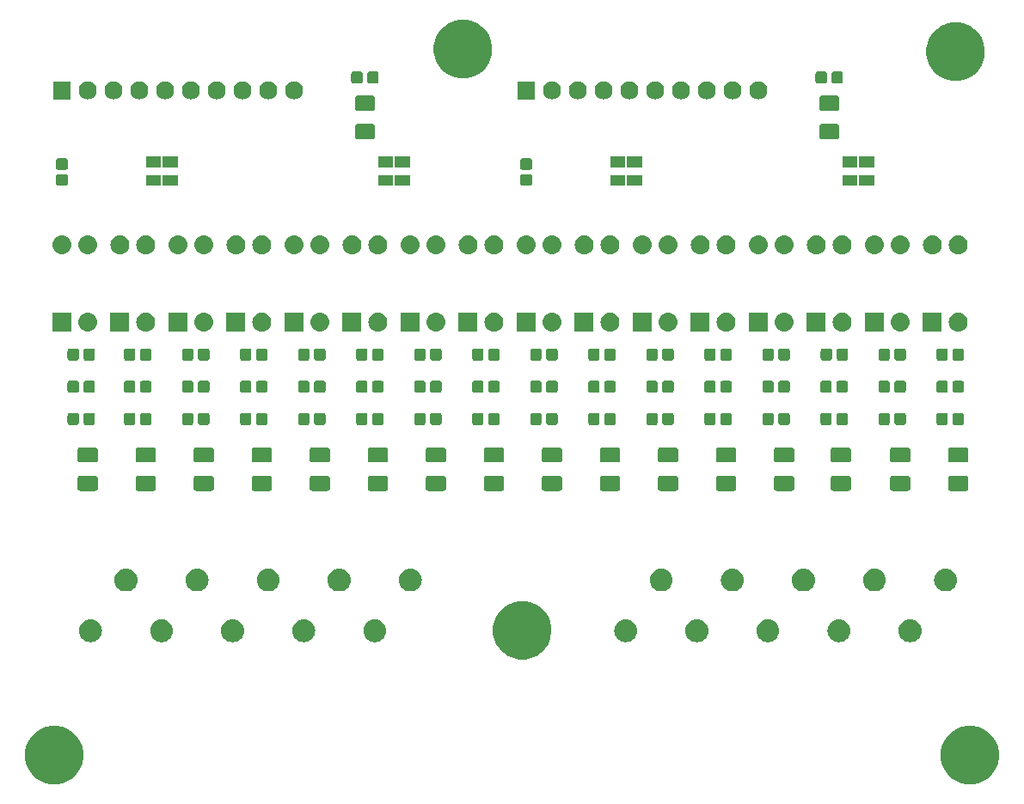
<source format=gbr>
G04 #@! TF.GenerationSoftware,KiCad,Pcbnew,(5.1.0)-1*
G04 #@! TF.CreationDate,2019-05-12T18:19:35+08:00*
G04 #@! TF.ProjectId,16 ch isolation input,31362063-6820-4697-936f-6c6174696f6e,1.01*
G04 #@! TF.SameCoordinates,Original*
G04 #@! TF.FileFunction,Soldermask,Top*
G04 #@! TF.FilePolarity,Negative*
%FSLAX46Y46*%
G04 Gerber Fmt 4.6, Leading zero omitted, Abs format (unit mm)*
G04 Created by KiCad (PCBNEW (5.1.0)-1) date 2019-05-12 18:19:35*
%MOMM*%
%LPD*%
G04 APERTURE LIST*
%ADD10C,0.100000*%
G04 APERTURE END LIST*
D10*
G36*
X132157190Y-102770561D02*
G01*
X132157192Y-102770562D01*
X132157193Y-102770562D01*
X132680772Y-102987435D01*
X133151976Y-103302284D01*
X133151978Y-103302286D01*
X133151981Y-103302288D01*
X133552712Y-103703019D01*
X133552714Y-103703022D01*
X133552716Y-103703024D01*
X133867565Y-104174228D01*
X134084438Y-104697807D01*
X134195000Y-105253641D01*
X134195000Y-105820359D01*
X134084438Y-106376193D01*
X133867565Y-106899772D01*
X133552716Y-107370976D01*
X133552714Y-107370978D01*
X133552712Y-107370981D01*
X133151981Y-107771712D01*
X133151978Y-107771714D01*
X133151976Y-107771716D01*
X132680772Y-108086565D01*
X132157193Y-108303438D01*
X132157192Y-108303438D01*
X132157190Y-108303439D01*
X131601360Y-108414000D01*
X131034640Y-108414000D01*
X130478810Y-108303439D01*
X130478808Y-108303438D01*
X130478807Y-108303438D01*
X129955228Y-108086565D01*
X129484024Y-107771716D01*
X129484022Y-107771714D01*
X129484019Y-107771712D01*
X129083288Y-107370981D01*
X129083286Y-107370978D01*
X129083284Y-107370976D01*
X128768435Y-106899772D01*
X128551562Y-106376193D01*
X128441000Y-105820359D01*
X128441000Y-105253641D01*
X128551562Y-104697807D01*
X128768435Y-104174228D01*
X129083284Y-103703024D01*
X129083286Y-103703022D01*
X129083288Y-103703019D01*
X129484019Y-103302288D01*
X129484022Y-103302286D01*
X129484024Y-103302284D01*
X129955228Y-102987435D01*
X130478807Y-102770562D01*
X130478808Y-102770562D01*
X130478810Y-102770561D01*
X131034640Y-102660000D01*
X131601360Y-102660000D01*
X132157190Y-102770561D01*
X132157190Y-102770561D01*
G37*
G36*
X41987190Y-102770561D02*
G01*
X41987192Y-102770562D01*
X41987193Y-102770562D01*
X42510772Y-102987435D01*
X42981976Y-103302284D01*
X42981978Y-103302286D01*
X42981981Y-103302288D01*
X43382712Y-103703019D01*
X43382714Y-103703022D01*
X43382716Y-103703024D01*
X43697565Y-104174228D01*
X43914438Y-104697807D01*
X44025000Y-105253641D01*
X44025000Y-105820359D01*
X43914438Y-106376193D01*
X43697565Y-106899772D01*
X43382716Y-107370976D01*
X43382714Y-107370978D01*
X43382712Y-107370981D01*
X42981981Y-107771712D01*
X42981978Y-107771714D01*
X42981976Y-107771716D01*
X42510772Y-108086565D01*
X41987193Y-108303438D01*
X41987192Y-108303438D01*
X41987190Y-108303439D01*
X41431360Y-108414000D01*
X40864640Y-108414000D01*
X40308810Y-108303439D01*
X40308808Y-108303438D01*
X40308807Y-108303438D01*
X39785228Y-108086565D01*
X39314024Y-107771716D01*
X39314022Y-107771714D01*
X39314019Y-107771712D01*
X38913288Y-107370981D01*
X38913286Y-107370978D01*
X38913284Y-107370976D01*
X38598435Y-106899772D01*
X38381562Y-106376193D01*
X38271000Y-105820359D01*
X38271000Y-105253641D01*
X38381562Y-104697807D01*
X38598435Y-104174228D01*
X38913284Y-103703024D01*
X38913286Y-103703022D01*
X38913288Y-103703019D01*
X39314019Y-103302288D01*
X39314022Y-103302286D01*
X39314024Y-103302284D01*
X39785228Y-102987435D01*
X40308807Y-102770562D01*
X40308808Y-102770562D01*
X40308810Y-102770561D01*
X40864640Y-102660000D01*
X41431360Y-102660000D01*
X41987190Y-102770561D01*
X41987190Y-102770561D01*
G37*
G36*
X88088190Y-90451561D02*
G01*
X88088192Y-90451562D01*
X88088193Y-90451562D01*
X88611772Y-90668435D01*
X89082976Y-90983284D01*
X89082978Y-90983286D01*
X89082981Y-90983288D01*
X89483712Y-91384019D01*
X89483714Y-91384022D01*
X89483716Y-91384024D01*
X89798565Y-91855228D01*
X89992488Y-92323401D01*
X90015439Y-92378810D01*
X90126000Y-92934640D01*
X90126000Y-93501360D01*
X90047868Y-93894159D01*
X90015438Y-94057193D01*
X89798565Y-94580772D01*
X89483716Y-95051976D01*
X89483714Y-95051978D01*
X89483712Y-95051981D01*
X89082981Y-95452712D01*
X89082978Y-95452714D01*
X89082976Y-95452716D01*
X88611772Y-95767565D01*
X88088193Y-95984438D01*
X88088192Y-95984438D01*
X88088190Y-95984439D01*
X87532360Y-96095000D01*
X86965640Y-96095000D01*
X86409810Y-95984439D01*
X86409808Y-95984438D01*
X86409807Y-95984438D01*
X85886228Y-95767565D01*
X85415024Y-95452716D01*
X85415022Y-95452714D01*
X85415019Y-95452712D01*
X85014288Y-95051981D01*
X85014286Y-95051978D01*
X85014284Y-95051976D01*
X84699435Y-94580772D01*
X84482562Y-94057193D01*
X84450133Y-93894159D01*
X84372000Y-93501360D01*
X84372000Y-92934640D01*
X84482561Y-92378810D01*
X84505512Y-92323401D01*
X84699435Y-91855228D01*
X85014284Y-91384024D01*
X85014286Y-91384022D01*
X85014288Y-91384019D01*
X85415019Y-90983288D01*
X85415022Y-90983286D01*
X85415024Y-90983284D01*
X85886228Y-90668435D01*
X86409807Y-90451562D01*
X86409808Y-90451562D01*
X86409810Y-90451561D01*
X86965640Y-90341000D01*
X87532360Y-90341000D01*
X88088190Y-90451561D01*
X88088190Y-90451561D01*
G37*
G36*
X44950931Y-92154307D02*
G01*
X45163371Y-92218750D01*
X45163374Y-92218751D01*
X45359159Y-92323401D01*
X45530766Y-92464234D01*
X45671599Y-92635841D01*
X45776249Y-92831626D01*
X45776250Y-92831629D01*
X45840693Y-93044069D01*
X45862453Y-93265000D01*
X45840693Y-93485931D01*
X45776250Y-93698371D01*
X45776249Y-93698374D01*
X45671599Y-93894159D01*
X45530766Y-94065766D01*
X45359159Y-94206599D01*
X45163374Y-94311249D01*
X45163371Y-94311250D01*
X44950931Y-94375693D01*
X44785365Y-94392000D01*
X44674635Y-94392000D01*
X44509069Y-94375693D01*
X44296629Y-94311250D01*
X44296626Y-94311249D01*
X44100841Y-94206599D01*
X43929234Y-94065766D01*
X43788401Y-93894159D01*
X43683751Y-93698374D01*
X43683750Y-93698371D01*
X43619307Y-93485931D01*
X43597547Y-93265000D01*
X43619307Y-93044069D01*
X43683750Y-92831629D01*
X43683751Y-92831626D01*
X43788401Y-92635841D01*
X43929234Y-92464234D01*
X44100841Y-92323401D01*
X44296626Y-92218751D01*
X44296629Y-92218750D01*
X44509069Y-92154307D01*
X44674635Y-92138000D01*
X44785365Y-92138000D01*
X44950931Y-92154307D01*
X44950931Y-92154307D01*
G37*
G36*
X72950931Y-92154307D02*
G01*
X73163371Y-92218750D01*
X73163374Y-92218751D01*
X73359159Y-92323401D01*
X73530766Y-92464234D01*
X73671599Y-92635841D01*
X73776249Y-92831626D01*
X73776250Y-92831629D01*
X73840693Y-93044069D01*
X73862453Y-93265000D01*
X73840693Y-93485931D01*
X73776250Y-93698371D01*
X73776249Y-93698374D01*
X73671599Y-93894159D01*
X73530766Y-94065766D01*
X73359159Y-94206599D01*
X73163374Y-94311249D01*
X73163371Y-94311250D01*
X72950931Y-94375693D01*
X72785365Y-94392000D01*
X72674635Y-94392000D01*
X72509069Y-94375693D01*
X72296629Y-94311250D01*
X72296626Y-94311249D01*
X72100841Y-94206599D01*
X71929234Y-94065766D01*
X71788401Y-93894159D01*
X71683751Y-93698374D01*
X71683750Y-93698371D01*
X71619307Y-93485931D01*
X71597547Y-93265000D01*
X71619307Y-93044069D01*
X71683750Y-92831629D01*
X71683751Y-92831626D01*
X71788401Y-92635841D01*
X71929234Y-92464234D01*
X72100841Y-92323401D01*
X72296626Y-92218751D01*
X72296629Y-92218750D01*
X72509069Y-92154307D01*
X72674635Y-92138000D01*
X72785365Y-92138000D01*
X72950931Y-92154307D01*
X72950931Y-92154307D01*
G37*
G36*
X58950931Y-92154307D02*
G01*
X59163371Y-92218750D01*
X59163374Y-92218751D01*
X59359159Y-92323401D01*
X59530766Y-92464234D01*
X59671599Y-92635841D01*
X59776249Y-92831626D01*
X59776250Y-92831629D01*
X59840693Y-93044069D01*
X59862453Y-93265000D01*
X59840693Y-93485931D01*
X59776250Y-93698371D01*
X59776249Y-93698374D01*
X59671599Y-93894159D01*
X59530766Y-94065766D01*
X59359159Y-94206599D01*
X59163374Y-94311249D01*
X59163371Y-94311250D01*
X58950931Y-94375693D01*
X58785365Y-94392000D01*
X58674635Y-94392000D01*
X58509069Y-94375693D01*
X58296629Y-94311250D01*
X58296626Y-94311249D01*
X58100841Y-94206599D01*
X57929234Y-94065766D01*
X57788401Y-93894159D01*
X57683751Y-93698374D01*
X57683750Y-93698371D01*
X57619307Y-93485931D01*
X57597547Y-93265000D01*
X57619307Y-93044069D01*
X57683750Y-92831629D01*
X57683751Y-92831626D01*
X57788401Y-92635841D01*
X57929234Y-92464234D01*
X58100841Y-92323401D01*
X58296626Y-92218751D01*
X58296629Y-92218750D01*
X58509069Y-92154307D01*
X58674635Y-92138000D01*
X58785365Y-92138000D01*
X58950931Y-92154307D01*
X58950931Y-92154307D01*
G37*
G36*
X51950931Y-92154307D02*
G01*
X52163371Y-92218750D01*
X52163374Y-92218751D01*
X52359159Y-92323401D01*
X52530766Y-92464234D01*
X52671599Y-92635841D01*
X52776249Y-92831626D01*
X52776250Y-92831629D01*
X52840693Y-93044069D01*
X52862453Y-93265000D01*
X52840693Y-93485931D01*
X52776250Y-93698371D01*
X52776249Y-93698374D01*
X52671599Y-93894159D01*
X52530766Y-94065766D01*
X52359159Y-94206599D01*
X52163374Y-94311249D01*
X52163371Y-94311250D01*
X51950931Y-94375693D01*
X51785365Y-94392000D01*
X51674635Y-94392000D01*
X51509069Y-94375693D01*
X51296629Y-94311250D01*
X51296626Y-94311249D01*
X51100841Y-94206599D01*
X50929234Y-94065766D01*
X50788401Y-93894159D01*
X50683751Y-93698374D01*
X50683750Y-93698371D01*
X50619307Y-93485931D01*
X50597547Y-93265000D01*
X50619307Y-93044069D01*
X50683750Y-92831629D01*
X50683751Y-92831626D01*
X50788401Y-92635841D01*
X50929234Y-92464234D01*
X51100841Y-92323401D01*
X51296626Y-92218751D01*
X51296629Y-92218750D01*
X51509069Y-92154307D01*
X51674635Y-92138000D01*
X51785365Y-92138000D01*
X51950931Y-92154307D01*
X51950931Y-92154307D01*
G37*
G36*
X97655931Y-92154307D02*
G01*
X97868371Y-92218750D01*
X97868374Y-92218751D01*
X98064159Y-92323401D01*
X98235766Y-92464234D01*
X98376599Y-92635841D01*
X98481249Y-92831626D01*
X98481250Y-92831629D01*
X98545693Y-93044069D01*
X98567453Y-93265000D01*
X98545693Y-93485931D01*
X98481250Y-93698371D01*
X98481249Y-93698374D01*
X98376599Y-93894159D01*
X98235766Y-94065766D01*
X98064159Y-94206599D01*
X97868374Y-94311249D01*
X97868371Y-94311250D01*
X97655931Y-94375693D01*
X97490365Y-94392000D01*
X97379635Y-94392000D01*
X97214069Y-94375693D01*
X97001629Y-94311250D01*
X97001626Y-94311249D01*
X96805841Y-94206599D01*
X96634234Y-94065766D01*
X96493401Y-93894159D01*
X96388751Y-93698374D01*
X96388750Y-93698371D01*
X96324307Y-93485931D01*
X96302547Y-93265000D01*
X96324307Y-93044069D01*
X96388750Y-92831629D01*
X96388751Y-92831626D01*
X96493401Y-92635841D01*
X96634234Y-92464234D01*
X96805841Y-92323401D01*
X97001626Y-92218751D01*
X97001629Y-92218750D01*
X97214069Y-92154307D01*
X97379635Y-92138000D01*
X97490365Y-92138000D01*
X97655931Y-92154307D01*
X97655931Y-92154307D01*
G37*
G36*
X104655931Y-92154307D02*
G01*
X104868371Y-92218750D01*
X104868374Y-92218751D01*
X105064159Y-92323401D01*
X105235766Y-92464234D01*
X105376599Y-92635841D01*
X105481249Y-92831626D01*
X105481250Y-92831629D01*
X105545693Y-93044069D01*
X105567453Y-93265000D01*
X105545693Y-93485931D01*
X105481250Y-93698371D01*
X105481249Y-93698374D01*
X105376599Y-93894159D01*
X105235766Y-94065766D01*
X105064159Y-94206599D01*
X104868374Y-94311249D01*
X104868371Y-94311250D01*
X104655931Y-94375693D01*
X104490365Y-94392000D01*
X104379635Y-94392000D01*
X104214069Y-94375693D01*
X104001629Y-94311250D01*
X104001626Y-94311249D01*
X103805841Y-94206599D01*
X103634234Y-94065766D01*
X103493401Y-93894159D01*
X103388751Y-93698374D01*
X103388750Y-93698371D01*
X103324307Y-93485931D01*
X103302547Y-93265000D01*
X103324307Y-93044069D01*
X103388750Y-92831629D01*
X103388751Y-92831626D01*
X103493401Y-92635841D01*
X103634234Y-92464234D01*
X103805841Y-92323401D01*
X104001626Y-92218751D01*
X104001629Y-92218750D01*
X104214069Y-92154307D01*
X104379635Y-92138000D01*
X104490365Y-92138000D01*
X104655931Y-92154307D01*
X104655931Y-92154307D01*
G37*
G36*
X111655931Y-92154307D02*
G01*
X111868371Y-92218750D01*
X111868374Y-92218751D01*
X112064159Y-92323401D01*
X112235766Y-92464234D01*
X112376599Y-92635841D01*
X112481249Y-92831626D01*
X112481250Y-92831629D01*
X112545693Y-93044069D01*
X112567453Y-93265000D01*
X112545693Y-93485931D01*
X112481250Y-93698371D01*
X112481249Y-93698374D01*
X112376599Y-93894159D01*
X112235766Y-94065766D01*
X112064159Y-94206599D01*
X111868374Y-94311249D01*
X111868371Y-94311250D01*
X111655931Y-94375693D01*
X111490365Y-94392000D01*
X111379635Y-94392000D01*
X111214069Y-94375693D01*
X111001629Y-94311250D01*
X111001626Y-94311249D01*
X110805841Y-94206599D01*
X110634234Y-94065766D01*
X110493401Y-93894159D01*
X110388751Y-93698374D01*
X110388750Y-93698371D01*
X110324307Y-93485931D01*
X110302547Y-93265000D01*
X110324307Y-93044069D01*
X110388750Y-92831629D01*
X110388751Y-92831626D01*
X110493401Y-92635841D01*
X110634234Y-92464234D01*
X110805841Y-92323401D01*
X111001626Y-92218751D01*
X111001629Y-92218750D01*
X111214069Y-92154307D01*
X111379635Y-92138000D01*
X111490365Y-92138000D01*
X111655931Y-92154307D01*
X111655931Y-92154307D01*
G37*
G36*
X118655931Y-92154307D02*
G01*
X118868371Y-92218750D01*
X118868374Y-92218751D01*
X119064159Y-92323401D01*
X119235766Y-92464234D01*
X119376599Y-92635841D01*
X119481249Y-92831626D01*
X119481250Y-92831629D01*
X119545693Y-93044069D01*
X119567453Y-93265000D01*
X119545693Y-93485931D01*
X119481250Y-93698371D01*
X119481249Y-93698374D01*
X119376599Y-93894159D01*
X119235766Y-94065766D01*
X119064159Y-94206599D01*
X118868374Y-94311249D01*
X118868371Y-94311250D01*
X118655931Y-94375693D01*
X118490365Y-94392000D01*
X118379635Y-94392000D01*
X118214069Y-94375693D01*
X118001629Y-94311250D01*
X118001626Y-94311249D01*
X117805841Y-94206599D01*
X117634234Y-94065766D01*
X117493401Y-93894159D01*
X117388751Y-93698374D01*
X117388750Y-93698371D01*
X117324307Y-93485931D01*
X117302547Y-93265000D01*
X117324307Y-93044069D01*
X117388750Y-92831629D01*
X117388751Y-92831626D01*
X117493401Y-92635841D01*
X117634234Y-92464234D01*
X117805841Y-92323401D01*
X118001626Y-92218751D01*
X118001629Y-92218750D01*
X118214069Y-92154307D01*
X118379635Y-92138000D01*
X118490365Y-92138000D01*
X118655931Y-92154307D01*
X118655931Y-92154307D01*
G37*
G36*
X125655931Y-92154307D02*
G01*
X125868371Y-92218750D01*
X125868374Y-92218751D01*
X126064159Y-92323401D01*
X126235766Y-92464234D01*
X126376599Y-92635841D01*
X126481249Y-92831626D01*
X126481250Y-92831629D01*
X126545693Y-93044069D01*
X126567453Y-93265000D01*
X126545693Y-93485931D01*
X126481250Y-93698371D01*
X126481249Y-93698374D01*
X126376599Y-93894159D01*
X126235766Y-94065766D01*
X126064159Y-94206599D01*
X125868374Y-94311249D01*
X125868371Y-94311250D01*
X125655931Y-94375693D01*
X125490365Y-94392000D01*
X125379635Y-94392000D01*
X125214069Y-94375693D01*
X125001629Y-94311250D01*
X125001626Y-94311249D01*
X124805841Y-94206599D01*
X124634234Y-94065766D01*
X124493401Y-93894159D01*
X124388751Y-93698374D01*
X124388750Y-93698371D01*
X124324307Y-93485931D01*
X124302547Y-93265000D01*
X124324307Y-93044069D01*
X124388750Y-92831629D01*
X124388751Y-92831626D01*
X124493401Y-92635841D01*
X124634234Y-92464234D01*
X124805841Y-92323401D01*
X125001626Y-92218751D01*
X125001629Y-92218750D01*
X125214069Y-92154307D01*
X125379635Y-92138000D01*
X125490365Y-92138000D01*
X125655931Y-92154307D01*
X125655931Y-92154307D01*
G37*
G36*
X65950931Y-92154307D02*
G01*
X66163371Y-92218750D01*
X66163374Y-92218751D01*
X66359159Y-92323401D01*
X66530766Y-92464234D01*
X66671599Y-92635841D01*
X66776249Y-92831626D01*
X66776250Y-92831629D01*
X66840693Y-93044069D01*
X66862453Y-93265000D01*
X66840693Y-93485931D01*
X66776250Y-93698371D01*
X66776249Y-93698374D01*
X66671599Y-93894159D01*
X66530766Y-94065766D01*
X66359159Y-94206599D01*
X66163374Y-94311249D01*
X66163371Y-94311250D01*
X65950931Y-94375693D01*
X65785365Y-94392000D01*
X65674635Y-94392000D01*
X65509069Y-94375693D01*
X65296629Y-94311250D01*
X65296626Y-94311249D01*
X65100841Y-94206599D01*
X64929234Y-94065766D01*
X64788401Y-93894159D01*
X64683751Y-93698374D01*
X64683750Y-93698371D01*
X64619307Y-93485931D01*
X64597547Y-93265000D01*
X64619307Y-93044069D01*
X64683750Y-92831629D01*
X64683751Y-92831626D01*
X64788401Y-92635841D01*
X64929234Y-92464234D01*
X65100841Y-92323401D01*
X65296626Y-92218751D01*
X65296629Y-92218750D01*
X65509069Y-92154307D01*
X65674635Y-92138000D01*
X65785365Y-92138000D01*
X65950931Y-92154307D01*
X65950931Y-92154307D01*
G37*
G36*
X122155931Y-87154307D02*
G01*
X122368371Y-87218750D01*
X122368374Y-87218751D01*
X122564159Y-87323401D01*
X122735766Y-87464234D01*
X122876599Y-87635841D01*
X122981249Y-87831626D01*
X122981250Y-87831629D01*
X123045693Y-88044069D01*
X123067453Y-88265000D01*
X123045693Y-88485931D01*
X122981250Y-88698371D01*
X122981249Y-88698374D01*
X122876599Y-88894159D01*
X122735766Y-89065766D01*
X122564159Y-89206599D01*
X122368374Y-89311249D01*
X122368371Y-89311250D01*
X122155931Y-89375693D01*
X121990365Y-89392000D01*
X121879635Y-89392000D01*
X121714069Y-89375693D01*
X121501629Y-89311250D01*
X121501626Y-89311249D01*
X121305841Y-89206599D01*
X121134234Y-89065766D01*
X120993401Y-88894159D01*
X120888751Y-88698374D01*
X120888750Y-88698371D01*
X120824307Y-88485931D01*
X120802547Y-88265000D01*
X120824307Y-88044069D01*
X120888750Y-87831629D01*
X120888751Y-87831626D01*
X120993401Y-87635841D01*
X121134234Y-87464234D01*
X121305841Y-87323401D01*
X121501626Y-87218751D01*
X121501629Y-87218750D01*
X121714069Y-87154307D01*
X121879635Y-87138000D01*
X121990365Y-87138000D01*
X122155931Y-87154307D01*
X122155931Y-87154307D01*
G37*
G36*
X76450931Y-87154307D02*
G01*
X76663371Y-87218750D01*
X76663374Y-87218751D01*
X76859159Y-87323401D01*
X77030766Y-87464234D01*
X77171599Y-87635841D01*
X77276249Y-87831626D01*
X77276250Y-87831629D01*
X77340693Y-88044069D01*
X77362453Y-88265000D01*
X77340693Y-88485931D01*
X77276250Y-88698371D01*
X77276249Y-88698374D01*
X77171599Y-88894159D01*
X77030766Y-89065766D01*
X76859159Y-89206599D01*
X76663374Y-89311249D01*
X76663371Y-89311250D01*
X76450931Y-89375693D01*
X76285365Y-89392000D01*
X76174635Y-89392000D01*
X76009069Y-89375693D01*
X75796629Y-89311250D01*
X75796626Y-89311249D01*
X75600841Y-89206599D01*
X75429234Y-89065766D01*
X75288401Y-88894159D01*
X75183751Y-88698374D01*
X75183750Y-88698371D01*
X75119307Y-88485931D01*
X75097547Y-88265000D01*
X75119307Y-88044069D01*
X75183750Y-87831629D01*
X75183751Y-87831626D01*
X75288401Y-87635841D01*
X75429234Y-87464234D01*
X75600841Y-87323401D01*
X75796626Y-87218751D01*
X75796629Y-87218750D01*
X76009069Y-87154307D01*
X76174635Y-87138000D01*
X76285365Y-87138000D01*
X76450931Y-87154307D01*
X76450931Y-87154307D01*
G37*
G36*
X69450931Y-87154307D02*
G01*
X69663371Y-87218750D01*
X69663374Y-87218751D01*
X69859159Y-87323401D01*
X70030766Y-87464234D01*
X70171599Y-87635841D01*
X70276249Y-87831626D01*
X70276250Y-87831629D01*
X70340693Y-88044069D01*
X70362453Y-88265000D01*
X70340693Y-88485931D01*
X70276250Y-88698371D01*
X70276249Y-88698374D01*
X70171599Y-88894159D01*
X70030766Y-89065766D01*
X69859159Y-89206599D01*
X69663374Y-89311249D01*
X69663371Y-89311250D01*
X69450931Y-89375693D01*
X69285365Y-89392000D01*
X69174635Y-89392000D01*
X69009069Y-89375693D01*
X68796629Y-89311250D01*
X68796626Y-89311249D01*
X68600841Y-89206599D01*
X68429234Y-89065766D01*
X68288401Y-88894159D01*
X68183751Y-88698374D01*
X68183750Y-88698371D01*
X68119307Y-88485931D01*
X68097547Y-88265000D01*
X68119307Y-88044069D01*
X68183750Y-87831629D01*
X68183751Y-87831626D01*
X68288401Y-87635841D01*
X68429234Y-87464234D01*
X68600841Y-87323401D01*
X68796626Y-87218751D01*
X68796629Y-87218750D01*
X69009069Y-87154307D01*
X69174635Y-87138000D01*
X69285365Y-87138000D01*
X69450931Y-87154307D01*
X69450931Y-87154307D01*
G37*
G36*
X62450931Y-87154307D02*
G01*
X62663371Y-87218750D01*
X62663374Y-87218751D01*
X62859159Y-87323401D01*
X63030766Y-87464234D01*
X63171599Y-87635841D01*
X63276249Y-87831626D01*
X63276250Y-87831629D01*
X63340693Y-88044069D01*
X63362453Y-88265000D01*
X63340693Y-88485931D01*
X63276250Y-88698371D01*
X63276249Y-88698374D01*
X63171599Y-88894159D01*
X63030766Y-89065766D01*
X62859159Y-89206599D01*
X62663374Y-89311249D01*
X62663371Y-89311250D01*
X62450931Y-89375693D01*
X62285365Y-89392000D01*
X62174635Y-89392000D01*
X62009069Y-89375693D01*
X61796629Y-89311250D01*
X61796626Y-89311249D01*
X61600841Y-89206599D01*
X61429234Y-89065766D01*
X61288401Y-88894159D01*
X61183751Y-88698374D01*
X61183750Y-88698371D01*
X61119307Y-88485931D01*
X61097547Y-88265000D01*
X61119307Y-88044069D01*
X61183750Y-87831629D01*
X61183751Y-87831626D01*
X61288401Y-87635841D01*
X61429234Y-87464234D01*
X61600841Y-87323401D01*
X61796626Y-87218751D01*
X61796629Y-87218750D01*
X62009069Y-87154307D01*
X62174635Y-87138000D01*
X62285365Y-87138000D01*
X62450931Y-87154307D01*
X62450931Y-87154307D01*
G37*
G36*
X55450931Y-87154307D02*
G01*
X55663371Y-87218750D01*
X55663374Y-87218751D01*
X55859159Y-87323401D01*
X56030766Y-87464234D01*
X56171599Y-87635841D01*
X56276249Y-87831626D01*
X56276250Y-87831629D01*
X56340693Y-88044069D01*
X56362453Y-88265000D01*
X56340693Y-88485931D01*
X56276250Y-88698371D01*
X56276249Y-88698374D01*
X56171599Y-88894159D01*
X56030766Y-89065766D01*
X55859159Y-89206599D01*
X55663374Y-89311249D01*
X55663371Y-89311250D01*
X55450931Y-89375693D01*
X55285365Y-89392000D01*
X55174635Y-89392000D01*
X55009069Y-89375693D01*
X54796629Y-89311250D01*
X54796626Y-89311249D01*
X54600841Y-89206599D01*
X54429234Y-89065766D01*
X54288401Y-88894159D01*
X54183751Y-88698374D01*
X54183750Y-88698371D01*
X54119307Y-88485931D01*
X54097547Y-88265000D01*
X54119307Y-88044069D01*
X54183750Y-87831629D01*
X54183751Y-87831626D01*
X54288401Y-87635841D01*
X54429234Y-87464234D01*
X54600841Y-87323401D01*
X54796626Y-87218751D01*
X54796629Y-87218750D01*
X55009069Y-87154307D01*
X55174635Y-87138000D01*
X55285365Y-87138000D01*
X55450931Y-87154307D01*
X55450931Y-87154307D01*
G37*
G36*
X48450931Y-87154307D02*
G01*
X48663371Y-87218750D01*
X48663374Y-87218751D01*
X48859159Y-87323401D01*
X49030766Y-87464234D01*
X49171599Y-87635841D01*
X49276249Y-87831626D01*
X49276250Y-87831629D01*
X49340693Y-88044069D01*
X49362453Y-88265000D01*
X49340693Y-88485931D01*
X49276250Y-88698371D01*
X49276249Y-88698374D01*
X49171599Y-88894159D01*
X49030766Y-89065766D01*
X48859159Y-89206599D01*
X48663374Y-89311249D01*
X48663371Y-89311250D01*
X48450931Y-89375693D01*
X48285365Y-89392000D01*
X48174635Y-89392000D01*
X48009069Y-89375693D01*
X47796629Y-89311250D01*
X47796626Y-89311249D01*
X47600841Y-89206599D01*
X47429234Y-89065766D01*
X47288401Y-88894159D01*
X47183751Y-88698374D01*
X47183750Y-88698371D01*
X47119307Y-88485931D01*
X47097547Y-88265000D01*
X47119307Y-88044069D01*
X47183750Y-87831629D01*
X47183751Y-87831626D01*
X47288401Y-87635841D01*
X47429234Y-87464234D01*
X47600841Y-87323401D01*
X47796626Y-87218751D01*
X47796629Y-87218750D01*
X48009069Y-87154307D01*
X48174635Y-87138000D01*
X48285365Y-87138000D01*
X48450931Y-87154307D01*
X48450931Y-87154307D01*
G37*
G36*
X108155931Y-87154307D02*
G01*
X108368371Y-87218750D01*
X108368374Y-87218751D01*
X108564159Y-87323401D01*
X108735766Y-87464234D01*
X108876599Y-87635841D01*
X108981249Y-87831626D01*
X108981250Y-87831629D01*
X109045693Y-88044069D01*
X109067453Y-88265000D01*
X109045693Y-88485931D01*
X108981250Y-88698371D01*
X108981249Y-88698374D01*
X108876599Y-88894159D01*
X108735766Y-89065766D01*
X108564159Y-89206599D01*
X108368374Y-89311249D01*
X108368371Y-89311250D01*
X108155931Y-89375693D01*
X107990365Y-89392000D01*
X107879635Y-89392000D01*
X107714069Y-89375693D01*
X107501629Y-89311250D01*
X107501626Y-89311249D01*
X107305841Y-89206599D01*
X107134234Y-89065766D01*
X106993401Y-88894159D01*
X106888751Y-88698374D01*
X106888750Y-88698371D01*
X106824307Y-88485931D01*
X106802547Y-88265000D01*
X106824307Y-88044069D01*
X106888750Y-87831629D01*
X106888751Y-87831626D01*
X106993401Y-87635841D01*
X107134234Y-87464234D01*
X107305841Y-87323401D01*
X107501626Y-87218751D01*
X107501629Y-87218750D01*
X107714069Y-87154307D01*
X107879635Y-87138000D01*
X107990365Y-87138000D01*
X108155931Y-87154307D01*
X108155931Y-87154307D01*
G37*
G36*
X115155931Y-87154307D02*
G01*
X115368371Y-87218750D01*
X115368374Y-87218751D01*
X115564159Y-87323401D01*
X115735766Y-87464234D01*
X115876599Y-87635841D01*
X115981249Y-87831626D01*
X115981250Y-87831629D01*
X116045693Y-88044069D01*
X116067453Y-88265000D01*
X116045693Y-88485931D01*
X115981250Y-88698371D01*
X115981249Y-88698374D01*
X115876599Y-88894159D01*
X115735766Y-89065766D01*
X115564159Y-89206599D01*
X115368374Y-89311249D01*
X115368371Y-89311250D01*
X115155931Y-89375693D01*
X114990365Y-89392000D01*
X114879635Y-89392000D01*
X114714069Y-89375693D01*
X114501629Y-89311250D01*
X114501626Y-89311249D01*
X114305841Y-89206599D01*
X114134234Y-89065766D01*
X113993401Y-88894159D01*
X113888751Y-88698374D01*
X113888750Y-88698371D01*
X113824307Y-88485931D01*
X113802547Y-88265000D01*
X113824307Y-88044069D01*
X113888750Y-87831629D01*
X113888751Y-87831626D01*
X113993401Y-87635841D01*
X114134234Y-87464234D01*
X114305841Y-87323401D01*
X114501626Y-87218751D01*
X114501629Y-87218750D01*
X114714069Y-87154307D01*
X114879635Y-87138000D01*
X114990365Y-87138000D01*
X115155931Y-87154307D01*
X115155931Y-87154307D01*
G37*
G36*
X101155931Y-87154307D02*
G01*
X101368371Y-87218750D01*
X101368374Y-87218751D01*
X101564159Y-87323401D01*
X101735766Y-87464234D01*
X101876599Y-87635841D01*
X101981249Y-87831626D01*
X101981250Y-87831629D01*
X102045693Y-88044069D01*
X102067453Y-88265000D01*
X102045693Y-88485931D01*
X101981250Y-88698371D01*
X101981249Y-88698374D01*
X101876599Y-88894159D01*
X101735766Y-89065766D01*
X101564159Y-89206599D01*
X101368374Y-89311249D01*
X101368371Y-89311250D01*
X101155931Y-89375693D01*
X100990365Y-89392000D01*
X100879635Y-89392000D01*
X100714069Y-89375693D01*
X100501629Y-89311250D01*
X100501626Y-89311249D01*
X100305841Y-89206599D01*
X100134234Y-89065766D01*
X99993401Y-88894159D01*
X99888751Y-88698374D01*
X99888750Y-88698371D01*
X99824307Y-88485931D01*
X99802547Y-88265000D01*
X99824307Y-88044069D01*
X99888750Y-87831629D01*
X99888751Y-87831626D01*
X99993401Y-87635841D01*
X100134234Y-87464234D01*
X100305841Y-87323401D01*
X100501626Y-87218751D01*
X100501629Y-87218750D01*
X100714069Y-87154307D01*
X100879635Y-87138000D01*
X100990365Y-87138000D01*
X101155931Y-87154307D01*
X101155931Y-87154307D01*
G37*
G36*
X129155931Y-87154307D02*
G01*
X129368371Y-87218750D01*
X129368374Y-87218751D01*
X129564159Y-87323401D01*
X129735766Y-87464234D01*
X129876599Y-87635841D01*
X129981249Y-87831626D01*
X129981250Y-87831629D01*
X130045693Y-88044069D01*
X130067453Y-88265000D01*
X130045693Y-88485931D01*
X129981250Y-88698371D01*
X129981249Y-88698374D01*
X129876599Y-88894159D01*
X129735766Y-89065766D01*
X129564159Y-89206599D01*
X129368374Y-89311249D01*
X129368371Y-89311250D01*
X129155931Y-89375693D01*
X128990365Y-89392000D01*
X128879635Y-89392000D01*
X128714069Y-89375693D01*
X128501629Y-89311250D01*
X128501626Y-89311249D01*
X128305841Y-89206599D01*
X128134234Y-89065766D01*
X127993401Y-88894159D01*
X127888751Y-88698374D01*
X127888750Y-88698371D01*
X127824307Y-88485931D01*
X127802547Y-88265000D01*
X127824307Y-88044069D01*
X127888750Y-87831629D01*
X127888751Y-87831626D01*
X127993401Y-87635841D01*
X128134234Y-87464234D01*
X128305841Y-87323401D01*
X128501626Y-87218751D01*
X128501629Y-87218750D01*
X128714069Y-87154307D01*
X128879635Y-87138000D01*
X128990365Y-87138000D01*
X129155931Y-87154307D01*
X129155931Y-87154307D01*
G37*
G36*
X73815489Y-77993349D02*
G01*
X73864715Y-78008281D01*
X73910075Y-78032527D01*
X73949840Y-78065160D01*
X73982473Y-78104925D01*
X74006719Y-78150285D01*
X74021651Y-78199511D01*
X74027000Y-78253817D01*
X74027000Y-79226183D01*
X74021651Y-79280489D01*
X74006719Y-79329715D01*
X73982473Y-79375075D01*
X73949840Y-79414840D01*
X73910075Y-79447473D01*
X73864715Y-79471719D01*
X73815489Y-79486651D01*
X73761183Y-79492000D01*
X72288817Y-79492000D01*
X72234511Y-79486651D01*
X72185285Y-79471719D01*
X72139925Y-79447473D01*
X72100160Y-79414840D01*
X72067527Y-79375075D01*
X72043281Y-79329715D01*
X72028349Y-79280489D01*
X72023000Y-79226183D01*
X72023000Y-78253817D01*
X72028349Y-78199511D01*
X72043281Y-78150285D01*
X72067527Y-78104925D01*
X72100160Y-78065160D01*
X72139925Y-78032527D01*
X72185285Y-78008281D01*
X72234511Y-77993349D01*
X72288817Y-77988000D01*
X73761183Y-77988000D01*
X73815489Y-77993349D01*
X73815489Y-77993349D01*
G37*
G36*
X130965489Y-77993349D02*
G01*
X131014715Y-78008281D01*
X131060075Y-78032527D01*
X131099840Y-78065160D01*
X131132473Y-78104925D01*
X131156719Y-78150285D01*
X131171651Y-78199511D01*
X131177000Y-78253817D01*
X131177000Y-79226183D01*
X131171651Y-79280489D01*
X131156719Y-79329715D01*
X131132473Y-79375075D01*
X131099840Y-79414840D01*
X131060075Y-79447473D01*
X131014715Y-79471719D01*
X130965489Y-79486651D01*
X130911183Y-79492000D01*
X129438817Y-79492000D01*
X129384511Y-79486651D01*
X129335285Y-79471719D01*
X129289925Y-79447473D01*
X129250160Y-79414840D01*
X129217527Y-79375075D01*
X129193281Y-79329715D01*
X129178349Y-79280489D01*
X129173000Y-79226183D01*
X129173000Y-78253817D01*
X129178349Y-78199511D01*
X129193281Y-78150285D01*
X129217527Y-78104925D01*
X129250160Y-78065160D01*
X129289925Y-78032527D01*
X129335285Y-78008281D01*
X129384511Y-77993349D01*
X129438817Y-77988000D01*
X130911183Y-77988000D01*
X130965489Y-77993349D01*
X130965489Y-77993349D01*
G37*
G36*
X85245489Y-77993349D02*
G01*
X85294715Y-78008281D01*
X85340075Y-78032527D01*
X85379840Y-78065160D01*
X85412473Y-78104925D01*
X85436719Y-78150285D01*
X85451651Y-78199511D01*
X85457000Y-78253817D01*
X85457000Y-79226183D01*
X85451651Y-79280489D01*
X85436719Y-79329715D01*
X85412473Y-79375075D01*
X85379840Y-79414840D01*
X85340075Y-79447473D01*
X85294715Y-79471719D01*
X85245489Y-79486651D01*
X85191183Y-79492000D01*
X83718817Y-79492000D01*
X83664511Y-79486651D01*
X83615285Y-79471719D01*
X83569925Y-79447473D01*
X83530160Y-79414840D01*
X83497527Y-79375075D01*
X83473281Y-79329715D01*
X83458349Y-79280489D01*
X83453000Y-79226183D01*
X83453000Y-78253817D01*
X83458349Y-78199511D01*
X83473281Y-78150285D01*
X83497527Y-78104925D01*
X83530160Y-78065160D01*
X83569925Y-78032527D01*
X83615285Y-78008281D01*
X83664511Y-77993349D01*
X83718817Y-77988000D01*
X85191183Y-77988000D01*
X85245489Y-77993349D01*
X85245489Y-77993349D01*
G37*
G36*
X79530489Y-77993349D02*
G01*
X79579715Y-78008281D01*
X79625075Y-78032527D01*
X79664840Y-78065160D01*
X79697473Y-78104925D01*
X79721719Y-78150285D01*
X79736651Y-78199511D01*
X79742000Y-78253817D01*
X79742000Y-79226183D01*
X79736651Y-79280489D01*
X79721719Y-79329715D01*
X79697473Y-79375075D01*
X79664840Y-79414840D01*
X79625075Y-79447473D01*
X79579715Y-79471719D01*
X79530489Y-79486651D01*
X79476183Y-79492000D01*
X78003817Y-79492000D01*
X77949511Y-79486651D01*
X77900285Y-79471719D01*
X77854925Y-79447473D01*
X77815160Y-79414840D01*
X77782527Y-79375075D01*
X77758281Y-79329715D01*
X77743349Y-79280489D01*
X77738000Y-79226183D01*
X77738000Y-78253817D01*
X77743349Y-78199511D01*
X77758281Y-78150285D01*
X77782527Y-78104925D01*
X77815160Y-78065160D01*
X77854925Y-78032527D01*
X77900285Y-78008281D01*
X77949511Y-77993349D01*
X78003817Y-77988000D01*
X79476183Y-77988000D01*
X79530489Y-77993349D01*
X79530489Y-77993349D01*
G37*
G36*
X68100489Y-77993349D02*
G01*
X68149715Y-78008281D01*
X68195075Y-78032527D01*
X68234840Y-78065160D01*
X68267473Y-78104925D01*
X68291719Y-78150285D01*
X68306651Y-78199511D01*
X68312000Y-78253817D01*
X68312000Y-79226183D01*
X68306651Y-79280489D01*
X68291719Y-79329715D01*
X68267473Y-79375075D01*
X68234840Y-79414840D01*
X68195075Y-79447473D01*
X68149715Y-79471719D01*
X68100489Y-79486651D01*
X68046183Y-79492000D01*
X66573817Y-79492000D01*
X66519511Y-79486651D01*
X66470285Y-79471719D01*
X66424925Y-79447473D01*
X66385160Y-79414840D01*
X66352527Y-79375075D01*
X66328281Y-79329715D01*
X66313349Y-79280489D01*
X66308000Y-79226183D01*
X66308000Y-78253817D01*
X66313349Y-78199511D01*
X66328281Y-78150285D01*
X66352527Y-78104925D01*
X66385160Y-78065160D01*
X66424925Y-78032527D01*
X66470285Y-78008281D01*
X66519511Y-77993349D01*
X66573817Y-77988000D01*
X68046183Y-77988000D01*
X68100489Y-77993349D01*
X68100489Y-77993349D01*
G37*
G36*
X56670489Y-77993349D02*
G01*
X56719715Y-78008281D01*
X56765075Y-78032527D01*
X56804840Y-78065160D01*
X56837473Y-78104925D01*
X56861719Y-78150285D01*
X56876651Y-78199511D01*
X56882000Y-78253817D01*
X56882000Y-79226183D01*
X56876651Y-79280489D01*
X56861719Y-79329715D01*
X56837473Y-79375075D01*
X56804840Y-79414840D01*
X56765075Y-79447473D01*
X56719715Y-79471719D01*
X56670489Y-79486651D01*
X56616183Y-79492000D01*
X55143817Y-79492000D01*
X55089511Y-79486651D01*
X55040285Y-79471719D01*
X54994925Y-79447473D01*
X54955160Y-79414840D01*
X54922527Y-79375075D01*
X54898281Y-79329715D01*
X54883349Y-79280489D01*
X54878000Y-79226183D01*
X54878000Y-78253817D01*
X54883349Y-78199511D01*
X54898281Y-78150285D01*
X54922527Y-78104925D01*
X54955160Y-78065160D01*
X54994925Y-78032527D01*
X55040285Y-78008281D01*
X55089511Y-77993349D01*
X55143817Y-77988000D01*
X56616183Y-77988000D01*
X56670489Y-77993349D01*
X56670489Y-77993349D01*
G37*
G36*
X50955489Y-77993349D02*
G01*
X51004715Y-78008281D01*
X51050075Y-78032527D01*
X51089840Y-78065160D01*
X51122473Y-78104925D01*
X51146719Y-78150285D01*
X51161651Y-78199511D01*
X51167000Y-78253817D01*
X51167000Y-79226183D01*
X51161651Y-79280489D01*
X51146719Y-79329715D01*
X51122473Y-79375075D01*
X51089840Y-79414840D01*
X51050075Y-79447473D01*
X51004715Y-79471719D01*
X50955489Y-79486651D01*
X50901183Y-79492000D01*
X49428817Y-79492000D01*
X49374511Y-79486651D01*
X49325285Y-79471719D01*
X49279925Y-79447473D01*
X49240160Y-79414840D01*
X49207527Y-79375075D01*
X49183281Y-79329715D01*
X49168349Y-79280489D01*
X49163000Y-79226183D01*
X49163000Y-78253817D01*
X49168349Y-78199511D01*
X49183281Y-78150285D01*
X49207527Y-78104925D01*
X49240160Y-78065160D01*
X49279925Y-78032527D01*
X49325285Y-78008281D01*
X49374511Y-77993349D01*
X49428817Y-77988000D01*
X50901183Y-77988000D01*
X50955489Y-77993349D01*
X50955489Y-77993349D01*
G37*
G36*
X125250489Y-77993349D02*
G01*
X125299715Y-78008281D01*
X125345075Y-78032527D01*
X125384840Y-78065160D01*
X125417473Y-78104925D01*
X125441719Y-78150285D01*
X125456651Y-78199511D01*
X125462000Y-78253817D01*
X125462000Y-79226183D01*
X125456651Y-79280489D01*
X125441719Y-79329715D01*
X125417473Y-79375075D01*
X125384840Y-79414840D01*
X125345075Y-79447473D01*
X125299715Y-79471719D01*
X125250489Y-79486651D01*
X125196183Y-79492000D01*
X123723817Y-79492000D01*
X123669511Y-79486651D01*
X123620285Y-79471719D01*
X123574925Y-79447473D01*
X123535160Y-79414840D01*
X123502527Y-79375075D01*
X123478281Y-79329715D01*
X123463349Y-79280489D01*
X123458000Y-79226183D01*
X123458000Y-78253817D01*
X123463349Y-78199511D01*
X123478281Y-78150285D01*
X123502527Y-78104925D01*
X123535160Y-78065160D01*
X123574925Y-78032527D01*
X123620285Y-78008281D01*
X123669511Y-77993349D01*
X123723817Y-77988000D01*
X125196183Y-77988000D01*
X125250489Y-77993349D01*
X125250489Y-77993349D01*
G37*
G36*
X45240489Y-77993349D02*
G01*
X45289715Y-78008281D01*
X45335075Y-78032527D01*
X45374840Y-78065160D01*
X45407473Y-78104925D01*
X45431719Y-78150285D01*
X45446651Y-78199511D01*
X45452000Y-78253817D01*
X45452000Y-79226183D01*
X45446651Y-79280489D01*
X45431719Y-79329715D01*
X45407473Y-79375075D01*
X45374840Y-79414840D01*
X45335075Y-79447473D01*
X45289715Y-79471719D01*
X45240489Y-79486651D01*
X45186183Y-79492000D01*
X43713817Y-79492000D01*
X43659511Y-79486651D01*
X43610285Y-79471719D01*
X43564925Y-79447473D01*
X43525160Y-79414840D01*
X43492527Y-79375075D01*
X43468281Y-79329715D01*
X43453349Y-79280489D01*
X43448000Y-79226183D01*
X43448000Y-78253817D01*
X43453349Y-78199511D01*
X43468281Y-78150285D01*
X43492527Y-78104925D01*
X43525160Y-78065160D01*
X43564925Y-78032527D01*
X43610285Y-78008281D01*
X43659511Y-77993349D01*
X43713817Y-77988000D01*
X45186183Y-77988000D01*
X45240489Y-77993349D01*
X45240489Y-77993349D01*
G37*
G36*
X90960489Y-77993349D02*
G01*
X91009715Y-78008281D01*
X91055075Y-78032527D01*
X91094840Y-78065160D01*
X91127473Y-78104925D01*
X91151719Y-78150285D01*
X91166651Y-78199511D01*
X91172000Y-78253817D01*
X91172000Y-79226183D01*
X91166651Y-79280489D01*
X91151719Y-79329715D01*
X91127473Y-79375075D01*
X91094840Y-79414840D01*
X91055075Y-79447473D01*
X91009715Y-79471719D01*
X90960489Y-79486651D01*
X90906183Y-79492000D01*
X89433817Y-79492000D01*
X89379511Y-79486651D01*
X89330285Y-79471719D01*
X89284925Y-79447473D01*
X89245160Y-79414840D01*
X89212527Y-79375075D01*
X89188281Y-79329715D01*
X89173349Y-79280489D01*
X89168000Y-79226183D01*
X89168000Y-78253817D01*
X89173349Y-78199511D01*
X89188281Y-78150285D01*
X89212527Y-78104925D01*
X89245160Y-78065160D01*
X89284925Y-78032527D01*
X89330285Y-78008281D01*
X89379511Y-77993349D01*
X89433817Y-77988000D01*
X90906183Y-77988000D01*
X90960489Y-77993349D01*
X90960489Y-77993349D01*
G37*
G36*
X96675489Y-77993349D02*
G01*
X96724715Y-78008281D01*
X96770075Y-78032527D01*
X96809840Y-78065160D01*
X96842473Y-78104925D01*
X96866719Y-78150285D01*
X96881651Y-78199511D01*
X96887000Y-78253817D01*
X96887000Y-79226183D01*
X96881651Y-79280489D01*
X96866719Y-79329715D01*
X96842473Y-79375075D01*
X96809840Y-79414840D01*
X96770075Y-79447473D01*
X96724715Y-79471719D01*
X96675489Y-79486651D01*
X96621183Y-79492000D01*
X95148817Y-79492000D01*
X95094511Y-79486651D01*
X95045285Y-79471719D01*
X94999925Y-79447473D01*
X94960160Y-79414840D01*
X94927527Y-79375075D01*
X94903281Y-79329715D01*
X94888349Y-79280489D01*
X94883000Y-79226183D01*
X94883000Y-78253817D01*
X94888349Y-78199511D01*
X94903281Y-78150285D01*
X94927527Y-78104925D01*
X94960160Y-78065160D01*
X94999925Y-78032527D01*
X95045285Y-78008281D01*
X95094511Y-77993349D01*
X95148817Y-77988000D01*
X96621183Y-77988000D01*
X96675489Y-77993349D01*
X96675489Y-77993349D01*
G37*
G36*
X113820489Y-77993349D02*
G01*
X113869715Y-78008281D01*
X113915075Y-78032527D01*
X113954840Y-78065160D01*
X113987473Y-78104925D01*
X114011719Y-78150285D01*
X114026651Y-78199511D01*
X114032000Y-78253817D01*
X114032000Y-79226183D01*
X114026651Y-79280489D01*
X114011719Y-79329715D01*
X113987473Y-79375075D01*
X113954840Y-79414840D01*
X113915075Y-79447473D01*
X113869715Y-79471719D01*
X113820489Y-79486651D01*
X113766183Y-79492000D01*
X112293817Y-79492000D01*
X112239511Y-79486651D01*
X112190285Y-79471719D01*
X112144925Y-79447473D01*
X112105160Y-79414840D01*
X112072527Y-79375075D01*
X112048281Y-79329715D01*
X112033349Y-79280489D01*
X112028000Y-79226183D01*
X112028000Y-78253817D01*
X112033349Y-78199511D01*
X112048281Y-78150285D01*
X112072527Y-78104925D01*
X112105160Y-78065160D01*
X112144925Y-78032527D01*
X112190285Y-78008281D01*
X112239511Y-77993349D01*
X112293817Y-77988000D01*
X113766183Y-77988000D01*
X113820489Y-77993349D01*
X113820489Y-77993349D01*
G37*
G36*
X102390489Y-77993349D02*
G01*
X102439715Y-78008281D01*
X102485075Y-78032527D01*
X102524840Y-78065160D01*
X102557473Y-78104925D01*
X102581719Y-78150285D01*
X102596651Y-78199511D01*
X102602000Y-78253817D01*
X102602000Y-79226183D01*
X102596651Y-79280489D01*
X102581719Y-79329715D01*
X102557473Y-79375075D01*
X102524840Y-79414840D01*
X102485075Y-79447473D01*
X102439715Y-79471719D01*
X102390489Y-79486651D01*
X102336183Y-79492000D01*
X100863817Y-79492000D01*
X100809511Y-79486651D01*
X100760285Y-79471719D01*
X100714925Y-79447473D01*
X100675160Y-79414840D01*
X100642527Y-79375075D01*
X100618281Y-79329715D01*
X100603349Y-79280489D01*
X100598000Y-79226183D01*
X100598000Y-78253817D01*
X100603349Y-78199511D01*
X100618281Y-78150285D01*
X100642527Y-78104925D01*
X100675160Y-78065160D01*
X100714925Y-78032527D01*
X100760285Y-78008281D01*
X100809511Y-77993349D01*
X100863817Y-77988000D01*
X102336183Y-77988000D01*
X102390489Y-77993349D01*
X102390489Y-77993349D01*
G37*
G36*
X108105489Y-77993349D02*
G01*
X108154715Y-78008281D01*
X108200075Y-78032527D01*
X108239840Y-78065160D01*
X108272473Y-78104925D01*
X108296719Y-78150285D01*
X108311651Y-78199511D01*
X108317000Y-78253817D01*
X108317000Y-79226183D01*
X108311651Y-79280489D01*
X108296719Y-79329715D01*
X108272473Y-79375075D01*
X108239840Y-79414840D01*
X108200075Y-79447473D01*
X108154715Y-79471719D01*
X108105489Y-79486651D01*
X108051183Y-79492000D01*
X106578817Y-79492000D01*
X106524511Y-79486651D01*
X106475285Y-79471719D01*
X106429925Y-79447473D01*
X106390160Y-79414840D01*
X106357527Y-79375075D01*
X106333281Y-79329715D01*
X106318349Y-79280489D01*
X106313000Y-79226183D01*
X106313000Y-78253817D01*
X106318349Y-78199511D01*
X106333281Y-78150285D01*
X106357527Y-78104925D01*
X106390160Y-78065160D01*
X106429925Y-78032527D01*
X106475285Y-78008281D01*
X106524511Y-77993349D01*
X106578817Y-77988000D01*
X108051183Y-77988000D01*
X108105489Y-77993349D01*
X108105489Y-77993349D01*
G37*
G36*
X119408489Y-77993349D02*
G01*
X119457715Y-78008281D01*
X119503075Y-78032527D01*
X119542840Y-78065160D01*
X119575473Y-78104925D01*
X119599719Y-78150285D01*
X119614651Y-78199511D01*
X119620000Y-78253817D01*
X119620000Y-79226183D01*
X119614651Y-79280489D01*
X119599719Y-79329715D01*
X119575473Y-79375075D01*
X119542840Y-79414840D01*
X119503075Y-79447473D01*
X119457715Y-79471719D01*
X119408489Y-79486651D01*
X119354183Y-79492000D01*
X117881817Y-79492000D01*
X117827511Y-79486651D01*
X117778285Y-79471719D01*
X117732925Y-79447473D01*
X117693160Y-79414840D01*
X117660527Y-79375075D01*
X117636281Y-79329715D01*
X117621349Y-79280489D01*
X117616000Y-79226183D01*
X117616000Y-78253817D01*
X117621349Y-78199511D01*
X117636281Y-78150285D01*
X117660527Y-78104925D01*
X117693160Y-78065160D01*
X117732925Y-78032527D01*
X117778285Y-78008281D01*
X117827511Y-77993349D01*
X117881817Y-77988000D01*
X119354183Y-77988000D01*
X119408489Y-77993349D01*
X119408489Y-77993349D01*
G37*
G36*
X62385489Y-77993349D02*
G01*
X62434715Y-78008281D01*
X62480075Y-78032527D01*
X62519840Y-78065160D01*
X62552473Y-78104925D01*
X62576719Y-78150285D01*
X62591651Y-78199511D01*
X62597000Y-78253817D01*
X62597000Y-79226183D01*
X62591651Y-79280489D01*
X62576719Y-79329715D01*
X62552473Y-79375075D01*
X62519840Y-79414840D01*
X62480075Y-79447473D01*
X62434715Y-79471719D01*
X62385489Y-79486651D01*
X62331183Y-79492000D01*
X60858817Y-79492000D01*
X60804511Y-79486651D01*
X60755285Y-79471719D01*
X60709925Y-79447473D01*
X60670160Y-79414840D01*
X60637527Y-79375075D01*
X60613281Y-79329715D01*
X60598349Y-79280489D01*
X60593000Y-79226183D01*
X60593000Y-78253817D01*
X60598349Y-78199511D01*
X60613281Y-78150285D01*
X60637527Y-78104925D01*
X60670160Y-78065160D01*
X60709925Y-78032527D01*
X60755285Y-78008281D01*
X60804511Y-77993349D01*
X60858817Y-77988000D01*
X62331183Y-77988000D01*
X62385489Y-77993349D01*
X62385489Y-77993349D01*
G37*
G36*
X79530489Y-75193349D02*
G01*
X79579715Y-75208281D01*
X79625075Y-75232527D01*
X79664840Y-75265160D01*
X79697473Y-75304925D01*
X79721719Y-75350285D01*
X79736651Y-75399511D01*
X79742000Y-75453817D01*
X79742000Y-76426183D01*
X79736651Y-76480489D01*
X79721719Y-76529715D01*
X79697473Y-76575075D01*
X79664840Y-76614840D01*
X79625075Y-76647473D01*
X79579715Y-76671719D01*
X79530489Y-76686651D01*
X79476183Y-76692000D01*
X78003817Y-76692000D01*
X77949511Y-76686651D01*
X77900285Y-76671719D01*
X77854925Y-76647473D01*
X77815160Y-76614840D01*
X77782527Y-76575075D01*
X77758281Y-76529715D01*
X77743349Y-76480489D01*
X77738000Y-76426183D01*
X77738000Y-75453817D01*
X77743349Y-75399511D01*
X77758281Y-75350285D01*
X77782527Y-75304925D01*
X77815160Y-75265160D01*
X77854925Y-75232527D01*
X77900285Y-75208281D01*
X77949511Y-75193349D01*
X78003817Y-75188000D01*
X79476183Y-75188000D01*
X79530489Y-75193349D01*
X79530489Y-75193349D01*
G37*
G36*
X62385489Y-75193349D02*
G01*
X62434715Y-75208281D01*
X62480075Y-75232527D01*
X62519840Y-75265160D01*
X62552473Y-75304925D01*
X62576719Y-75350285D01*
X62591651Y-75399511D01*
X62597000Y-75453817D01*
X62597000Y-76426183D01*
X62591651Y-76480489D01*
X62576719Y-76529715D01*
X62552473Y-76575075D01*
X62519840Y-76614840D01*
X62480075Y-76647473D01*
X62434715Y-76671719D01*
X62385489Y-76686651D01*
X62331183Y-76692000D01*
X60858817Y-76692000D01*
X60804511Y-76686651D01*
X60755285Y-76671719D01*
X60709925Y-76647473D01*
X60670160Y-76614840D01*
X60637527Y-76575075D01*
X60613281Y-76529715D01*
X60598349Y-76480489D01*
X60593000Y-76426183D01*
X60593000Y-75453817D01*
X60598349Y-75399511D01*
X60613281Y-75350285D01*
X60637527Y-75304925D01*
X60670160Y-75265160D01*
X60709925Y-75232527D01*
X60755285Y-75208281D01*
X60804511Y-75193349D01*
X60858817Y-75188000D01*
X62331183Y-75188000D01*
X62385489Y-75193349D01*
X62385489Y-75193349D01*
G37*
G36*
X85245489Y-75193349D02*
G01*
X85294715Y-75208281D01*
X85340075Y-75232527D01*
X85379840Y-75265160D01*
X85412473Y-75304925D01*
X85436719Y-75350285D01*
X85451651Y-75399511D01*
X85457000Y-75453817D01*
X85457000Y-76426183D01*
X85451651Y-76480489D01*
X85436719Y-76529715D01*
X85412473Y-76575075D01*
X85379840Y-76614840D01*
X85340075Y-76647473D01*
X85294715Y-76671719D01*
X85245489Y-76686651D01*
X85191183Y-76692000D01*
X83718817Y-76692000D01*
X83664511Y-76686651D01*
X83615285Y-76671719D01*
X83569925Y-76647473D01*
X83530160Y-76614840D01*
X83497527Y-76575075D01*
X83473281Y-76529715D01*
X83458349Y-76480489D01*
X83453000Y-76426183D01*
X83453000Y-75453817D01*
X83458349Y-75399511D01*
X83473281Y-75350285D01*
X83497527Y-75304925D01*
X83530160Y-75265160D01*
X83569925Y-75232527D01*
X83615285Y-75208281D01*
X83664511Y-75193349D01*
X83718817Y-75188000D01*
X85191183Y-75188000D01*
X85245489Y-75193349D01*
X85245489Y-75193349D01*
G37*
G36*
X108105489Y-75193349D02*
G01*
X108154715Y-75208281D01*
X108200075Y-75232527D01*
X108239840Y-75265160D01*
X108272473Y-75304925D01*
X108296719Y-75350285D01*
X108311651Y-75399511D01*
X108317000Y-75453817D01*
X108317000Y-76426183D01*
X108311651Y-76480489D01*
X108296719Y-76529715D01*
X108272473Y-76575075D01*
X108239840Y-76614840D01*
X108200075Y-76647473D01*
X108154715Y-76671719D01*
X108105489Y-76686651D01*
X108051183Y-76692000D01*
X106578817Y-76692000D01*
X106524511Y-76686651D01*
X106475285Y-76671719D01*
X106429925Y-76647473D01*
X106390160Y-76614840D01*
X106357527Y-76575075D01*
X106333281Y-76529715D01*
X106318349Y-76480489D01*
X106313000Y-76426183D01*
X106313000Y-75453817D01*
X106318349Y-75399511D01*
X106333281Y-75350285D01*
X106357527Y-75304925D01*
X106390160Y-75265160D01*
X106429925Y-75232527D01*
X106475285Y-75208281D01*
X106524511Y-75193349D01*
X106578817Y-75188000D01*
X108051183Y-75188000D01*
X108105489Y-75193349D01*
X108105489Y-75193349D01*
G37*
G36*
X90960489Y-75193349D02*
G01*
X91009715Y-75208281D01*
X91055075Y-75232527D01*
X91094840Y-75265160D01*
X91127473Y-75304925D01*
X91151719Y-75350285D01*
X91166651Y-75399511D01*
X91172000Y-75453817D01*
X91172000Y-76426183D01*
X91166651Y-76480489D01*
X91151719Y-76529715D01*
X91127473Y-76575075D01*
X91094840Y-76614840D01*
X91055075Y-76647473D01*
X91009715Y-76671719D01*
X90960489Y-76686651D01*
X90906183Y-76692000D01*
X89433817Y-76692000D01*
X89379511Y-76686651D01*
X89330285Y-76671719D01*
X89284925Y-76647473D01*
X89245160Y-76614840D01*
X89212527Y-76575075D01*
X89188281Y-76529715D01*
X89173349Y-76480489D01*
X89168000Y-76426183D01*
X89168000Y-75453817D01*
X89173349Y-75399511D01*
X89188281Y-75350285D01*
X89212527Y-75304925D01*
X89245160Y-75265160D01*
X89284925Y-75232527D01*
X89330285Y-75208281D01*
X89379511Y-75193349D01*
X89433817Y-75188000D01*
X90906183Y-75188000D01*
X90960489Y-75193349D01*
X90960489Y-75193349D01*
G37*
G36*
X119408489Y-75193349D02*
G01*
X119457715Y-75208281D01*
X119503075Y-75232527D01*
X119542840Y-75265160D01*
X119575473Y-75304925D01*
X119599719Y-75350285D01*
X119614651Y-75399511D01*
X119620000Y-75453817D01*
X119620000Y-76426183D01*
X119614651Y-76480489D01*
X119599719Y-76529715D01*
X119575473Y-76575075D01*
X119542840Y-76614840D01*
X119503075Y-76647473D01*
X119457715Y-76671719D01*
X119408489Y-76686651D01*
X119354183Y-76692000D01*
X117881817Y-76692000D01*
X117827511Y-76686651D01*
X117778285Y-76671719D01*
X117732925Y-76647473D01*
X117693160Y-76614840D01*
X117660527Y-76575075D01*
X117636281Y-76529715D01*
X117621349Y-76480489D01*
X117616000Y-76426183D01*
X117616000Y-75453817D01*
X117621349Y-75399511D01*
X117636281Y-75350285D01*
X117660527Y-75304925D01*
X117693160Y-75265160D01*
X117732925Y-75232527D01*
X117778285Y-75208281D01*
X117827511Y-75193349D01*
X117881817Y-75188000D01*
X119354183Y-75188000D01*
X119408489Y-75193349D01*
X119408489Y-75193349D01*
G37*
G36*
X73815489Y-75193349D02*
G01*
X73864715Y-75208281D01*
X73910075Y-75232527D01*
X73949840Y-75265160D01*
X73982473Y-75304925D01*
X74006719Y-75350285D01*
X74021651Y-75399511D01*
X74027000Y-75453817D01*
X74027000Y-76426183D01*
X74021651Y-76480489D01*
X74006719Y-76529715D01*
X73982473Y-76575075D01*
X73949840Y-76614840D01*
X73910075Y-76647473D01*
X73864715Y-76671719D01*
X73815489Y-76686651D01*
X73761183Y-76692000D01*
X72288817Y-76692000D01*
X72234511Y-76686651D01*
X72185285Y-76671719D01*
X72139925Y-76647473D01*
X72100160Y-76614840D01*
X72067527Y-76575075D01*
X72043281Y-76529715D01*
X72028349Y-76480489D01*
X72023000Y-76426183D01*
X72023000Y-75453817D01*
X72028349Y-75399511D01*
X72043281Y-75350285D01*
X72067527Y-75304925D01*
X72100160Y-75265160D01*
X72139925Y-75232527D01*
X72185285Y-75208281D01*
X72234511Y-75193349D01*
X72288817Y-75188000D01*
X73761183Y-75188000D01*
X73815489Y-75193349D01*
X73815489Y-75193349D01*
G37*
G36*
X125250489Y-75193349D02*
G01*
X125299715Y-75208281D01*
X125345075Y-75232527D01*
X125384840Y-75265160D01*
X125417473Y-75304925D01*
X125441719Y-75350285D01*
X125456651Y-75399511D01*
X125462000Y-75453817D01*
X125462000Y-76426183D01*
X125456651Y-76480489D01*
X125441719Y-76529715D01*
X125417473Y-76575075D01*
X125384840Y-76614840D01*
X125345075Y-76647473D01*
X125299715Y-76671719D01*
X125250489Y-76686651D01*
X125196183Y-76692000D01*
X123723817Y-76692000D01*
X123669511Y-76686651D01*
X123620285Y-76671719D01*
X123574925Y-76647473D01*
X123535160Y-76614840D01*
X123502527Y-76575075D01*
X123478281Y-76529715D01*
X123463349Y-76480489D01*
X123458000Y-76426183D01*
X123458000Y-75453817D01*
X123463349Y-75399511D01*
X123478281Y-75350285D01*
X123502527Y-75304925D01*
X123535160Y-75265160D01*
X123574925Y-75232527D01*
X123620285Y-75208281D01*
X123669511Y-75193349D01*
X123723817Y-75188000D01*
X125196183Y-75188000D01*
X125250489Y-75193349D01*
X125250489Y-75193349D01*
G37*
G36*
X96675489Y-75193349D02*
G01*
X96724715Y-75208281D01*
X96770075Y-75232527D01*
X96809840Y-75265160D01*
X96842473Y-75304925D01*
X96866719Y-75350285D01*
X96881651Y-75399511D01*
X96887000Y-75453817D01*
X96887000Y-76426183D01*
X96881651Y-76480489D01*
X96866719Y-76529715D01*
X96842473Y-76575075D01*
X96809840Y-76614840D01*
X96770075Y-76647473D01*
X96724715Y-76671719D01*
X96675489Y-76686651D01*
X96621183Y-76692000D01*
X95148817Y-76692000D01*
X95094511Y-76686651D01*
X95045285Y-76671719D01*
X94999925Y-76647473D01*
X94960160Y-76614840D01*
X94927527Y-76575075D01*
X94903281Y-76529715D01*
X94888349Y-76480489D01*
X94883000Y-76426183D01*
X94883000Y-75453817D01*
X94888349Y-75399511D01*
X94903281Y-75350285D01*
X94927527Y-75304925D01*
X94960160Y-75265160D01*
X94999925Y-75232527D01*
X95045285Y-75208281D01*
X95094511Y-75193349D01*
X95148817Y-75188000D01*
X96621183Y-75188000D01*
X96675489Y-75193349D01*
X96675489Y-75193349D01*
G37*
G36*
X56670489Y-75193349D02*
G01*
X56719715Y-75208281D01*
X56765075Y-75232527D01*
X56804840Y-75265160D01*
X56837473Y-75304925D01*
X56861719Y-75350285D01*
X56876651Y-75399511D01*
X56882000Y-75453817D01*
X56882000Y-76426183D01*
X56876651Y-76480489D01*
X56861719Y-76529715D01*
X56837473Y-76575075D01*
X56804840Y-76614840D01*
X56765075Y-76647473D01*
X56719715Y-76671719D01*
X56670489Y-76686651D01*
X56616183Y-76692000D01*
X55143817Y-76692000D01*
X55089511Y-76686651D01*
X55040285Y-76671719D01*
X54994925Y-76647473D01*
X54955160Y-76614840D01*
X54922527Y-76575075D01*
X54898281Y-76529715D01*
X54883349Y-76480489D01*
X54878000Y-76426183D01*
X54878000Y-75453817D01*
X54883349Y-75399511D01*
X54898281Y-75350285D01*
X54922527Y-75304925D01*
X54955160Y-75265160D01*
X54994925Y-75232527D01*
X55040285Y-75208281D01*
X55089511Y-75193349D01*
X55143817Y-75188000D01*
X56616183Y-75188000D01*
X56670489Y-75193349D01*
X56670489Y-75193349D01*
G37*
G36*
X50955489Y-75193349D02*
G01*
X51004715Y-75208281D01*
X51050075Y-75232527D01*
X51089840Y-75265160D01*
X51122473Y-75304925D01*
X51146719Y-75350285D01*
X51161651Y-75399511D01*
X51167000Y-75453817D01*
X51167000Y-76426183D01*
X51161651Y-76480489D01*
X51146719Y-76529715D01*
X51122473Y-76575075D01*
X51089840Y-76614840D01*
X51050075Y-76647473D01*
X51004715Y-76671719D01*
X50955489Y-76686651D01*
X50901183Y-76692000D01*
X49428817Y-76692000D01*
X49374511Y-76686651D01*
X49325285Y-76671719D01*
X49279925Y-76647473D01*
X49240160Y-76614840D01*
X49207527Y-76575075D01*
X49183281Y-76529715D01*
X49168349Y-76480489D01*
X49163000Y-76426183D01*
X49163000Y-75453817D01*
X49168349Y-75399511D01*
X49183281Y-75350285D01*
X49207527Y-75304925D01*
X49240160Y-75265160D01*
X49279925Y-75232527D01*
X49325285Y-75208281D01*
X49374511Y-75193349D01*
X49428817Y-75188000D01*
X50901183Y-75188000D01*
X50955489Y-75193349D01*
X50955489Y-75193349D01*
G37*
G36*
X45240489Y-75193349D02*
G01*
X45289715Y-75208281D01*
X45335075Y-75232527D01*
X45374840Y-75265160D01*
X45407473Y-75304925D01*
X45431719Y-75350285D01*
X45446651Y-75399511D01*
X45452000Y-75453817D01*
X45452000Y-76426183D01*
X45446651Y-76480489D01*
X45431719Y-76529715D01*
X45407473Y-76575075D01*
X45374840Y-76614840D01*
X45335075Y-76647473D01*
X45289715Y-76671719D01*
X45240489Y-76686651D01*
X45186183Y-76692000D01*
X43713817Y-76692000D01*
X43659511Y-76686651D01*
X43610285Y-76671719D01*
X43564925Y-76647473D01*
X43525160Y-76614840D01*
X43492527Y-76575075D01*
X43468281Y-76529715D01*
X43453349Y-76480489D01*
X43448000Y-76426183D01*
X43448000Y-75453817D01*
X43453349Y-75399511D01*
X43468281Y-75350285D01*
X43492527Y-75304925D01*
X43525160Y-75265160D01*
X43564925Y-75232527D01*
X43610285Y-75208281D01*
X43659511Y-75193349D01*
X43713817Y-75188000D01*
X45186183Y-75188000D01*
X45240489Y-75193349D01*
X45240489Y-75193349D01*
G37*
G36*
X113820489Y-75193349D02*
G01*
X113869715Y-75208281D01*
X113915075Y-75232527D01*
X113954840Y-75265160D01*
X113987473Y-75304925D01*
X114011719Y-75350285D01*
X114026651Y-75399511D01*
X114032000Y-75453817D01*
X114032000Y-76426183D01*
X114026651Y-76480489D01*
X114011719Y-76529715D01*
X113987473Y-76575075D01*
X113954840Y-76614840D01*
X113915075Y-76647473D01*
X113869715Y-76671719D01*
X113820489Y-76686651D01*
X113766183Y-76692000D01*
X112293817Y-76692000D01*
X112239511Y-76686651D01*
X112190285Y-76671719D01*
X112144925Y-76647473D01*
X112105160Y-76614840D01*
X112072527Y-76575075D01*
X112048281Y-76529715D01*
X112033349Y-76480489D01*
X112028000Y-76426183D01*
X112028000Y-75453817D01*
X112033349Y-75399511D01*
X112048281Y-75350285D01*
X112072527Y-75304925D01*
X112105160Y-75265160D01*
X112144925Y-75232527D01*
X112190285Y-75208281D01*
X112239511Y-75193349D01*
X112293817Y-75188000D01*
X113766183Y-75188000D01*
X113820489Y-75193349D01*
X113820489Y-75193349D01*
G37*
G36*
X102390489Y-75193349D02*
G01*
X102439715Y-75208281D01*
X102485075Y-75232527D01*
X102524840Y-75265160D01*
X102557473Y-75304925D01*
X102581719Y-75350285D01*
X102596651Y-75399511D01*
X102602000Y-75453817D01*
X102602000Y-76426183D01*
X102596651Y-76480489D01*
X102581719Y-76529715D01*
X102557473Y-76575075D01*
X102524840Y-76614840D01*
X102485075Y-76647473D01*
X102439715Y-76671719D01*
X102390489Y-76686651D01*
X102336183Y-76692000D01*
X100863817Y-76692000D01*
X100809511Y-76686651D01*
X100760285Y-76671719D01*
X100714925Y-76647473D01*
X100675160Y-76614840D01*
X100642527Y-76575075D01*
X100618281Y-76529715D01*
X100603349Y-76480489D01*
X100598000Y-76426183D01*
X100598000Y-75453817D01*
X100603349Y-75399511D01*
X100618281Y-75350285D01*
X100642527Y-75304925D01*
X100675160Y-75265160D01*
X100714925Y-75232527D01*
X100760285Y-75208281D01*
X100809511Y-75193349D01*
X100863817Y-75188000D01*
X102336183Y-75188000D01*
X102390489Y-75193349D01*
X102390489Y-75193349D01*
G37*
G36*
X130965489Y-75193349D02*
G01*
X131014715Y-75208281D01*
X131060075Y-75232527D01*
X131099840Y-75265160D01*
X131132473Y-75304925D01*
X131156719Y-75350285D01*
X131171651Y-75399511D01*
X131177000Y-75453817D01*
X131177000Y-76426183D01*
X131171651Y-76480489D01*
X131156719Y-76529715D01*
X131132473Y-76575075D01*
X131099840Y-76614840D01*
X131060075Y-76647473D01*
X131014715Y-76671719D01*
X130965489Y-76686651D01*
X130911183Y-76692000D01*
X129438817Y-76692000D01*
X129384511Y-76686651D01*
X129335285Y-76671719D01*
X129289925Y-76647473D01*
X129250160Y-76614840D01*
X129217527Y-76575075D01*
X129193281Y-76529715D01*
X129178349Y-76480489D01*
X129173000Y-76426183D01*
X129173000Y-75453817D01*
X129178349Y-75399511D01*
X129193281Y-75350285D01*
X129217527Y-75304925D01*
X129250160Y-75265160D01*
X129289925Y-75232527D01*
X129335285Y-75208281D01*
X129384511Y-75193349D01*
X129438817Y-75188000D01*
X130911183Y-75188000D01*
X130965489Y-75193349D01*
X130965489Y-75193349D01*
G37*
G36*
X68100489Y-75193349D02*
G01*
X68149715Y-75208281D01*
X68195075Y-75232527D01*
X68234840Y-75265160D01*
X68267473Y-75304925D01*
X68291719Y-75350285D01*
X68306651Y-75399511D01*
X68312000Y-75453817D01*
X68312000Y-76426183D01*
X68306651Y-76480489D01*
X68291719Y-76529715D01*
X68267473Y-76575075D01*
X68234840Y-76614840D01*
X68195075Y-76647473D01*
X68149715Y-76671719D01*
X68100489Y-76686651D01*
X68046183Y-76692000D01*
X66573817Y-76692000D01*
X66519511Y-76686651D01*
X66470285Y-76671719D01*
X66424925Y-76647473D01*
X66385160Y-76614840D01*
X66352527Y-76575075D01*
X66328281Y-76529715D01*
X66313349Y-76480489D01*
X66308000Y-76426183D01*
X66308000Y-75453817D01*
X66313349Y-75399511D01*
X66328281Y-75350285D01*
X66352527Y-75304925D01*
X66385160Y-75265160D01*
X66424925Y-75232527D01*
X66470285Y-75208281D01*
X66519511Y-75193349D01*
X66573817Y-75188000D01*
X68046183Y-75188000D01*
X68100489Y-75193349D01*
X68100489Y-75193349D01*
G37*
G36*
X61957807Y-71793114D02*
G01*
X62004747Y-71807353D01*
X62047997Y-71830471D01*
X62085913Y-71861587D01*
X62117029Y-71899503D01*
X62140147Y-71942753D01*
X62154386Y-71989693D01*
X62159500Y-72041617D01*
X62159500Y-72738383D01*
X62154386Y-72790307D01*
X62140147Y-72837247D01*
X62117029Y-72880497D01*
X62085913Y-72918413D01*
X62047997Y-72949529D01*
X62004747Y-72972647D01*
X61957807Y-72986886D01*
X61905883Y-72992000D01*
X61284117Y-72992000D01*
X61232193Y-72986886D01*
X61185253Y-72972647D01*
X61142003Y-72949529D01*
X61104087Y-72918413D01*
X61072971Y-72880497D01*
X61049853Y-72837247D01*
X61035614Y-72790307D01*
X61030500Y-72738383D01*
X61030500Y-72041617D01*
X61035614Y-71989693D01*
X61049853Y-71942753D01*
X61072971Y-71899503D01*
X61104087Y-71861587D01*
X61142003Y-71830471D01*
X61185253Y-71807353D01*
X61232193Y-71793114D01*
X61284117Y-71788000D01*
X61905883Y-71788000D01*
X61957807Y-71793114D01*
X61957807Y-71793114D01*
G37*
G36*
X66097807Y-71793114D02*
G01*
X66144747Y-71807353D01*
X66187997Y-71830471D01*
X66225913Y-71861587D01*
X66257029Y-71899503D01*
X66280147Y-71942753D01*
X66294386Y-71989693D01*
X66299500Y-72041617D01*
X66299500Y-72738383D01*
X66294386Y-72790307D01*
X66280147Y-72837247D01*
X66257029Y-72880497D01*
X66225913Y-72918413D01*
X66187997Y-72949529D01*
X66144747Y-72972647D01*
X66097807Y-72986886D01*
X66045883Y-72992000D01*
X65424117Y-72992000D01*
X65372193Y-72986886D01*
X65325253Y-72972647D01*
X65282003Y-72949529D01*
X65244087Y-72918413D01*
X65212971Y-72880497D01*
X65189853Y-72837247D01*
X65175614Y-72790307D01*
X65170500Y-72738383D01*
X65170500Y-72041617D01*
X65175614Y-71989693D01*
X65189853Y-71942753D01*
X65212971Y-71899503D01*
X65244087Y-71861587D01*
X65282003Y-71830471D01*
X65325253Y-71807353D01*
X65372193Y-71793114D01*
X65424117Y-71788000D01*
X66045883Y-71788000D01*
X66097807Y-71793114D01*
X66097807Y-71793114D01*
G37*
G36*
X67672807Y-71793114D02*
G01*
X67719747Y-71807353D01*
X67762997Y-71830471D01*
X67800913Y-71861587D01*
X67832029Y-71899503D01*
X67855147Y-71942753D01*
X67869386Y-71989693D01*
X67874500Y-72041617D01*
X67874500Y-72738383D01*
X67869386Y-72790307D01*
X67855147Y-72837247D01*
X67832029Y-72880497D01*
X67800913Y-72918413D01*
X67762997Y-72949529D01*
X67719747Y-72972647D01*
X67672807Y-72986886D01*
X67620883Y-72992000D01*
X66999117Y-72992000D01*
X66947193Y-72986886D01*
X66900253Y-72972647D01*
X66857003Y-72949529D01*
X66819087Y-72918413D01*
X66787971Y-72880497D01*
X66764853Y-72837247D01*
X66750614Y-72790307D01*
X66745500Y-72738383D01*
X66745500Y-72041617D01*
X66750614Y-71989693D01*
X66764853Y-71942753D01*
X66787971Y-71899503D01*
X66819087Y-71861587D01*
X66857003Y-71830471D01*
X66900253Y-71807353D01*
X66947193Y-71793114D01*
X66999117Y-71788000D01*
X67620883Y-71788000D01*
X67672807Y-71793114D01*
X67672807Y-71793114D01*
G37*
G36*
X71812807Y-71793114D02*
G01*
X71859747Y-71807353D01*
X71902997Y-71830471D01*
X71940913Y-71861587D01*
X71972029Y-71899503D01*
X71995147Y-71942753D01*
X72009386Y-71989693D01*
X72014500Y-72041617D01*
X72014500Y-72738383D01*
X72009386Y-72790307D01*
X71995147Y-72837247D01*
X71972029Y-72880497D01*
X71940913Y-72918413D01*
X71902997Y-72949529D01*
X71859747Y-72972647D01*
X71812807Y-72986886D01*
X71760883Y-72992000D01*
X71139117Y-72992000D01*
X71087193Y-72986886D01*
X71040253Y-72972647D01*
X70997003Y-72949529D01*
X70959087Y-72918413D01*
X70927971Y-72880497D01*
X70904853Y-72837247D01*
X70890614Y-72790307D01*
X70885500Y-72738383D01*
X70885500Y-72041617D01*
X70890614Y-71989693D01*
X70904853Y-71942753D01*
X70927971Y-71899503D01*
X70959087Y-71861587D01*
X70997003Y-71830471D01*
X71040253Y-71807353D01*
X71087193Y-71793114D01*
X71139117Y-71788000D01*
X71760883Y-71788000D01*
X71812807Y-71793114D01*
X71812807Y-71793114D01*
G37*
G36*
X106102807Y-71793114D02*
G01*
X106149747Y-71807353D01*
X106192997Y-71830471D01*
X106230913Y-71861587D01*
X106262029Y-71899503D01*
X106285147Y-71942753D01*
X106299386Y-71989693D01*
X106304500Y-72041617D01*
X106304500Y-72738383D01*
X106299386Y-72790307D01*
X106285147Y-72837247D01*
X106262029Y-72880497D01*
X106230913Y-72918413D01*
X106192997Y-72949529D01*
X106149747Y-72972647D01*
X106102807Y-72986886D01*
X106050883Y-72992000D01*
X105429117Y-72992000D01*
X105377193Y-72986886D01*
X105330253Y-72972647D01*
X105287003Y-72949529D01*
X105249087Y-72918413D01*
X105217971Y-72880497D01*
X105194853Y-72837247D01*
X105180614Y-72790307D01*
X105175500Y-72738383D01*
X105175500Y-72041617D01*
X105180614Y-71989693D01*
X105194853Y-71942753D01*
X105217971Y-71899503D01*
X105249087Y-71861587D01*
X105287003Y-71830471D01*
X105330253Y-71807353D01*
X105377193Y-71793114D01*
X105429117Y-71788000D01*
X106050883Y-71788000D01*
X106102807Y-71793114D01*
X106102807Y-71793114D01*
G37*
G36*
X77527807Y-71793114D02*
G01*
X77574747Y-71807353D01*
X77617997Y-71830471D01*
X77655913Y-71861587D01*
X77687029Y-71899503D01*
X77710147Y-71942753D01*
X77724386Y-71989693D01*
X77729500Y-72041617D01*
X77729500Y-72738383D01*
X77724386Y-72790307D01*
X77710147Y-72837247D01*
X77687029Y-72880497D01*
X77655913Y-72918413D01*
X77617997Y-72949529D01*
X77574747Y-72972647D01*
X77527807Y-72986886D01*
X77475883Y-72992000D01*
X76854117Y-72992000D01*
X76802193Y-72986886D01*
X76755253Y-72972647D01*
X76712003Y-72949529D01*
X76674087Y-72918413D01*
X76642971Y-72880497D01*
X76619853Y-72837247D01*
X76605614Y-72790307D01*
X76600500Y-72738383D01*
X76600500Y-72041617D01*
X76605614Y-71989693D01*
X76619853Y-71942753D01*
X76642971Y-71899503D01*
X76674087Y-71861587D01*
X76712003Y-71830471D01*
X76755253Y-71807353D01*
X76802193Y-71793114D01*
X76854117Y-71788000D01*
X77475883Y-71788000D01*
X77527807Y-71793114D01*
X77527807Y-71793114D01*
G37*
G36*
X79102807Y-71793114D02*
G01*
X79149747Y-71807353D01*
X79192997Y-71830471D01*
X79230913Y-71861587D01*
X79262029Y-71899503D01*
X79285147Y-71942753D01*
X79299386Y-71989693D01*
X79304500Y-72041617D01*
X79304500Y-72738383D01*
X79299386Y-72790307D01*
X79285147Y-72837247D01*
X79262029Y-72880497D01*
X79230913Y-72918413D01*
X79192997Y-72949529D01*
X79149747Y-72972647D01*
X79102807Y-72986886D01*
X79050883Y-72992000D01*
X78429117Y-72992000D01*
X78377193Y-72986886D01*
X78330253Y-72972647D01*
X78287003Y-72949529D01*
X78249087Y-72918413D01*
X78217971Y-72880497D01*
X78194853Y-72837247D01*
X78180614Y-72790307D01*
X78175500Y-72738383D01*
X78175500Y-72041617D01*
X78180614Y-71989693D01*
X78194853Y-71942753D01*
X78217971Y-71899503D01*
X78249087Y-71861587D01*
X78287003Y-71830471D01*
X78330253Y-71807353D01*
X78377193Y-71793114D01*
X78429117Y-71788000D01*
X79050883Y-71788000D01*
X79102807Y-71793114D01*
X79102807Y-71793114D01*
G37*
G36*
X83242807Y-71793114D02*
G01*
X83289747Y-71807353D01*
X83332997Y-71830471D01*
X83370913Y-71861587D01*
X83402029Y-71899503D01*
X83425147Y-71942753D01*
X83439386Y-71989693D01*
X83444500Y-72041617D01*
X83444500Y-72738383D01*
X83439386Y-72790307D01*
X83425147Y-72837247D01*
X83402029Y-72880497D01*
X83370913Y-72918413D01*
X83332997Y-72949529D01*
X83289747Y-72972647D01*
X83242807Y-72986886D01*
X83190883Y-72992000D01*
X82569117Y-72992000D01*
X82517193Y-72986886D01*
X82470253Y-72972647D01*
X82427003Y-72949529D01*
X82389087Y-72918413D01*
X82357971Y-72880497D01*
X82334853Y-72837247D01*
X82320614Y-72790307D01*
X82315500Y-72738383D01*
X82315500Y-72041617D01*
X82320614Y-71989693D01*
X82334853Y-71942753D01*
X82357971Y-71899503D01*
X82389087Y-71861587D01*
X82427003Y-71830471D01*
X82470253Y-71807353D01*
X82517193Y-71793114D01*
X82569117Y-71788000D01*
X83190883Y-71788000D01*
X83242807Y-71793114D01*
X83242807Y-71793114D01*
G37*
G36*
X84817807Y-71793114D02*
G01*
X84864747Y-71807353D01*
X84907997Y-71830471D01*
X84945913Y-71861587D01*
X84977029Y-71899503D01*
X85000147Y-71942753D01*
X85014386Y-71989693D01*
X85019500Y-72041617D01*
X85019500Y-72738383D01*
X85014386Y-72790307D01*
X85000147Y-72837247D01*
X84977029Y-72880497D01*
X84945913Y-72918413D01*
X84907997Y-72949529D01*
X84864747Y-72972647D01*
X84817807Y-72986886D01*
X84765883Y-72992000D01*
X84144117Y-72992000D01*
X84092193Y-72986886D01*
X84045253Y-72972647D01*
X84002003Y-72949529D01*
X83964087Y-72918413D01*
X83932971Y-72880497D01*
X83909853Y-72837247D01*
X83895614Y-72790307D01*
X83890500Y-72738383D01*
X83890500Y-72041617D01*
X83895614Y-71989693D01*
X83909853Y-71942753D01*
X83932971Y-71899503D01*
X83964087Y-71861587D01*
X84002003Y-71830471D01*
X84045253Y-71807353D01*
X84092193Y-71793114D01*
X84144117Y-71788000D01*
X84765883Y-71788000D01*
X84817807Y-71793114D01*
X84817807Y-71793114D01*
G37*
G36*
X88957807Y-71793114D02*
G01*
X89004747Y-71807353D01*
X89047997Y-71830471D01*
X89085913Y-71861587D01*
X89117029Y-71899503D01*
X89140147Y-71942753D01*
X89154386Y-71989693D01*
X89159500Y-72041617D01*
X89159500Y-72738383D01*
X89154386Y-72790307D01*
X89140147Y-72837247D01*
X89117029Y-72880497D01*
X89085913Y-72918413D01*
X89047997Y-72949529D01*
X89004747Y-72972647D01*
X88957807Y-72986886D01*
X88905883Y-72992000D01*
X88284117Y-72992000D01*
X88232193Y-72986886D01*
X88185253Y-72972647D01*
X88142003Y-72949529D01*
X88104087Y-72918413D01*
X88072971Y-72880497D01*
X88049853Y-72837247D01*
X88035614Y-72790307D01*
X88030500Y-72738383D01*
X88030500Y-72041617D01*
X88035614Y-71989693D01*
X88049853Y-71942753D01*
X88072971Y-71899503D01*
X88104087Y-71861587D01*
X88142003Y-71830471D01*
X88185253Y-71807353D01*
X88232193Y-71793114D01*
X88284117Y-71788000D01*
X88905883Y-71788000D01*
X88957807Y-71793114D01*
X88957807Y-71793114D01*
G37*
G36*
X90532807Y-71793114D02*
G01*
X90579747Y-71807353D01*
X90622997Y-71830471D01*
X90660913Y-71861587D01*
X90692029Y-71899503D01*
X90715147Y-71942753D01*
X90729386Y-71989693D01*
X90734500Y-72041617D01*
X90734500Y-72738383D01*
X90729386Y-72790307D01*
X90715147Y-72837247D01*
X90692029Y-72880497D01*
X90660913Y-72918413D01*
X90622997Y-72949529D01*
X90579747Y-72972647D01*
X90532807Y-72986886D01*
X90480883Y-72992000D01*
X89859117Y-72992000D01*
X89807193Y-72986886D01*
X89760253Y-72972647D01*
X89717003Y-72949529D01*
X89679087Y-72918413D01*
X89647971Y-72880497D01*
X89624853Y-72837247D01*
X89610614Y-72790307D01*
X89605500Y-72738383D01*
X89605500Y-72041617D01*
X89610614Y-71989693D01*
X89624853Y-71942753D01*
X89647971Y-71899503D01*
X89679087Y-71861587D01*
X89717003Y-71830471D01*
X89760253Y-71807353D01*
X89807193Y-71793114D01*
X89859117Y-71788000D01*
X90480883Y-71788000D01*
X90532807Y-71793114D01*
X90532807Y-71793114D01*
G37*
G36*
X94672807Y-71793114D02*
G01*
X94719747Y-71807353D01*
X94762997Y-71830471D01*
X94800913Y-71861587D01*
X94832029Y-71899503D01*
X94855147Y-71942753D01*
X94869386Y-71989693D01*
X94874500Y-72041617D01*
X94874500Y-72738383D01*
X94869386Y-72790307D01*
X94855147Y-72837247D01*
X94832029Y-72880497D01*
X94800913Y-72918413D01*
X94762997Y-72949529D01*
X94719747Y-72972647D01*
X94672807Y-72986886D01*
X94620883Y-72992000D01*
X93999117Y-72992000D01*
X93947193Y-72986886D01*
X93900253Y-72972647D01*
X93857003Y-72949529D01*
X93819087Y-72918413D01*
X93787971Y-72880497D01*
X93764853Y-72837247D01*
X93750614Y-72790307D01*
X93745500Y-72738383D01*
X93745500Y-72041617D01*
X93750614Y-71989693D01*
X93764853Y-71942753D01*
X93787971Y-71899503D01*
X93819087Y-71861587D01*
X93857003Y-71830471D01*
X93900253Y-71807353D01*
X93947193Y-71793114D01*
X93999117Y-71788000D01*
X94620883Y-71788000D01*
X94672807Y-71793114D01*
X94672807Y-71793114D01*
G37*
G36*
X96247807Y-71793114D02*
G01*
X96294747Y-71807353D01*
X96337997Y-71830471D01*
X96375913Y-71861587D01*
X96407029Y-71899503D01*
X96430147Y-71942753D01*
X96444386Y-71989693D01*
X96449500Y-72041617D01*
X96449500Y-72738383D01*
X96444386Y-72790307D01*
X96430147Y-72837247D01*
X96407029Y-72880497D01*
X96375913Y-72918413D01*
X96337997Y-72949529D01*
X96294747Y-72972647D01*
X96247807Y-72986886D01*
X96195883Y-72992000D01*
X95574117Y-72992000D01*
X95522193Y-72986886D01*
X95475253Y-72972647D01*
X95432003Y-72949529D01*
X95394087Y-72918413D01*
X95362971Y-72880497D01*
X95339853Y-72837247D01*
X95325614Y-72790307D01*
X95320500Y-72738383D01*
X95320500Y-72041617D01*
X95325614Y-71989693D01*
X95339853Y-71942753D01*
X95362971Y-71899503D01*
X95394087Y-71861587D01*
X95432003Y-71830471D01*
X95475253Y-71807353D01*
X95522193Y-71793114D01*
X95574117Y-71788000D01*
X96195883Y-71788000D01*
X96247807Y-71793114D01*
X96247807Y-71793114D01*
G37*
G36*
X100387807Y-71793114D02*
G01*
X100434747Y-71807353D01*
X100477997Y-71830471D01*
X100515913Y-71861587D01*
X100547029Y-71899503D01*
X100570147Y-71942753D01*
X100584386Y-71989693D01*
X100589500Y-72041617D01*
X100589500Y-72738383D01*
X100584386Y-72790307D01*
X100570147Y-72837247D01*
X100547029Y-72880497D01*
X100515913Y-72918413D01*
X100477997Y-72949529D01*
X100434747Y-72972647D01*
X100387807Y-72986886D01*
X100335883Y-72992000D01*
X99714117Y-72992000D01*
X99662193Y-72986886D01*
X99615253Y-72972647D01*
X99572003Y-72949529D01*
X99534087Y-72918413D01*
X99502971Y-72880497D01*
X99479853Y-72837247D01*
X99465614Y-72790307D01*
X99460500Y-72738383D01*
X99460500Y-72041617D01*
X99465614Y-71989693D01*
X99479853Y-71942753D01*
X99502971Y-71899503D01*
X99534087Y-71861587D01*
X99572003Y-71830471D01*
X99615253Y-71807353D01*
X99662193Y-71793114D01*
X99714117Y-71788000D01*
X100335883Y-71788000D01*
X100387807Y-71793114D01*
X100387807Y-71793114D01*
G37*
G36*
X50527807Y-71793114D02*
G01*
X50574747Y-71807353D01*
X50617997Y-71830471D01*
X50655913Y-71861587D01*
X50687029Y-71899503D01*
X50710147Y-71942753D01*
X50724386Y-71989693D01*
X50729500Y-72041617D01*
X50729500Y-72738383D01*
X50724386Y-72790307D01*
X50710147Y-72837247D01*
X50687029Y-72880497D01*
X50655913Y-72918413D01*
X50617997Y-72949529D01*
X50574747Y-72972647D01*
X50527807Y-72986886D01*
X50475883Y-72992000D01*
X49854117Y-72992000D01*
X49802193Y-72986886D01*
X49755253Y-72972647D01*
X49712003Y-72949529D01*
X49674087Y-72918413D01*
X49642971Y-72880497D01*
X49619853Y-72837247D01*
X49605614Y-72790307D01*
X49600500Y-72738383D01*
X49600500Y-72041617D01*
X49605614Y-71989693D01*
X49619853Y-71942753D01*
X49642971Y-71899503D01*
X49674087Y-71861587D01*
X49712003Y-71830471D01*
X49755253Y-71807353D01*
X49802193Y-71793114D01*
X49854117Y-71788000D01*
X50475883Y-71788000D01*
X50527807Y-71793114D01*
X50527807Y-71793114D01*
G37*
G36*
X44965307Y-71793114D02*
G01*
X45012247Y-71807353D01*
X45055497Y-71830471D01*
X45093413Y-71861587D01*
X45124529Y-71899503D01*
X45147647Y-71942753D01*
X45161886Y-71989693D01*
X45167000Y-72041617D01*
X45167000Y-72738383D01*
X45161886Y-72790307D01*
X45147647Y-72837247D01*
X45124529Y-72880497D01*
X45093413Y-72918413D01*
X45055497Y-72949529D01*
X45012247Y-72972647D01*
X44965307Y-72986886D01*
X44913383Y-72992000D01*
X44291617Y-72992000D01*
X44239693Y-72986886D01*
X44192753Y-72972647D01*
X44149503Y-72949529D01*
X44111587Y-72918413D01*
X44080471Y-72880497D01*
X44057353Y-72837247D01*
X44043114Y-72790307D01*
X44038000Y-72738383D01*
X44038000Y-72041617D01*
X44043114Y-71989693D01*
X44057353Y-71942753D01*
X44080471Y-71899503D01*
X44111587Y-71861587D01*
X44149503Y-71830471D01*
X44192753Y-71807353D01*
X44239693Y-71793114D01*
X44291617Y-71788000D01*
X44913383Y-71788000D01*
X44965307Y-71793114D01*
X44965307Y-71793114D01*
G37*
G36*
X56242807Y-71793114D02*
G01*
X56289747Y-71807353D01*
X56332997Y-71830471D01*
X56370913Y-71861587D01*
X56402029Y-71899503D01*
X56425147Y-71942753D01*
X56439386Y-71989693D01*
X56444500Y-72041617D01*
X56444500Y-72738383D01*
X56439386Y-72790307D01*
X56425147Y-72837247D01*
X56402029Y-72880497D01*
X56370913Y-72918413D01*
X56332997Y-72949529D01*
X56289747Y-72972647D01*
X56242807Y-72986886D01*
X56190883Y-72992000D01*
X55569117Y-72992000D01*
X55517193Y-72986886D01*
X55470253Y-72972647D01*
X55427003Y-72949529D01*
X55389087Y-72918413D01*
X55357971Y-72880497D01*
X55334853Y-72837247D01*
X55320614Y-72790307D01*
X55315500Y-72738383D01*
X55315500Y-72041617D01*
X55320614Y-71989693D01*
X55334853Y-71942753D01*
X55357971Y-71899503D01*
X55389087Y-71861587D01*
X55427003Y-71830471D01*
X55470253Y-71807353D01*
X55517193Y-71793114D01*
X55569117Y-71788000D01*
X56190883Y-71788000D01*
X56242807Y-71793114D01*
X56242807Y-71793114D01*
G37*
G36*
X60382807Y-71793114D02*
G01*
X60429747Y-71807353D01*
X60472997Y-71830471D01*
X60510913Y-71861587D01*
X60542029Y-71899503D01*
X60565147Y-71942753D01*
X60579386Y-71989693D01*
X60584500Y-72041617D01*
X60584500Y-72738383D01*
X60579386Y-72790307D01*
X60565147Y-72837247D01*
X60542029Y-72880497D01*
X60510913Y-72918413D01*
X60472997Y-72949529D01*
X60429747Y-72972647D01*
X60382807Y-72986886D01*
X60330883Y-72992000D01*
X59709117Y-72992000D01*
X59657193Y-72986886D01*
X59610253Y-72972647D01*
X59567003Y-72949529D01*
X59529087Y-72918413D01*
X59497971Y-72880497D01*
X59474853Y-72837247D01*
X59460614Y-72790307D01*
X59455500Y-72738383D01*
X59455500Y-72041617D01*
X59460614Y-71989693D01*
X59474853Y-71942753D01*
X59497971Y-71899503D01*
X59529087Y-71861587D01*
X59567003Y-71830471D01*
X59610253Y-71807353D01*
X59657193Y-71793114D01*
X59709117Y-71788000D01*
X60330883Y-71788000D01*
X60382807Y-71793114D01*
X60382807Y-71793114D01*
G37*
G36*
X123247807Y-71793114D02*
G01*
X123294747Y-71807353D01*
X123337997Y-71830471D01*
X123375913Y-71861587D01*
X123407029Y-71899503D01*
X123430147Y-71942753D01*
X123444386Y-71989693D01*
X123449500Y-72041617D01*
X123449500Y-72738383D01*
X123444386Y-72790307D01*
X123430147Y-72837247D01*
X123407029Y-72880497D01*
X123375913Y-72918413D01*
X123337997Y-72949529D01*
X123294747Y-72972647D01*
X123247807Y-72986886D01*
X123195883Y-72992000D01*
X122574117Y-72992000D01*
X122522193Y-72986886D01*
X122475253Y-72972647D01*
X122432003Y-72949529D01*
X122394087Y-72918413D01*
X122362971Y-72880497D01*
X122339853Y-72837247D01*
X122325614Y-72790307D01*
X122320500Y-72738383D01*
X122320500Y-72041617D01*
X122325614Y-71989693D01*
X122339853Y-71942753D01*
X122362971Y-71899503D01*
X122394087Y-71861587D01*
X122432003Y-71830471D01*
X122475253Y-71807353D01*
X122522193Y-71793114D01*
X122574117Y-71788000D01*
X123195883Y-71788000D01*
X123247807Y-71793114D01*
X123247807Y-71793114D01*
G37*
G36*
X130537807Y-71793114D02*
G01*
X130584747Y-71807353D01*
X130627997Y-71830471D01*
X130665913Y-71861587D01*
X130697029Y-71899503D01*
X130720147Y-71942753D01*
X130734386Y-71989693D01*
X130739500Y-72041617D01*
X130739500Y-72738383D01*
X130734386Y-72790307D01*
X130720147Y-72837247D01*
X130697029Y-72880497D01*
X130665913Y-72918413D01*
X130627997Y-72949529D01*
X130584747Y-72972647D01*
X130537807Y-72986886D01*
X130485883Y-72992000D01*
X129864117Y-72992000D01*
X129812193Y-72986886D01*
X129765253Y-72972647D01*
X129722003Y-72949529D01*
X129684087Y-72918413D01*
X129652971Y-72880497D01*
X129629853Y-72837247D01*
X129615614Y-72790307D01*
X129610500Y-72738383D01*
X129610500Y-72041617D01*
X129615614Y-71989693D01*
X129629853Y-71942753D01*
X129652971Y-71899503D01*
X129684087Y-71861587D01*
X129722003Y-71830471D01*
X129765253Y-71807353D01*
X129812193Y-71793114D01*
X129864117Y-71788000D01*
X130485883Y-71788000D01*
X130537807Y-71793114D01*
X130537807Y-71793114D01*
G37*
G36*
X128962807Y-71793114D02*
G01*
X129009747Y-71807353D01*
X129052997Y-71830471D01*
X129090913Y-71861587D01*
X129122029Y-71899503D01*
X129145147Y-71942753D01*
X129159386Y-71989693D01*
X129164500Y-72041617D01*
X129164500Y-72738383D01*
X129159386Y-72790307D01*
X129145147Y-72837247D01*
X129122029Y-72880497D01*
X129090913Y-72918413D01*
X129052997Y-72949529D01*
X129009747Y-72972647D01*
X128962807Y-72986886D01*
X128910883Y-72992000D01*
X128289117Y-72992000D01*
X128237193Y-72986886D01*
X128190253Y-72972647D01*
X128147003Y-72949529D01*
X128109087Y-72918413D01*
X128077971Y-72880497D01*
X128054853Y-72837247D01*
X128040614Y-72790307D01*
X128035500Y-72738383D01*
X128035500Y-72041617D01*
X128040614Y-71989693D01*
X128054853Y-71942753D01*
X128077971Y-71899503D01*
X128109087Y-71861587D01*
X128147003Y-71830471D01*
X128190253Y-71807353D01*
X128237193Y-71793114D01*
X128289117Y-71788000D01*
X128910883Y-71788000D01*
X128962807Y-71793114D01*
X128962807Y-71793114D01*
G37*
G36*
X101962807Y-71793114D02*
G01*
X102009747Y-71807353D01*
X102052997Y-71830471D01*
X102090913Y-71861587D01*
X102122029Y-71899503D01*
X102145147Y-71942753D01*
X102159386Y-71989693D01*
X102164500Y-72041617D01*
X102164500Y-72738383D01*
X102159386Y-72790307D01*
X102145147Y-72837247D01*
X102122029Y-72880497D01*
X102090913Y-72918413D01*
X102052997Y-72949529D01*
X102009747Y-72972647D01*
X101962807Y-72986886D01*
X101910883Y-72992000D01*
X101289117Y-72992000D01*
X101237193Y-72986886D01*
X101190253Y-72972647D01*
X101147003Y-72949529D01*
X101109087Y-72918413D01*
X101077971Y-72880497D01*
X101054853Y-72837247D01*
X101040614Y-72790307D01*
X101035500Y-72738383D01*
X101035500Y-72041617D01*
X101040614Y-71989693D01*
X101054853Y-71942753D01*
X101077971Y-71899503D01*
X101109087Y-71861587D01*
X101147003Y-71830471D01*
X101190253Y-71807353D01*
X101237193Y-71793114D01*
X101289117Y-71788000D01*
X101910883Y-71788000D01*
X101962807Y-71793114D01*
X101962807Y-71793114D01*
G37*
G36*
X119107807Y-71793114D02*
G01*
X119154747Y-71807353D01*
X119197997Y-71830471D01*
X119235913Y-71861587D01*
X119267029Y-71899503D01*
X119290147Y-71942753D01*
X119304386Y-71989693D01*
X119309500Y-72041617D01*
X119309500Y-72738383D01*
X119304386Y-72790307D01*
X119290147Y-72837247D01*
X119267029Y-72880497D01*
X119235913Y-72918413D01*
X119197997Y-72949529D01*
X119154747Y-72972647D01*
X119107807Y-72986886D01*
X119055883Y-72992000D01*
X118434117Y-72992000D01*
X118382193Y-72986886D01*
X118335253Y-72972647D01*
X118292003Y-72949529D01*
X118254087Y-72918413D01*
X118222971Y-72880497D01*
X118199853Y-72837247D01*
X118185614Y-72790307D01*
X118180500Y-72738383D01*
X118180500Y-72041617D01*
X118185614Y-71989693D01*
X118199853Y-71942753D01*
X118222971Y-71899503D01*
X118254087Y-71861587D01*
X118292003Y-71830471D01*
X118335253Y-71807353D01*
X118382193Y-71793114D01*
X118434117Y-71788000D01*
X119055883Y-71788000D01*
X119107807Y-71793114D01*
X119107807Y-71793114D01*
G37*
G36*
X117532807Y-71793114D02*
G01*
X117579747Y-71807353D01*
X117622997Y-71830471D01*
X117660913Y-71861587D01*
X117692029Y-71899503D01*
X117715147Y-71942753D01*
X117729386Y-71989693D01*
X117734500Y-72041617D01*
X117734500Y-72738383D01*
X117729386Y-72790307D01*
X117715147Y-72837247D01*
X117692029Y-72880497D01*
X117660913Y-72918413D01*
X117622997Y-72949529D01*
X117579747Y-72972647D01*
X117532807Y-72986886D01*
X117480883Y-72992000D01*
X116859117Y-72992000D01*
X116807193Y-72986886D01*
X116760253Y-72972647D01*
X116717003Y-72949529D01*
X116679087Y-72918413D01*
X116647971Y-72880497D01*
X116624853Y-72837247D01*
X116610614Y-72790307D01*
X116605500Y-72738383D01*
X116605500Y-72041617D01*
X116610614Y-71989693D01*
X116624853Y-71942753D01*
X116647971Y-71899503D01*
X116679087Y-71861587D01*
X116717003Y-71830471D01*
X116760253Y-71807353D01*
X116807193Y-71793114D01*
X116859117Y-71788000D01*
X117480883Y-71788000D01*
X117532807Y-71793114D01*
X117532807Y-71793114D01*
G37*
G36*
X113392807Y-71793114D02*
G01*
X113439747Y-71807353D01*
X113482997Y-71830471D01*
X113520913Y-71861587D01*
X113552029Y-71899503D01*
X113575147Y-71942753D01*
X113589386Y-71989693D01*
X113594500Y-72041617D01*
X113594500Y-72738383D01*
X113589386Y-72790307D01*
X113575147Y-72837247D01*
X113552029Y-72880497D01*
X113520913Y-72918413D01*
X113482997Y-72949529D01*
X113439747Y-72972647D01*
X113392807Y-72986886D01*
X113340883Y-72992000D01*
X112719117Y-72992000D01*
X112667193Y-72986886D01*
X112620253Y-72972647D01*
X112577003Y-72949529D01*
X112539087Y-72918413D01*
X112507971Y-72880497D01*
X112484853Y-72837247D01*
X112470614Y-72790307D01*
X112465500Y-72738383D01*
X112465500Y-72041617D01*
X112470614Y-71989693D01*
X112484853Y-71942753D01*
X112507971Y-71899503D01*
X112539087Y-71861587D01*
X112577003Y-71830471D01*
X112620253Y-71807353D01*
X112667193Y-71793114D01*
X112719117Y-71788000D01*
X113340883Y-71788000D01*
X113392807Y-71793114D01*
X113392807Y-71793114D01*
G37*
G36*
X107677807Y-71793114D02*
G01*
X107724747Y-71807353D01*
X107767997Y-71830471D01*
X107805913Y-71861587D01*
X107837029Y-71899503D01*
X107860147Y-71942753D01*
X107874386Y-71989693D01*
X107879500Y-72041617D01*
X107879500Y-72738383D01*
X107874386Y-72790307D01*
X107860147Y-72837247D01*
X107837029Y-72880497D01*
X107805913Y-72918413D01*
X107767997Y-72949529D01*
X107724747Y-72972647D01*
X107677807Y-72986886D01*
X107625883Y-72992000D01*
X107004117Y-72992000D01*
X106952193Y-72986886D01*
X106905253Y-72972647D01*
X106862003Y-72949529D01*
X106824087Y-72918413D01*
X106792971Y-72880497D01*
X106769853Y-72837247D01*
X106755614Y-72790307D01*
X106750500Y-72738383D01*
X106750500Y-72041617D01*
X106755614Y-71989693D01*
X106769853Y-71942753D01*
X106792971Y-71899503D01*
X106824087Y-71861587D01*
X106862003Y-71830471D01*
X106905253Y-71807353D01*
X106952193Y-71793114D01*
X107004117Y-71788000D01*
X107625883Y-71788000D01*
X107677807Y-71793114D01*
X107677807Y-71793114D01*
G37*
G36*
X73387807Y-71793114D02*
G01*
X73434747Y-71807353D01*
X73477997Y-71830471D01*
X73515913Y-71861587D01*
X73547029Y-71899503D01*
X73570147Y-71942753D01*
X73584386Y-71989693D01*
X73589500Y-72041617D01*
X73589500Y-72738383D01*
X73584386Y-72790307D01*
X73570147Y-72837247D01*
X73547029Y-72880497D01*
X73515913Y-72918413D01*
X73477997Y-72949529D01*
X73434747Y-72972647D01*
X73387807Y-72986886D01*
X73335883Y-72992000D01*
X72714117Y-72992000D01*
X72662193Y-72986886D01*
X72615253Y-72972647D01*
X72572003Y-72949529D01*
X72534087Y-72918413D01*
X72502971Y-72880497D01*
X72479853Y-72837247D01*
X72465614Y-72790307D01*
X72460500Y-72738383D01*
X72460500Y-72041617D01*
X72465614Y-71989693D01*
X72479853Y-71942753D01*
X72502971Y-71899503D01*
X72534087Y-71861587D01*
X72572003Y-71830471D01*
X72615253Y-71807353D01*
X72662193Y-71793114D01*
X72714117Y-71788000D01*
X73335883Y-71788000D01*
X73387807Y-71793114D01*
X73387807Y-71793114D01*
G37*
G36*
X48952807Y-71793114D02*
G01*
X48999747Y-71807353D01*
X49042997Y-71830471D01*
X49080913Y-71861587D01*
X49112029Y-71899503D01*
X49135147Y-71942753D01*
X49149386Y-71989693D01*
X49154500Y-72041617D01*
X49154500Y-72738383D01*
X49149386Y-72790307D01*
X49135147Y-72837247D01*
X49112029Y-72880497D01*
X49080913Y-72918413D01*
X49042997Y-72949529D01*
X48999747Y-72972647D01*
X48952807Y-72986886D01*
X48900883Y-72992000D01*
X48279117Y-72992000D01*
X48227193Y-72986886D01*
X48180253Y-72972647D01*
X48137003Y-72949529D01*
X48099087Y-72918413D01*
X48067971Y-72880497D01*
X48044853Y-72837247D01*
X48030614Y-72790307D01*
X48025500Y-72738383D01*
X48025500Y-72041617D01*
X48030614Y-71989693D01*
X48044853Y-71942753D01*
X48067971Y-71899503D01*
X48099087Y-71861587D01*
X48137003Y-71830471D01*
X48180253Y-71807353D01*
X48227193Y-71793114D01*
X48279117Y-71788000D01*
X48900883Y-71788000D01*
X48952807Y-71793114D01*
X48952807Y-71793114D01*
G37*
G36*
X124822807Y-71793114D02*
G01*
X124869747Y-71807353D01*
X124912997Y-71830471D01*
X124950913Y-71861587D01*
X124982029Y-71899503D01*
X125005147Y-71942753D01*
X125019386Y-71989693D01*
X125024500Y-72041617D01*
X125024500Y-72738383D01*
X125019386Y-72790307D01*
X125005147Y-72837247D01*
X124982029Y-72880497D01*
X124950913Y-72918413D01*
X124912997Y-72949529D01*
X124869747Y-72972647D01*
X124822807Y-72986886D01*
X124770883Y-72992000D01*
X124149117Y-72992000D01*
X124097193Y-72986886D01*
X124050253Y-72972647D01*
X124007003Y-72949529D01*
X123969087Y-72918413D01*
X123937971Y-72880497D01*
X123914853Y-72837247D01*
X123900614Y-72790307D01*
X123895500Y-72738383D01*
X123895500Y-72041617D01*
X123900614Y-71989693D01*
X123914853Y-71942753D01*
X123937971Y-71899503D01*
X123969087Y-71861587D01*
X124007003Y-71830471D01*
X124050253Y-71807353D01*
X124097193Y-71793114D01*
X124149117Y-71788000D01*
X124770883Y-71788000D01*
X124822807Y-71793114D01*
X124822807Y-71793114D01*
G37*
G36*
X43390307Y-71793114D02*
G01*
X43437247Y-71807353D01*
X43480497Y-71830471D01*
X43518413Y-71861587D01*
X43549529Y-71899503D01*
X43572647Y-71942753D01*
X43586886Y-71989693D01*
X43592000Y-72041617D01*
X43592000Y-72738383D01*
X43586886Y-72790307D01*
X43572647Y-72837247D01*
X43549529Y-72880497D01*
X43518413Y-72918413D01*
X43480497Y-72949529D01*
X43437247Y-72972647D01*
X43390307Y-72986886D01*
X43338383Y-72992000D01*
X42716617Y-72992000D01*
X42664693Y-72986886D01*
X42617753Y-72972647D01*
X42574503Y-72949529D01*
X42536587Y-72918413D01*
X42505471Y-72880497D01*
X42482353Y-72837247D01*
X42468114Y-72790307D01*
X42463000Y-72738383D01*
X42463000Y-72041617D01*
X42468114Y-71989693D01*
X42482353Y-71942753D01*
X42505471Y-71899503D01*
X42536587Y-71861587D01*
X42574503Y-71830471D01*
X42617753Y-71807353D01*
X42664693Y-71793114D01*
X42716617Y-71788000D01*
X43338383Y-71788000D01*
X43390307Y-71793114D01*
X43390307Y-71793114D01*
G37*
G36*
X54667807Y-71793114D02*
G01*
X54714747Y-71807353D01*
X54757997Y-71830471D01*
X54795913Y-71861587D01*
X54827029Y-71899503D01*
X54850147Y-71942753D01*
X54864386Y-71989693D01*
X54869500Y-72041617D01*
X54869500Y-72738383D01*
X54864386Y-72790307D01*
X54850147Y-72837247D01*
X54827029Y-72880497D01*
X54795913Y-72918413D01*
X54757997Y-72949529D01*
X54714747Y-72972647D01*
X54667807Y-72986886D01*
X54615883Y-72992000D01*
X53994117Y-72992000D01*
X53942193Y-72986886D01*
X53895253Y-72972647D01*
X53852003Y-72949529D01*
X53814087Y-72918413D01*
X53782971Y-72880497D01*
X53759853Y-72837247D01*
X53745614Y-72790307D01*
X53740500Y-72738383D01*
X53740500Y-72041617D01*
X53745614Y-71989693D01*
X53759853Y-71942753D01*
X53782971Y-71899503D01*
X53814087Y-71861587D01*
X53852003Y-71830471D01*
X53895253Y-71807353D01*
X53942193Y-71793114D01*
X53994117Y-71788000D01*
X54615883Y-71788000D01*
X54667807Y-71793114D01*
X54667807Y-71793114D01*
G37*
G36*
X111817807Y-71793114D02*
G01*
X111864747Y-71807353D01*
X111907997Y-71830471D01*
X111945913Y-71861587D01*
X111977029Y-71899503D01*
X112000147Y-71942753D01*
X112014386Y-71989693D01*
X112019500Y-72041617D01*
X112019500Y-72738383D01*
X112014386Y-72790307D01*
X112000147Y-72837247D01*
X111977029Y-72880497D01*
X111945913Y-72918413D01*
X111907997Y-72949529D01*
X111864747Y-72972647D01*
X111817807Y-72986886D01*
X111765883Y-72992000D01*
X111144117Y-72992000D01*
X111092193Y-72986886D01*
X111045253Y-72972647D01*
X111002003Y-72949529D01*
X110964087Y-72918413D01*
X110932971Y-72880497D01*
X110909853Y-72837247D01*
X110895614Y-72790307D01*
X110890500Y-72738383D01*
X110890500Y-72041617D01*
X110895614Y-71989693D01*
X110909853Y-71942753D01*
X110932971Y-71899503D01*
X110964087Y-71861587D01*
X111002003Y-71830471D01*
X111045253Y-71807353D01*
X111092193Y-71793114D01*
X111144117Y-71788000D01*
X111765883Y-71788000D01*
X111817807Y-71793114D01*
X111817807Y-71793114D01*
G37*
G36*
X73387807Y-68618114D02*
G01*
X73434747Y-68632353D01*
X73477997Y-68655471D01*
X73515913Y-68686587D01*
X73547029Y-68724503D01*
X73570147Y-68767753D01*
X73584386Y-68814693D01*
X73589500Y-68866617D01*
X73589500Y-69563383D01*
X73584386Y-69615307D01*
X73570147Y-69662247D01*
X73547029Y-69705497D01*
X73515913Y-69743413D01*
X73477997Y-69774529D01*
X73434747Y-69797647D01*
X73387807Y-69811886D01*
X73335883Y-69817000D01*
X72714117Y-69817000D01*
X72662193Y-69811886D01*
X72615253Y-69797647D01*
X72572003Y-69774529D01*
X72534087Y-69743413D01*
X72502971Y-69705497D01*
X72479853Y-69662247D01*
X72465614Y-69615307D01*
X72460500Y-69563383D01*
X72460500Y-68866617D01*
X72465614Y-68814693D01*
X72479853Y-68767753D01*
X72502971Y-68724503D01*
X72534087Y-68686587D01*
X72572003Y-68655471D01*
X72615253Y-68632353D01*
X72662193Y-68618114D01*
X72714117Y-68613000D01*
X73335883Y-68613000D01*
X73387807Y-68618114D01*
X73387807Y-68618114D01*
G37*
G36*
X77527807Y-68618114D02*
G01*
X77574747Y-68632353D01*
X77617997Y-68655471D01*
X77655913Y-68686587D01*
X77687029Y-68724503D01*
X77710147Y-68767753D01*
X77724386Y-68814693D01*
X77729500Y-68866617D01*
X77729500Y-69563383D01*
X77724386Y-69615307D01*
X77710147Y-69662247D01*
X77687029Y-69705497D01*
X77655913Y-69743413D01*
X77617997Y-69774529D01*
X77574747Y-69797647D01*
X77527807Y-69811886D01*
X77475883Y-69817000D01*
X76854117Y-69817000D01*
X76802193Y-69811886D01*
X76755253Y-69797647D01*
X76712003Y-69774529D01*
X76674087Y-69743413D01*
X76642971Y-69705497D01*
X76619853Y-69662247D01*
X76605614Y-69615307D01*
X76600500Y-69563383D01*
X76600500Y-68866617D01*
X76605614Y-68814693D01*
X76619853Y-68767753D01*
X76642971Y-68724503D01*
X76674087Y-68686587D01*
X76712003Y-68655471D01*
X76755253Y-68632353D01*
X76802193Y-68618114D01*
X76854117Y-68613000D01*
X77475883Y-68613000D01*
X77527807Y-68618114D01*
X77527807Y-68618114D01*
G37*
G36*
X79102807Y-68618114D02*
G01*
X79149747Y-68632353D01*
X79192997Y-68655471D01*
X79230913Y-68686587D01*
X79262029Y-68724503D01*
X79285147Y-68767753D01*
X79299386Y-68814693D01*
X79304500Y-68866617D01*
X79304500Y-69563383D01*
X79299386Y-69615307D01*
X79285147Y-69662247D01*
X79262029Y-69705497D01*
X79230913Y-69743413D01*
X79192997Y-69774529D01*
X79149747Y-69797647D01*
X79102807Y-69811886D01*
X79050883Y-69817000D01*
X78429117Y-69817000D01*
X78377193Y-69811886D01*
X78330253Y-69797647D01*
X78287003Y-69774529D01*
X78249087Y-69743413D01*
X78217971Y-69705497D01*
X78194853Y-69662247D01*
X78180614Y-69615307D01*
X78175500Y-69563383D01*
X78175500Y-68866617D01*
X78180614Y-68814693D01*
X78194853Y-68767753D01*
X78217971Y-68724503D01*
X78249087Y-68686587D01*
X78287003Y-68655471D01*
X78330253Y-68632353D01*
X78377193Y-68618114D01*
X78429117Y-68613000D01*
X79050883Y-68613000D01*
X79102807Y-68618114D01*
X79102807Y-68618114D01*
G37*
G36*
X83242807Y-68618114D02*
G01*
X83289747Y-68632353D01*
X83332997Y-68655471D01*
X83370913Y-68686587D01*
X83402029Y-68724503D01*
X83425147Y-68767753D01*
X83439386Y-68814693D01*
X83444500Y-68866617D01*
X83444500Y-69563383D01*
X83439386Y-69615307D01*
X83425147Y-69662247D01*
X83402029Y-69705497D01*
X83370913Y-69743413D01*
X83332997Y-69774529D01*
X83289747Y-69797647D01*
X83242807Y-69811886D01*
X83190883Y-69817000D01*
X82569117Y-69817000D01*
X82517193Y-69811886D01*
X82470253Y-69797647D01*
X82427003Y-69774529D01*
X82389087Y-69743413D01*
X82357971Y-69705497D01*
X82334853Y-69662247D01*
X82320614Y-69615307D01*
X82315500Y-69563383D01*
X82315500Y-68866617D01*
X82320614Y-68814693D01*
X82334853Y-68767753D01*
X82357971Y-68724503D01*
X82389087Y-68686587D01*
X82427003Y-68655471D01*
X82470253Y-68632353D01*
X82517193Y-68618114D01*
X82569117Y-68613000D01*
X83190883Y-68613000D01*
X83242807Y-68618114D01*
X83242807Y-68618114D01*
G37*
G36*
X84817807Y-68618114D02*
G01*
X84864747Y-68632353D01*
X84907997Y-68655471D01*
X84945913Y-68686587D01*
X84977029Y-68724503D01*
X85000147Y-68767753D01*
X85014386Y-68814693D01*
X85019500Y-68866617D01*
X85019500Y-69563383D01*
X85014386Y-69615307D01*
X85000147Y-69662247D01*
X84977029Y-69705497D01*
X84945913Y-69743413D01*
X84907997Y-69774529D01*
X84864747Y-69797647D01*
X84817807Y-69811886D01*
X84765883Y-69817000D01*
X84144117Y-69817000D01*
X84092193Y-69811886D01*
X84045253Y-69797647D01*
X84002003Y-69774529D01*
X83964087Y-69743413D01*
X83932971Y-69705497D01*
X83909853Y-69662247D01*
X83895614Y-69615307D01*
X83890500Y-69563383D01*
X83890500Y-68866617D01*
X83895614Y-68814693D01*
X83909853Y-68767753D01*
X83932971Y-68724503D01*
X83964087Y-68686587D01*
X84002003Y-68655471D01*
X84045253Y-68632353D01*
X84092193Y-68618114D01*
X84144117Y-68613000D01*
X84765883Y-68613000D01*
X84817807Y-68618114D01*
X84817807Y-68618114D01*
G37*
G36*
X88957807Y-68618114D02*
G01*
X89004747Y-68632353D01*
X89047997Y-68655471D01*
X89085913Y-68686587D01*
X89117029Y-68724503D01*
X89140147Y-68767753D01*
X89154386Y-68814693D01*
X89159500Y-68866617D01*
X89159500Y-69563383D01*
X89154386Y-69615307D01*
X89140147Y-69662247D01*
X89117029Y-69705497D01*
X89085913Y-69743413D01*
X89047997Y-69774529D01*
X89004747Y-69797647D01*
X88957807Y-69811886D01*
X88905883Y-69817000D01*
X88284117Y-69817000D01*
X88232193Y-69811886D01*
X88185253Y-69797647D01*
X88142003Y-69774529D01*
X88104087Y-69743413D01*
X88072971Y-69705497D01*
X88049853Y-69662247D01*
X88035614Y-69615307D01*
X88030500Y-69563383D01*
X88030500Y-68866617D01*
X88035614Y-68814693D01*
X88049853Y-68767753D01*
X88072971Y-68724503D01*
X88104087Y-68686587D01*
X88142003Y-68655471D01*
X88185253Y-68632353D01*
X88232193Y-68618114D01*
X88284117Y-68613000D01*
X88905883Y-68613000D01*
X88957807Y-68618114D01*
X88957807Y-68618114D01*
G37*
G36*
X90532807Y-68618114D02*
G01*
X90579747Y-68632353D01*
X90622997Y-68655471D01*
X90660913Y-68686587D01*
X90692029Y-68724503D01*
X90715147Y-68767753D01*
X90729386Y-68814693D01*
X90734500Y-68866617D01*
X90734500Y-69563383D01*
X90729386Y-69615307D01*
X90715147Y-69662247D01*
X90692029Y-69705497D01*
X90660913Y-69743413D01*
X90622997Y-69774529D01*
X90579747Y-69797647D01*
X90532807Y-69811886D01*
X90480883Y-69817000D01*
X89859117Y-69817000D01*
X89807193Y-69811886D01*
X89760253Y-69797647D01*
X89717003Y-69774529D01*
X89679087Y-69743413D01*
X89647971Y-69705497D01*
X89624853Y-69662247D01*
X89610614Y-69615307D01*
X89605500Y-69563383D01*
X89605500Y-68866617D01*
X89610614Y-68814693D01*
X89624853Y-68767753D01*
X89647971Y-68724503D01*
X89679087Y-68686587D01*
X89717003Y-68655471D01*
X89760253Y-68632353D01*
X89807193Y-68618114D01*
X89859117Y-68613000D01*
X90480883Y-68613000D01*
X90532807Y-68618114D01*
X90532807Y-68618114D01*
G37*
G36*
X94672807Y-68618114D02*
G01*
X94719747Y-68632353D01*
X94762997Y-68655471D01*
X94800913Y-68686587D01*
X94832029Y-68724503D01*
X94855147Y-68767753D01*
X94869386Y-68814693D01*
X94874500Y-68866617D01*
X94874500Y-69563383D01*
X94869386Y-69615307D01*
X94855147Y-69662247D01*
X94832029Y-69705497D01*
X94800913Y-69743413D01*
X94762997Y-69774529D01*
X94719747Y-69797647D01*
X94672807Y-69811886D01*
X94620883Y-69817000D01*
X93999117Y-69817000D01*
X93947193Y-69811886D01*
X93900253Y-69797647D01*
X93857003Y-69774529D01*
X93819087Y-69743413D01*
X93787971Y-69705497D01*
X93764853Y-69662247D01*
X93750614Y-69615307D01*
X93745500Y-69563383D01*
X93745500Y-68866617D01*
X93750614Y-68814693D01*
X93764853Y-68767753D01*
X93787971Y-68724503D01*
X93819087Y-68686587D01*
X93857003Y-68655471D01*
X93900253Y-68632353D01*
X93947193Y-68618114D01*
X93999117Y-68613000D01*
X94620883Y-68613000D01*
X94672807Y-68618114D01*
X94672807Y-68618114D01*
G37*
G36*
X96247807Y-68618114D02*
G01*
X96294747Y-68632353D01*
X96337997Y-68655471D01*
X96375913Y-68686587D01*
X96407029Y-68724503D01*
X96430147Y-68767753D01*
X96444386Y-68814693D01*
X96449500Y-68866617D01*
X96449500Y-69563383D01*
X96444386Y-69615307D01*
X96430147Y-69662247D01*
X96407029Y-69705497D01*
X96375913Y-69743413D01*
X96337997Y-69774529D01*
X96294747Y-69797647D01*
X96247807Y-69811886D01*
X96195883Y-69817000D01*
X95574117Y-69817000D01*
X95522193Y-69811886D01*
X95475253Y-69797647D01*
X95432003Y-69774529D01*
X95394087Y-69743413D01*
X95362971Y-69705497D01*
X95339853Y-69662247D01*
X95325614Y-69615307D01*
X95320500Y-69563383D01*
X95320500Y-68866617D01*
X95325614Y-68814693D01*
X95339853Y-68767753D01*
X95362971Y-68724503D01*
X95394087Y-68686587D01*
X95432003Y-68655471D01*
X95475253Y-68632353D01*
X95522193Y-68618114D01*
X95574117Y-68613000D01*
X96195883Y-68613000D01*
X96247807Y-68618114D01*
X96247807Y-68618114D01*
G37*
G36*
X100387807Y-68618114D02*
G01*
X100434747Y-68632353D01*
X100477997Y-68655471D01*
X100515913Y-68686587D01*
X100547029Y-68724503D01*
X100570147Y-68767753D01*
X100584386Y-68814693D01*
X100589500Y-68866617D01*
X100589500Y-69563383D01*
X100584386Y-69615307D01*
X100570147Y-69662247D01*
X100547029Y-69705497D01*
X100515913Y-69743413D01*
X100477997Y-69774529D01*
X100434747Y-69797647D01*
X100387807Y-69811886D01*
X100335883Y-69817000D01*
X99714117Y-69817000D01*
X99662193Y-69811886D01*
X99615253Y-69797647D01*
X99572003Y-69774529D01*
X99534087Y-69743413D01*
X99502971Y-69705497D01*
X99479853Y-69662247D01*
X99465614Y-69615307D01*
X99460500Y-69563383D01*
X99460500Y-68866617D01*
X99465614Y-68814693D01*
X99479853Y-68767753D01*
X99502971Y-68724503D01*
X99534087Y-68686587D01*
X99572003Y-68655471D01*
X99615253Y-68632353D01*
X99662193Y-68618114D01*
X99714117Y-68613000D01*
X100335883Y-68613000D01*
X100387807Y-68618114D01*
X100387807Y-68618114D01*
G37*
G36*
X119107807Y-68618114D02*
G01*
X119154747Y-68632353D01*
X119197997Y-68655471D01*
X119235913Y-68686587D01*
X119267029Y-68724503D01*
X119290147Y-68767753D01*
X119304386Y-68814693D01*
X119309500Y-68866617D01*
X119309500Y-69563383D01*
X119304386Y-69615307D01*
X119290147Y-69662247D01*
X119267029Y-69705497D01*
X119235913Y-69743413D01*
X119197997Y-69774529D01*
X119154747Y-69797647D01*
X119107807Y-69811886D01*
X119055883Y-69817000D01*
X118434117Y-69817000D01*
X118382193Y-69811886D01*
X118335253Y-69797647D01*
X118292003Y-69774529D01*
X118254087Y-69743413D01*
X118222971Y-69705497D01*
X118199853Y-69662247D01*
X118185614Y-69615307D01*
X118180500Y-69563383D01*
X118180500Y-68866617D01*
X118185614Y-68814693D01*
X118199853Y-68767753D01*
X118222971Y-68724503D01*
X118254087Y-68686587D01*
X118292003Y-68655471D01*
X118335253Y-68632353D01*
X118382193Y-68618114D01*
X118434117Y-68613000D01*
X119055883Y-68613000D01*
X119107807Y-68618114D01*
X119107807Y-68618114D01*
G37*
G36*
X117532807Y-68618114D02*
G01*
X117579747Y-68632353D01*
X117622997Y-68655471D01*
X117660913Y-68686587D01*
X117692029Y-68724503D01*
X117715147Y-68767753D01*
X117729386Y-68814693D01*
X117734500Y-68866617D01*
X117734500Y-69563383D01*
X117729386Y-69615307D01*
X117715147Y-69662247D01*
X117692029Y-69705497D01*
X117660913Y-69743413D01*
X117622997Y-69774529D01*
X117579747Y-69797647D01*
X117532807Y-69811886D01*
X117480883Y-69817000D01*
X116859117Y-69817000D01*
X116807193Y-69811886D01*
X116760253Y-69797647D01*
X116717003Y-69774529D01*
X116679087Y-69743413D01*
X116647971Y-69705497D01*
X116624853Y-69662247D01*
X116610614Y-69615307D01*
X116605500Y-69563383D01*
X116605500Y-68866617D01*
X116610614Y-68814693D01*
X116624853Y-68767753D01*
X116647971Y-68724503D01*
X116679087Y-68686587D01*
X116717003Y-68655471D01*
X116760253Y-68632353D01*
X116807193Y-68618114D01*
X116859117Y-68613000D01*
X117480883Y-68613000D01*
X117532807Y-68618114D01*
X117532807Y-68618114D01*
G37*
G36*
X124822807Y-68618114D02*
G01*
X124869747Y-68632353D01*
X124912997Y-68655471D01*
X124950913Y-68686587D01*
X124982029Y-68724503D01*
X125005147Y-68767753D01*
X125019386Y-68814693D01*
X125024500Y-68866617D01*
X125024500Y-69563383D01*
X125019386Y-69615307D01*
X125005147Y-69662247D01*
X124982029Y-69705497D01*
X124950913Y-69743413D01*
X124912997Y-69774529D01*
X124869747Y-69797647D01*
X124822807Y-69811886D01*
X124770883Y-69817000D01*
X124149117Y-69817000D01*
X124097193Y-69811886D01*
X124050253Y-69797647D01*
X124007003Y-69774529D01*
X123969087Y-69743413D01*
X123937971Y-69705497D01*
X123914853Y-69662247D01*
X123900614Y-69615307D01*
X123895500Y-69563383D01*
X123895500Y-68866617D01*
X123900614Y-68814693D01*
X123914853Y-68767753D01*
X123937971Y-68724503D01*
X123969087Y-68686587D01*
X124007003Y-68655471D01*
X124050253Y-68632353D01*
X124097193Y-68618114D01*
X124149117Y-68613000D01*
X124770883Y-68613000D01*
X124822807Y-68618114D01*
X124822807Y-68618114D01*
G37*
G36*
X123247807Y-68618114D02*
G01*
X123294747Y-68632353D01*
X123337997Y-68655471D01*
X123375913Y-68686587D01*
X123407029Y-68724503D01*
X123430147Y-68767753D01*
X123444386Y-68814693D01*
X123449500Y-68866617D01*
X123449500Y-69563383D01*
X123444386Y-69615307D01*
X123430147Y-69662247D01*
X123407029Y-69705497D01*
X123375913Y-69743413D01*
X123337997Y-69774529D01*
X123294747Y-69797647D01*
X123247807Y-69811886D01*
X123195883Y-69817000D01*
X122574117Y-69817000D01*
X122522193Y-69811886D01*
X122475253Y-69797647D01*
X122432003Y-69774529D01*
X122394087Y-69743413D01*
X122362971Y-69705497D01*
X122339853Y-69662247D01*
X122325614Y-69615307D01*
X122320500Y-69563383D01*
X122320500Y-68866617D01*
X122325614Y-68814693D01*
X122339853Y-68767753D01*
X122362971Y-68724503D01*
X122394087Y-68686587D01*
X122432003Y-68655471D01*
X122475253Y-68632353D01*
X122522193Y-68618114D01*
X122574117Y-68613000D01*
X123195883Y-68613000D01*
X123247807Y-68618114D01*
X123247807Y-68618114D01*
G37*
G36*
X130537807Y-68618114D02*
G01*
X130584747Y-68632353D01*
X130627997Y-68655471D01*
X130665913Y-68686587D01*
X130697029Y-68724503D01*
X130720147Y-68767753D01*
X130734386Y-68814693D01*
X130739500Y-68866617D01*
X130739500Y-69563383D01*
X130734386Y-69615307D01*
X130720147Y-69662247D01*
X130697029Y-69705497D01*
X130665913Y-69743413D01*
X130627997Y-69774529D01*
X130584747Y-69797647D01*
X130537807Y-69811886D01*
X130485883Y-69817000D01*
X129864117Y-69817000D01*
X129812193Y-69811886D01*
X129765253Y-69797647D01*
X129722003Y-69774529D01*
X129684087Y-69743413D01*
X129652971Y-69705497D01*
X129629853Y-69662247D01*
X129615614Y-69615307D01*
X129610500Y-69563383D01*
X129610500Y-68866617D01*
X129615614Y-68814693D01*
X129629853Y-68767753D01*
X129652971Y-68724503D01*
X129684087Y-68686587D01*
X129722003Y-68655471D01*
X129765253Y-68632353D01*
X129812193Y-68618114D01*
X129864117Y-68613000D01*
X130485883Y-68613000D01*
X130537807Y-68618114D01*
X130537807Y-68618114D01*
G37*
G36*
X128962807Y-68618114D02*
G01*
X129009747Y-68632353D01*
X129052997Y-68655471D01*
X129090913Y-68686587D01*
X129122029Y-68724503D01*
X129145147Y-68767753D01*
X129159386Y-68814693D01*
X129164500Y-68866617D01*
X129164500Y-69563383D01*
X129159386Y-69615307D01*
X129145147Y-69662247D01*
X129122029Y-69705497D01*
X129090913Y-69743413D01*
X129052997Y-69774529D01*
X129009747Y-69797647D01*
X128962807Y-69811886D01*
X128910883Y-69817000D01*
X128289117Y-69817000D01*
X128237193Y-69811886D01*
X128190253Y-69797647D01*
X128147003Y-69774529D01*
X128109087Y-69743413D01*
X128077971Y-69705497D01*
X128054853Y-69662247D01*
X128040614Y-69615307D01*
X128035500Y-69563383D01*
X128035500Y-68866617D01*
X128040614Y-68814693D01*
X128054853Y-68767753D01*
X128077971Y-68724503D01*
X128109087Y-68686587D01*
X128147003Y-68655471D01*
X128190253Y-68632353D01*
X128237193Y-68618114D01*
X128289117Y-68613000D01*
X128910883Y-68613000D01*
X128962807Y-68618114D01*
X128962807Y-68618114D01*
G37*
G36*
X66097807Y-68618114D02*
G01*
X66144747Y-68632353D01*
X66187997Y-68655471D01*
X66225913Y-68686587D01*
X66257029Y-68724503D01*
X66280147Y-68767753D01*
X66294386Y-68814693D01*
X66299500Y-68866617D01*
X66299500Y-69563383D01*
X66294386Y-69615307D01*
X66280147Y-69662247D01*
X66257029Y-69705497D01*
X66225913Y-69743413D01*
X66187997Y-69774529D01*
X66144747Y-69797647D01*
X66097807Y-69811886D01*
X66045883Y-69817000D01*
X65424117Y-69817000D01*
X65372193Y-69811886D01*
X65325253Y-69797647D01*
X65282003Y-69774529D01*
X65244087Y-69743413D01*
X65212971Y-69705497D01*
X65189853Y-69662247D01*
X65175614Y-69615307D01*
X65170500Y-69563383D01*
X65170500Y-68866617D01*
X65175614Y-68814693D01*
X65189853Y-68767753D01*
X65212971Y-68724503D01*
X65244087Y-68686587D01*
X65282003Y-68655471D01*
X65325253Y-68632353D01*
X65372193Y-68618114D01*
X65424117Y-68613000D01*
X66045883Y-68613000D01*
X66097807Y-68618114D01*
X66097807Y-68618114D01*
G37*
G36*
X67672807Y-68618114D02*
G01*
X67719747Y-68632353D01*
X67762997Y-68655471D01*
X67800913Y-68686587D01*
X67832029Y-68724503D01*
X67855147Y-68767753D01*
X67869386Y-68814693D01*
X67874500Y-68866617D01*
X67874500Y-69563383D01*
X67869386Y-69615307D01*
X67855147Y-69662247D01*
X67832029Y-69705497D01*
X67800913Y-69743413D01*
X67762997Y-69774529D01*
X67719747Y-69797647D01*
X67672807Y-69811886D01*
X67620883Y-69817000D01*
X66999117Y-69817000D01*
X66947193Y-69811886D01*
X66900253Y-69797647D01*
X66857003Y-69774529D01*
X66819087Y-69743413D01*
X66787971Y-69705497D01*
X66764853Y-69662247D01*
X66750614Y-69615307D01*
X66745500Y-69563383D01*
X66745500Y-68866617D01*
X66750614Y-68814693D01*
X66764853Y-68767753D01*
X66787971Y-68724503D01*
X66819087Y-68686587D01*
X66857003Y-68655471D01*
X66900253Y-68632353D01*
X66947193Y-68618114D01*
X66999117Y-68613000D01*
X67620883Y-68613000D01*
X67672807Y-68618114D01*
X67672807Y-68618114D01*
G37*
G36*
X56242807Y-68618114D02*
G01*
X56289747Y-68632353D01*
X56332997Y-68655471D01*
X56370913Y-68686587D01*
X56402029Y-68724503D01*
X56425147Y-68767753D01*
X56439386Y-68814693D01*
X56444500Y-68866617D01*
X56444500Y-69563383D01*
X56439386Y-69615307D01*
X56425147Y-69662247D01*
X56402029Y-69705497D01*
X56370913Y-69743413D01*
X56332997Y-69774529D01*
X56289747Y-69797647D01*
X56242807Y-69811886D01*
X56190883Y-69817000D01*
X55569117Y-69817000D01*
X55517193Y-69811886D01*
X55470253Y-69797647D01*
X55427003Y-69774529D01*
X55389087Y-69743413D01*
X55357971Y-69705497D01*
X55334853Y-69662247D01*
X55320614Y-69615307D01*
X55315500Y-69563383D01*
X55315500Y-68866617D01*
X55320614Y-68814693D01*
X55334853Y-68767753D01*
X55357971Y-68724503D01*
X55389087Y-68686587D01*
X55427003Y-68655471D01*
X55470253Y-68632353D01*
X55517193Y-68618114D01*
X55569117Y-68613000D01*
X56190883Y-68613000D01*
X56242807Y-68618114D01*
X56242807Y-68618114D01*
G37*
G36*
X48952807Y-68618114D02*
G01*
X48999747Y-68632353D01*
X49042997Y-68655471D01*
X49080913Y-68686587D01*
X49112029Y-68724503D01*
X49135147Y-68767753D01*
X49149386Y-68814693D01*
X49154500Y-68866617D01*
X49154500Y-69563383D01*
X49149386Y-69615307D01*
X49135147Y-69662247D01*
X49112029Y-69705497D01*
X49080913Y-69743413D01*
X49042997Y-69774529D01*
X48999747Y-69797647D01*
X48952807Y-69811886D01*
X48900883Y-69817000D01*
X48279117Y-69817000D01*
X48227193Y-69811886D01*
X48180253Y-69797647D01*
X48137003Y-69774529D01*
X48099087Y-69743413D01*
X48067971Y-69705497D01*
X48044853Y-69662247D01*
X48030614Y-69615307D01*
X48025500Y-69563383D01*
X48025500Y-68866617D01*
X48030614Y-68814693D01*
X48044853Y-68767753D01*
X48067971Y-68724503D01*
X48099087Y-68686587D01*
X48137003Y-68655471D01*
X48180253Y-68632353D01*
X48227193Y-68618114D01*
X48279117Y-68613000D01*
X48900883Y-68613000D01*
X48952807Y-68618114D01*
X48952807Y-68618114D01*
G37*
G36*
X43390307Y-68618114D02*
G01*
X43437247Y-68632353D01*
X43480497Y-68655471D01*
X43518413Y-68686587D01*
X43549529Y-68724503D01*
X43572647Y-68767753D01*
X43586886Y-68814693D01*
X43592000Y-68866617D01*
X43592000Y-69563383D01*
X43586886Y-69615307D01*
X43572647Y-69662247D01*
X43549529Y-69705497D01*
X43518413Y-69743413D01*
X43480497Y-69774529D01*
X43437247Y-69797647D01*
X43390307Y-69811886D01*
X43338383Y-69817000D01*
X42716617Y-69817000D01*
X42664693Y-69811886D01*
X42617753Y-69797647D01*
X42574503Y-69774529D01*
X42536587Y-69743413D01*
X42505471Y-69705497D01*
X42482353Y-69662247D01*
X42468114Y-69615307D01*
X42463000Y-69563383D01*
X42463000Y-68866617D01*
X42468114Y-68814693D01*
X42482353Y-68767753D01*
X42505471Y-68724503D01*
X42536587Y-68686587D01*
X42574503Y-68655471D01*
X42617753Y-68632353D01*
X42664693Y-68618114D01*
X42716617Y-68613000D01*
X43338383Y-68613000D01*
X43390307Y-68618114D01*
X43390307Y-68618114D01*
G37*
G36*
X54667807Y-68618114D02*
G01*
X54714747Y-68632353D01*
X54757997Y-68655471D01*
X54795913Y-68686587D01*
X54827029Y-68724503D01*
X54850147Y-68767753D01*
X54864386Y-68814693D01*
X54869500Y-68866617D01*
X54869500Y-69563383D01*
X54864386Y-69615307D01*
X54850147Y-69662247D01*
X54827029Y-69705497D01*
X54795913Y-69743413D01*
X54757997Y-69774529D01*
X54714747Y-69797647D01*
X54667807Y-69811886D01*
X54615883Y-69817000D01*
X53994117Y-69817000D01*
X53942193Y-69811886D01*
X53895253Y-69797647D01*
X53852003Y-69774529D01*
X53814087Y-69743413D01*
X53782971Y-69705497D01*
X53759853Y-69662247D01*
X53745614Y-69615307D01*
X53740500Y-69563383D01*
X53740500Y-68866617D01*
X53745614Y-68814693D01*
X53759853Y-68767753D01*
X53782971Y-68724503D01*
X53814087Y-68686587D01*
X53852003Y-68655471D01*
X53895253Y-68632353D01*
X53942193Y-68618114D01*
X53994117Y-68613000D01*
X54615883Y-68613000D01*
X54667807Y-68618114D01*
X54667807Y-68618114D01*
G37*
G36*
X113392807Y-68618114D02*
G01*
X113439747Y-68632353D01*
X113482997Y-68655471D01*
X113520913Y-68686587D01*
X113552029Y-68724503D01*
X113575147Y-68767753D01*
X113589386Y-68814693D01*
X113594500Y-68866617D01*
X113594500Y-69563383D01*
X113589386Y-69615307D01*
X113575147Y-69662247D01*
X113552029Y-69705497D01*
X113520913Y-69743413D01*
X113482997Y-69774529D01*
X113439747Y-69797647D01*
X113392807Y-69811886D01*
X113340883Y-69817000D01*
X112719117Y-69817000D01*
X112667193Y-69811886D01*
X112620253Y-69797647D01*
X112577003Y-69774529D01*
X112539087Y-69743413D01*
X112507971Y-69705497D01*
X112484853Y-69662247D01*
X112470614Y-69615307D01*
X112465500Y-69563383D01*
X112465500Y-68866617D01*
X112470614Y-68814693D01*
X112484853Y-68767753D01*
X112507971Y-68724503D01*
X112539087Y-68686587D01*
X112577003Y-68655471D01*
X112620253Y-68632353D01*
X112667193Y-68618114D01*
X112719117Y-68613000D01*
X113340883Y-68613000D01*
X113392807Y-68618114D01*
X113392807Y-68618114D01*
G37*
G36*
X111817807Y-68618114D02*
G01*
X111864747Y-68632353D01*
X111907997Y-68655471D01*
X111945913Y-68686587D01*
X111977029Y-68724503D01*
X112000147Y-68767753D01*
X112014386Y-68814693D01*
X112019500Y-68866617D01*
X112019500Y-69563383D01*
X112014386Y-69615307D01*
X112000147Y-69662247D01*
X111977029Y-69705497D01*
X111945913Y-69743413D01*
X111907997Y-69774529D01*
X111864747Y-69797647D01*
X111817807Y-69811886D01*
X111765883Y-69817000D01*
X111144117Y-69817000D01*
X111092193Y-69811886D01*
X111045253Y-69797647D01*
X111002003Y-69774529D01*
X110964087Y-69743413D01*
X110932971Y-69705497D01*
X110909853Y-69662247D01*
X110895614Y-69615307D01*
X110890500Y-69563383D01*
X110890500Y-68866617D01*
X110895614Y-68814693D01*
X110909853Y-68767753D01*
X110932971Y-68724503D01*
X110964087Y-68686587D01*
X111002003Y-68655471D01*
X111045253Y-68632353D01*
X111092193Y-68618114D01*
X111144117Y-68613000D01*
X111765883Y-68613000D01*
X111817807Y-68618114D01*
X111817807Y-68618114D01*
G37*
G36*
X101962807Y-68618114D02*
G01*
X102009747Y-68632353D01*
X102052997Y-68655471D01*
X102090913Y-68686587D01*
X102122029Y-68724503D01*
X102145147Y-68767753D01*
X102159386Y-68814693D01*
X102164500Y-68866617D01*
X102164500Y-69563383D01*
X102159386Y-69615307D01*
X102145147Y-69662247D01*
X102122029Y-69705497D01*
X102090913Y-69743413D01*
X102052997Y-69774529D01*
X102009747Y-69797647D01*
X101962807Y-69811886D01*
X101910883Y-69817000D01*
X101289117Y-69817000D01*
X101237193Y-69811886D01*
X101190253Y-69797647D01*
X101147003Y-69774529D01*
X101109087Y-69743413D01*
X101077971Y-69705497D01*
X101054853Y-69662247D01*
X101040614Y-69615307D01*
X101035500Y-69563383D01*
X101035500Y-68866617D01*
X101040614Y-68814693D01*
X101054853Y-68767753D01*
X101077971Y-68724503D01*
X101109087Y-68686587D01*
X101147003Y-68655471D01*
X101190253Y-68632353D01*
X101237193Y-68618114D01*
X101289117Y-68613000D01*
X101910883Y-68613000D01*
X101962807Y-68618114D01*
X101962807Y-68618114D01*
G37*
G36*
X107677807Y-68618114D02*
G01*
X107724747Y-68632353D01*
X107767997Y-68655471D01*
X107805913Y-68686587D01*
X107837029Y-68724503D01*
X107860147Y-68767753D01*
X107874386Y-68814693D01*
X107879500Y-68866617D01*
X107879500Y-69563383D01*
X107874386Y-69615307D01*
X107860147Y-69662247D01*
X107837029Y-69705497D01*
X107805913Y-69743413D01*
X107767997Y-69774529D01*
X107724747Y-69797647D01*
X107677807Y-69811886D01*
X107625883Y-69817000D01*
X107004117Y-69817000D01*
X106952193Y-69811886D01*
X106905253Y-69797647D01*
X106862003Y-69774529D01*
X106824087Y-69743413D01*
X106792971Y-69705497D01*
X106769853Y-69662247D01*
X106755614Y-69615307D01*
X106750500Y-69563383D01*
X106750500Y-68866617D01*
X106755614Y-68814693D01*
X106769853Y-68767753D01*
X106792971Y-68724503D01*
X106824087Y-68686587D01*
X106862003Y-68655471D01*
X106905253Y-68632353D01*
X106952193Y-68618114D01*
X107004117Y-68613000D01*
X107625883Y-68613000D01*
X107677807Y-68618114D01*
X107677807Y-68618114D01*
G37*
G36*
X106102807Y-68618114D02*
G01*
X106149747Y-68632353D01*
X106192997Y-68655471D01*
X106230913Y-68686587D01*
X106262029Y-68724503D01*
X106285147Y-68767753D01*
X106299386Y-68814693D01*
X106304500Y-68866617D01*
X106304500Y-69563383D01*
X106299386Y-69615307D01*
X106285147Y-69662247D01*
X106262029Y-69705497D01*
X106230913Y-69743413D01*
X106192997Y-69774529D01*
X106149747Y-69797647D01*
X106102807Y-69811886D01*
X106050883Y-69817000D01*
X105429117Y-69817000D01*
X105377193Y-69811886D01*
X105330253Y-69797647D01*
X105287003Y-69774529D01*
X105249087Y-69743413D01*
X105217971Y-69705497D01*
X105194853Y-69662247D01*
X105180614Y-69615307D01*
X105175500Y-69563383D01*
X105175500Y-68866617D01*
X105180614Y-68814693D01*
X105194853Y-68767753D01*
X105217971Y-68724503D01*
X105249087Y-68686587D01*
X105287003Y-68655471D01*
X105330253Y-68632353D01*
X105377193Y-68618114D01*
X105429117Y-68613000D01*
X106050883Y-68613000D01*
X106102807Y-68618114D01*
X106102807Y-68618114D01*
G37*
G36*
X50527807Y-68618114D02*
G01*
X50574747Y-68632353D01*
X50617997Y-68655471D01*
X50655913Y-68686587D01*
X50687029Y-68724503D01*
X50710147Y-68767753D01*
X50724386Y-68814693D01*
X50729500Y-68866617D01*
X50729500Y-69563383D01*
X50724386Y-69615307D01*
X50710147Y-69662247D01*
X50687029Y-69705497D01*
X50655913Y-69743413D01*
X50617997Y-69774529D01*
X50574747Y-69797647D01*
X50527807Y-69811886D01*
X50475883Y-69817000D01*
X49854117Y-69817000D01*
X49802193Y-69811886D01*
X49755253Y-69797647D01*
X49712003Y-69774529D01*
X49674087Y-69743413D01*
X49642971Y-69705497D01*
X49619853Y-69662247D01*
X49605614Y-69615307D01*
X49600500Y-69563383D01*
X49600500Y-68866617D01*
X49605614Y-68814693D01*
X49619853Y-68767753D01*
X49642971Y-68724503D01*
X49674087Y-68686587D01*
X49712003Y-68655471D01*
X49755253Y-68632353D01*
X49802193Y-68618114D01*
X49854117Y-68613000D01*
X50475883Y-68613000D01*
X50527807Y-68618114D01*
X50527807Y-68618114D01*
G37*
G36*
X71812807Y-68618114D02*
G01*
X71859747Y-68632353D01*
X71902997Y-68655471D01*
X71940913Y-68686587D01*
X71972029Y-68724503D01*
X71995147Y-68767753D01*
X72009386Y-68814693D01*
X72014500Y-68866617D01*
X72014500Y-69563383D01*
X72009386Y-69615307D01*
X71995147Y-69662247D01*
X71972029Y-69705497D01*
X71940913Y-69743413D01*
X71902997Y-69774529D01*
X71859747Y-69797647D01*
X71812807Y-69811886D01*
X71760883Y-69817000D01*
X71139117Y-69817000D01*
X71087193Y-69811886D01*
X71040253Y-69797647D01*
X70997003Y-69774529D01*
X70959087Y-69743413D01*
X70927971Y-69705497D01*
X70904853Y-69662247D01*
X70890614Y-69615307D01*
X70885500Y-69563383D01*
X70885500Y-68866617D01*
X70890614Y-68814693D01*
X70904853Y-68767753D01*
X70927971Y-68724503D01*
X70959087Y-68686587D01*
X70997003Y-68655471D01*
X71040253Y-68632353D01*
X71087193Y-68618114D01*
X71139117Y-68613000D01*
X71760883Y-68613000D01*
X71812807Y-68618114D01*
X71812807Y-68618114D01*
G37*
G36*
X44965307Y-68618114D02*
G01*
X45012247Y-68632353D01*
X45055497Y-68655471D01*
X45093413Y-68686587D01*
X45124529Y-68724503D01*
X45147647Y-68767753D01*
X45161886Y-68814693D01*
X45167000Y-68866617D01*
X45167000Y-69563383D01*
X45161886Y-69615307D01*
X45147647Y-69662247D01*
X45124529Y-69705497D01*
X45093413Y-69743413D01*
X45055497Y-69774529D01*
X45012247Y-69797647D01*
X44965307Y-69811886D01*
X44913383Y-69817000D01*
X44291617Y-69817000D01*
X44239693Y-69811886D01*
X44192753Y-69797647D01*
X44149503Y-69774529D01*
X44111587Y-69743413D01*
X44080471Y-69705497D01*
X44057353Y-69662247D01*
X44043114Y-69615307D01*
X44038000Y-69563383D01*
X44038000Y-68866617D01*
X44043114Y-68814693D01*
X44057353Y-68767753D01*
X44080471Y-68724503D01*
X44111587Y-68686587D01*
X44149503Y-68655471D01*
X44192753Y-68632353D01*
X44239693Y-68618114D01*
X44291617Y-68613000D01*
X44913383Y-68613000D01*
X44965307Y-68618114D01*
X44965307Y-68618114D01*
G37*
G36*
X60382807Y-68618114D02*
G01*
X60429747Y-68632353D01*
X60472997Y-68655471D01*
X60510913Y-68686587D01*
X60542029Y-68724503D01*
X60565147Y-68767753D01*
X60579386Y-68814693D01*
X60584500Y-68866617D01*
X60584500Y-69563383D01*
X60579386Y-69615307D01*
X60565147Y-69662247D01*
X60542029Y-69705497D01*
X60510913Y-69743413D01*
X60472997Y-69774529D01*
X60429747Y-69797647D01*
X60382807Y-69811886D01*
X60330883Y-69817000D01*
X59709117Y-69817000D01*
X59657193Y-69811886D01*
X59610253Y-69797647D01*
X59567003Y-69774529D01*
X59529087Y-69743413D01*
X59497971Y-69705497D01*
X59474853Y-69662247D01*
X59460614Y-69615307D01*
X59455500Y-69563383D01*
X59455500Y-68866617D01*
X59460614Y-68814693D01*
X59474853Y-68767753D01*
X59497971Y-68724503D01*
X59529087Y-68686587D01*
X59567003Y-68655471D01*
X59610253Y-68632353D01*
X59657193Y-68618114D01*
X59709117Y-68613000D01*
X60330883Y-68613000D01*
X60382807Y-68618114D01*
X60382807Y-68618114D01*
G37*
G36*
X61957807Y-68618114D02*
G01*
X62004747Y-68632353D01*
X62047997Y-68655471D01*
X62085913Y-68686587D01*
X62117029Y-68724503D01*
X62140147Y-68767753D01*
X62154386Y-68814693D01*
X62159500Y-68866617D01*
X62159500Y-69563383D01*
X62154386Y-69615307D01*
X62140147Y-69662247D01*
X62117029Y-69705497D01*
X62085913Y-69743413D01*
X62047997Y-69774529D01*
X62004747Y-69797647D01*
X61957807Y-69811886D01*
X61905883Y-69817000D01*
X61284117Y-69817000D01*
X61232193Y-69811886D01*
X61185253Y-69797647D01*
X61142003Y-69774529D01*
X61104087Y-69743413D01*
X61072971Y-69705497D01*
X61049853Y-69662247D01*
X61035614Y-69615307D01*
X61030500Y-69563383D01*
X61030500Y-68866617D01*
X61035614Y-68814693D01*
X61049853Y-68767753D01*
X61072971Y-68724503D01*
X61104087Y-68686587D01*
X61142003Y-68655471D01*
X61185253Y-68632353D01*
X61232193Y-68618114D01*
X61284117Y-68613000D01*
X61905883Y-68613000D01*
X61957807Y-68618114D01*
X61957807Y-68618114D01*
G37*
G36*
X77527807Y-65443114D02*
G01*
X77574747Y-65457353D01*
X77617997Y-65480471D01*
X77655913Y-65511587D01*
X77687029Y-65549503D01*
X77710147Y-65592753D01*
X77724386Y-65639693D01*
X77729500Y-65691617D01*
X77729500Y-66388383D01*
X77724386Y-66440307D01*
X77710147Y-66487247D01*
X77687029Y-66530497D01*
X77655913Y-66568413D01*
X77617997Y-66599529D01*
X77574747Y-66622647D01*
X77527807Y-66636886D01*
X77475883Y-66642000D01*
X76854117Y-66642000D01*
X76802193Y-66636886D01*
X76755253Y-66622647D01*
X76712003Y-66599529D01*
X76674087Y-66568413D01*
X76642971Y-66530497D01*
X76619853Y-66487247D01*
X76605614Y-66440307D01*
X76600500Y-66388383D01*
X76600500Y-65691617D01*
X76605614Y-65639693D01*
X76619853Y-65592753D01*
X76642971Y-65549503D01*
X76674087Y-65511587D01*
X76712003Y-65480471D01*
X76755253Y-65457353D01*
X76802193Y-65443114D01*
X76854117Y-65438000D01*
X77475883Y-65438000D01*
X77527807Y-65443114D01*
X77527807Y-65443114D01*
G37*
G36*
X79102807Y-65443114D02*
G01*
X79149747Y-65457353D01*
X79192997Y-65480471D01*
X79230913Y-65511587D01*
X79262029Y-65549503D01*
X79285147Y-65592753D01*
X79299386Y-65639693D01*
X79304500Y-65691617D01*
X79304500Y-66388383D01*
X79299386Y-66440307D01*
X79285147Y-66487247D01*
X79262029Y-66530497D01*
X79230913Y-66568413D01*
X79192997Y-66599529D01*
X79149747Y-66622647D01*
X79102807Y-66636886D01*
X79050883Y-66642000D01*
X78429117Y-66642000D01*
X78377193Y-66636886D01*
X78330253Y-66622647D01*
X78287003Y-66599529D01*
X78249087Y-66568413D01*
X78217971Y-66530497D01*
X78194853Y-66487247D01*
X78180614Y-66440307D01*
X78175500Y-66388383D01*
X78175500Y-65691617D01*
X78180614Y-65639693D01*
X78194853Y-65592753D01*
X78217971Y-65549503D01*
X78249087Y-65511587D01*
X78287003Y-65480471D01*
X78330253Y-65457353D01*
X78377193Y-65443114D01*
X78429117Y-65438000D01*
X79050883Y-65438000D01*
X79102807Y-65443114D01*
X79102807Y-65443114D01*
G37*
G36*
X128962807Y-65443114D02*
G01*
X129009747Y-65457353D01*
X129052997Y-65480471D01*
X129090913Y-65511587D01*
X129122029Y-65549503D01*
X129145147Y-65592753D01*
X129159386Y-65639693D01*
X129164500Y-65691617D01*
X129164500Y-66388383D01*
X129159386Y-66440307D01*
X129145147Y-66487247D01*
X129122029Y-66530497D01*
X129090913Y-66568413D01*
X129052997Y-66599529D01*
X129009747Y-66622647D01*
X128962807Y-66636886D01*
X128910883Y-66642000D01*
X128289117Y-66642000D01*
X128237193Y-66636886D01*
X128190253Y-66622647D01*
X128147003Y-66599529D01*
X128109087Y-66568413D01*
X128077971Y-66530497D01*
X128054853Y-66487247D01*
X128040614Y-66440307D01*
X128035500Y-66388383D01*
X128035500Y-65691617D01*
X128040614Y-65639693D01*
X128054853Y-65592753D01*
X128077971Y-65549503D01*
X128109087Y-65511587D01*
X128147003Y-65480471D01*
X128190253Y-65457353D01*
X128237193Y-65443114D01*
X128289117Y-65438000D01*
X128910883Y-65438000D01*
X128962807Y-65443114D01*
X128962807Y-65443114D01*
G37*
G36*
X71812807Y-65443114D02*
G01*
X71859747Y-65457353D01*
X71902997Y-65480471D01*
X71940913Y-65511587D01*
X71972029Y-65549503D01*
X71995147Y-65592753D01*
X72009386Y-65639693D01*
X72014500Y-65691617D01*
X72014500Y-66388383D01*
X72009386Y-66440307D01*
X71995147Y-66487247D01*
X71972029Y-66530497D01*
X71940913Y-66568413D01*
X71902997Y-66599529D01*
X71859747Y-66622647D01*
X71812807Y-66636886D01*
X71760883Y-66642000D01*
X71139117Y-66642000D01*
X71087193Y-66636886D01*
X71040253Y-66622647D01*
X70997003Y-66599529D01*
X70959087Y-66568413D01*
X70927971Y-66530497D01*
X70904853Y-66487247D01*
X70890614Y-66440307D01*
X70885500Y-66388383D01*
X70885500Y-65691617D01*
X70890614Y-65639693D01*
X70904853Y-65592753D01*
X70927971Y-65549503D01*
X70959087Y-65511587D01*
X70997003Y-65480471D01*
X71040253Y-65457353D01*
X71087193Y-65443114D01*
X71139117Y-65438000D01*
X71760883Y-65438000D01*
X71812807Y-65443114D01*
X71812807Y-65443114D01*
G37*
G36*
X73387807Y-65443114D02*
G01*
X73434747Y-65457353D01*
X73477997Y-65480471D01*
X73515913Y-65511587D01*
X73547029Y-65549503D01*
X73570147Y-65592753D01*
X73584386Y-65639693D01*
X73589500Y-65691617D01*
X73589500Y-66388383D01*
X73584386Y-66440307D01*
X73570147Y-66487247D01*
X73547029Y-66530497D01*
X73515913Y-66568413D01*
X73477997Y-66599529D01*
X73434747Y-66622647D01*
X73387807Y-66636886D01*
X73335883Y-66642000D01*
X72714117Y-66642000D01*
X72662193Y-66636886D01*
X72615253Y-66622647D01*
X72572003Y-66599529D01*
X72534087Y-66568413D01*
X72502971Y-66530497D01*
X72479853Y-66487247D01*
X72465614Y-66440307D01*
X72460500Y-66388383D01*
X72460500Y-65691617D01*
X72465614Y-65639693D01*
X72479853Y-65592753D01*
X72502971Y-65549503D01*
X72534087Y-65511587D01*
X72572003Y-65480471D01*
X72615253Y-65457353D01*
X72662193Y-65443114D01*
X72714117Y-65438000D01*
X73335883Y-65438000D01*
X73387807Y-65443114D01*
X73387807Y-65443114D01*
G37*
G36*
X66097807Y-65443114D02*
G01*
X66144747Y-65457353D01*
X66187997Y-65480471D01*
X66225913Y-65511587D01*
X66257029Y-65549503D01*
X66280147Y-65592753D01*
X66294386Y-65639693D01*
X66299500Y-65691617D01*
X66299500Y-66388383D01*
X66294386Y-66440307D01*
X66280147Y-66487247D01*
X66257029Y-66530497D01*
X66225913Y-66568413D01*
X66187997Y-66599529D01*
X66144747Y-66622647D01*
X66097807Y-66636886D01*
X66045883Y-66642000D01*
X65424117Y-66642000D01*
X65372193Y-66636886D01*
X65325253Y-66622647D01*
X65282003Y-66599529D01*
X65244087Y-66568413D01*
X65212971Y-66530497D01*
X65189853Y-66487247D01*
X65175614Y-66440307D01*
X65170500Y-66388383D01*
X65170500Y-65691617D01*
X65175614Y-65639693D01*
X65189853Y-65592753D01*
X65212971Y-65549503D01*
X65244087Y-65511587D01*
X65282003Y-65480471D01*
X65325253Y-65457353D01*
X65372193Y-65443114D01*
X65424117Y-65438000D01*
X66045883Y-65438000D01*
X66097807Y-65443114D01*
X66097807Y-65443114D01*
G37*
G36*
X67672807Y-65443114D02*
G01*
X67719747Y-65457353D01*
X67762997Y-65480471D01*
X67800913Y-65511587D01*
X67832029Y-65549503D01*
X67855147Y-65592753D01*
X67869386Y-65639693D01*
X67874500Y-65691617D01*
X67874500Y-66388383D01*
X67869386Y-66440307D01*
X67855147Y-66487247D01*
X67832029Y-66530497D01*
X67800913Y-66568413D01*
X67762997Y-66599529D01*
X67719747Y-66622647D01*
X67672807Y-66636886D01*
X67620883Y-66642000D01*
X66999117Y-66642000D01*
X66947193Y-66636886D01*
X66900253Y-66622647D01*
X66857003Y-66599529D01*
X66819087Y-66568413D01*
X66787971Y-66530497D01*
X66764853Y-66487247D01*
X66750614Y-66440307D01*
X66745500Y-66388383D01*
X66745500Y-65691617D01*
X66750614Y-65639693D01*
X66764853Y-65592753D01*
X66787971Y-65549503D01*
X66819087Y-65511587D01*
X66857003Y-65480471D01*
X66900253Y-65457353D01*
X66947193Y-65443114D01*
X66999117Y-65438000D01*
X67620883Y-65438000D01*
X67672807Y-65443114D01*
X67672807Y-65443114D01*
G37*
G36*
X60382807Y-65443114D02*
G01*
X60429747Y-65457353D01*
X60472997Y-65480471D01*
X60510913Y-65511587D01*
X60542029Y-65549503D01*
X60565147Y-65592753D01*
X60579386Y-65639693D01*
X60584500Y-65691617D01*
X60584500Y-66388383D01*
X60579386Y-66440307D01*
X60565147Y-66487247D01*
X60542029Y-66530497D01*
X60510913Y-66568413D01*
X60472997Y-66599529D01*
X60429747Y-66622647D01*
X60382807Y-66636886D01*
X60330883Y-66642000D01*
X59709117Y-66642000D01*
X59657193Y-66636886D01*
X59610253Y-66622647D01*
X59567003Y-66599529D01*
X59529087Y-66568413D01*
X59497971Y-66530497D01*
X59474853Y-66487247D01*
X59460614Y-66440307D01*
X59455500Y-66388383D01*
X59455500Y-65691617D01*
X59460614Y-65639693D01*
X59474853Y-65592753D01*
X59497971Y-65549503D01*
X59529087Y-65511587D01*
X59567003Y-65480471D01*
X59610253Y-65457353D01*
X59657193Y-65443114D01*
X59709117Y-65438000D01*
X60330883Y-65438000D01*
X60382807Y-65443114D01*
X60382807Y-65443114D01*
G37*
G36*
X54667807Y-65443114D02*
G01*
X54714747Y-65457353D01*
X54757997Y-65480471D01*
X54795913Y-65511587D01*
X54827029Y-65549503D01*
X54850147Y-65592753D01*
X54864386Y-65639693D01*
X54869500Y-65691617D01*
X54869500Y-66388383D01*
X54864386Y-66440307D01*
X54850147Y-66487247D01*
X54827029Y-66530497D01*
X54795913Y-66568413D01*
X54757997Y-66599529D01*
X54714747Y-66622647D01*
X54667807Y-66636886D01*
X54615883Y-66642000D01*
X53994117Y-66642000D01*
X53942193Y-66636886D01*
X53895253Y-66622647D01*
X53852003Y-66599529D01*
X53814087Y-66568413D01*
X53782971Y-66530497D01*
X53759853Y-66487247D01*
X53745614Y-66440307D01*
X53740500Y-66388383D01*
X53740500Y-65691617D01*
X53745614Y-65639693D01*
X53759853Y-65592753D01*
X53782971Y-65549503D01*
X53814087Y-65511587D01*
X53852003Y-65480471D01*
X53895253Y-65457353D01*
X53942193Y-65443114D01*
X53994117Y-65438000D01*
X54615883Y-65438000D01*
X54667807Y-65443114D01*
X54667807Y-65443114D01*
G37*
G36*
X56242807Y-65443114D02*
G01*
X56289747Y-65457353D01*
X56332997Y-65480471D01*
X56370913Y-65511587D01*
X56402029Y-65549503D01*
X56425147Y-65592753D01*
X56439386Y-65639693D01*
X56444500Y-65691617D01*
X56444500Y-66388383D01*
X56439386Y-66440307D01*
X56425147Y-66487247D01*
X56402029Y-66530497D01*
X56370913Y-66568413D01*
X56332997Y-66599529D01*
X56289747Y-66622647D01*
X56242807Y-66636886D01*
X56190883Y-66642000D01*
X55569117Y-66642000D01*
X55517193Y-66636886D01*
X55470253Y-66622647D01*
X55427003Y-66599529D01*
X55389087Y-66568413D01*
X55357971Y-66530497D01*
X55334853Y-66487247D01*
X55320614Y-66440307D01*
X55315500Y-66388383D01*
X55315500Y-65691617D01*
X55320614Y-65639693D01*
X55334853Y-65592753D01*
X55357971Y-65549503D01*
X55389087Y-65511587D01*
X55427003Y-65480471D01*
X55470253Y-65457353D01*
X55517193Y-65443114D01*
X55569117Y-65438000D01*
X56190883Y-65438000D01*
X56242807Y-65443114D01*
X56242807Y-65443114D01*
G37*
G36*
X48952807Y-65443114D02*
G01*
X48999747Y-65457353D01*
X49042997Y-65480471D01*
X49080913Y-65511587D01*
X49112029Y-65549503D01*
X49135147Y-65592753D01*
X49149386Y-65639693D01*
X49154500Y-65691617D01*
X49154500Y-66388383D01*
X49149386Y-66440307D01*
X49135147Y-66487247D01*
X49112029Y-66530497D01*
X49080913Y-66568413D01*
X49042997Y-66599529D01*
X48999747Y-66622647D01*
X48952807Y-66636886D01*
X48900883Y-66642000D01*
X48279117Y-66642000D01*
X48227193Y-66636886D01*
X48180253Y-66622647D01*
X48137003Y-66599529D01*
X48099087Y-66568413D01*
X48067971Y-66530497D01*
X48044853Y-66487247D01*
X48030614Y-66440307D01*
X48025500Y-66388383D01*
X48025500Y-65691617D01*
X48030614Y-65639693D01*
X48044853Y-65592753D01*
X48067971Y-65549503D01*
X48099087Y-65511587D01*
X48137003Y-65480471D01*
X48180253Y-65457353D01*
X48227193Y-65443114D01*
X48279117Y-65438000D01*
X48900883Y-65438000D01*
X48952807Y-65443114D01*
X48952807Y-65443114D01*
G37*
G36*
X50527807Y-65443114D02*
G01*
X50574747Y-65457353D01*
X50617997Y-65480471D01*
X50655913Y-65511587D01*
X50687029Y-65549503D01*
X50710147Y-65592753D01*
X50724386Y-65639693D01*
X50729500Y-65691617D01*
X50729500Y-66388383D01*
X50724386Y-66440307D01*
X50710147Y-66487247D01*
X50687029Y-66530497D01*
X50655913Y-66568413D01*
X50617997Y-66599529D01*
X50574747Y-66622647D01*
X50527807Y-66636886D01*
X50475883Y-66642000D01*
X49854117Y-66642000D01*
X49802193Y-66636886D01*
X49755253Y-66622647D01*
X49712003Y-66599529D01*
X49674087Y-66568413D01*
X49642971Y-66530497D01*
X49619853Y-66487247D01*
X49605614Y-66440307D01*
X49600500Y-66388383D01*
X49600500Y-65691617D01*
X49605614Y-65639693D01*
X49619853Y-65592753D01*
X49642971Y-65549503D01*
X49674087Y-65511587D01*
X49712003Y-65480471D01*
X49755253Y-65457353D01*
X49802193Y-65443114D01*
X49854117Y-65438000D01*
X50475883Y-65438000D01*
X50527807Y-65443114D01*
X50527807Y-65443114D01*
G37*
G36*
X84817807Y-65443114D02*
G01*
X84864747Y-65457353D01*
X84907997Y-65480471D01*
X84945913Y-65511587D01*
X84977029Y-65549503D01*
X85000147Y-65592753D01*
X85014386Y-65639693D01*
X85019500Y-65691617D01*
X85019500Y-66388383D01*
X85014386Y-66440307D01*
X85000147Y-66487247D01*
X84977029Y-66530497D01*
X84945913Y-66568413D01*
X84907997Y-66599529D01*
X84864747Y-66622647D01*
X84817807Y-66636886D01*
X84765883Y-66642000D01*
X84144117Y-66642000D01*
X84092193Y-66636886D01*
X84045253Y-66622647D01*
X84002003Y-66599529D01*
X83964087Y-66568413D01*
X83932971Y-66530497D01*
X83909853Y-66487247D01*
X83895614Y-66440307D01*
X83890500Y-66388383D01*
X83890500Y-65691617D01*
X83895614Y-65639693D01*
X83909853Y-65592753D01*
X83932971Y-65549503D01*
X83964087Y-65511587D01*
X84002003Y-65480471D01*
X84045253Y-65457353D01*
X84092193Y-65443114D01*
X84144117Y-65438000D01*
X84765883Y-65438000D01*
X84817807Y-65443114D01*
X84817807Y-65443114D01*
G37*
G36*
X44965307Y-65443114D02*
G01*
X45012247Y-65457353D01*
X45055497Y-65480471D01*
X45093413Y-65511587D01*
X45124529Y-65549503D01*
X45147647Y-65592753D01*
X45161886Y-65639693D01*
X45167000Y-65691617D01*
X45167000Y-66388383D01*
X45161886Y-66440307D01*
X45147647Y-66487247D01*
X45124529Y-66530497D01*
X45093413Y-66568413D01*
X45055497Y-66599529D01*
X45012247Y-66622647D01*
X44965307Y-66636886D01*
X44913383Y-66642000D01*
X44291617Y-66642000D01*
X44239693Y-66636886D01*
X44192753Y-66622647D01*
X44149503Y-66599529D01*
X44111587Y-66568413D01*
X44080471Y-66530497D01*
X44057353Y-66487247D01*
X44043114Y-66440307D01*
X44038000Y-66388383D01*
X44038000Y-65691617D01*
X44043114Y-65639693D01*
X44057353Y-65592753D01*
X44080471Y-65549503D01*
X44111587Y-65511587D01*
X44149503Y-65480471D01*
X44192753Y-65457353D01*
X44239693Y-65443114D01*
X44291617Y-65438000D01*
X44913383Y-65438000D01*
X44965307Y-65443114D01*
X44965307Y-65443114D01*
G37*
G36*
X88957807Y-65443114D02*
G01*
X89004747Y-65457353D01*
X89047997Y-65480471D01*
X89085913Y-65511587D01*
X89117029Y-65549503D01*
X89140147Y-65592753D01*
X89154386Y-65639693D01*
X89159500Y-65691617D01*
X89159500Y-66388383D01*
X89154386Y-66440307D01*
X89140147Y-66487247D01*
X89117029Y-66530497D01*
X89085913Y-66568413D01*
X89047997Y-66599529D01*
X89004747Y-66622647D01*
X88957807Y-66636886D01*
X88905883Y-66642000D01*
X88284117Y-66642000D01*
X88232193Y-66636886D01*
X88185253Y-66622647D01*
X88142003Y-66599529D01*
X88104087Y-66568413D01*
X88072971Y-66530497D01*
X88049853Y-66487247D01*
X88035614Y-66440307D01*
X88030500Y-66388383D01*
X88030500Y-65691617D01*
X88035614Y-65639693D01*
X88049853Y-65592753D01*
X88072971Y-65549503D01*
X88104087Y-65511587D01*
X88142003Y-65480471D01*
X88185253Y-65457353D01*
X88232193Y-65443114D01*
X88284117Y-65438000D01*
X88905883Y-65438000D01*
X88957807Y-65443114D01*
X88957807Y-65443114D01*
G37*
G36*
X83242807Y-65443114D02*
G01*
X83289747Y-65457353D01*
X83332997Y-65480471D01*
X83370913Y-65511587D01*
X83402029Y-65549503D01*
X83425147Y-65592753D01*
X83439386Y-65639693D01*
X83444500Y-65691617D01*
X83444500Y-66388383D01*
X83439386Y-66440307D01*
X83425147Y-66487247D01*
X83402029Y-66530497D01*
X83370913Y-66568413D01*
X83332997Y-66599529D01*
X83289747Y-66622647D01*
X83242807Y-66636886D01*
X83190883Y-66642000D01*
X82569117Y-66642000D01*
X82517193Y-66636886D01*
X82470253Y-66622647D01*
X82427003Y-66599529D01*
X82389087Y-66568413D01*
X82357971Y-66530497D01*
X82334853Y-66487247D01*
X82320614Y-66440307D01*
X82315500Y-66388383D01*
X82315500Y-65691617D01*
X82320614Y-65639693D01*
X82334853Y-65592753D01*
X82357971Y-65549503D01*
X82389087Y-65511587D01*
X82427003Y-65480471D01*
X82470253Y-65457353D01*
X82517193Y-65443114D01*
X82569117Y-65438000D01*
X83190883Y-65438000D01*
X83242807Y-65443114D01*
X83242807Y-65443114D01*
G37*
G36*
X61957807Y-65443114D02*
G01*
X62004747Y-65457353D01*
X62047997Y-65480471D01*
X62085913Y-65511587D01*
X62117029Y-65549503D01*
X62140147Y-65592753D01*
X62154386Y-65639693D01*
X62159500Y-65691617D01*
X62159500Y-66388383D01*
X62154386Y-66440307D01*
X62140147Y-66487247D01*
X62117029Y-66530497D01*
X62085913Y-66568413D01*
X62047997Y-66599529D01*
X62004747Y-66622647D01*
X61957807Y-66636886D01*
X61905883Y-66642000D01*
X61284117Y-66642000D01*
X61232193Y-66636886D01*
X61185253Y-66622647D01*
X61142003Y-66599529D01*
X61104087Y-66568413D01*
X61072971Y-66530497D01*
X61049853Y-66487247D01*
X61035614Y-66440307D01*
X61030500Y-66388383D01*
X61030500Y-65691617D01*
X61035614Y-65639693D01*
X61049853Y-65592753D01*
X61072971Y-65549503D01*
X61104087Y-65511587D01*
X61142003Y-65480471D01*
X61185253Y-65457353D01*
X61232193Y-65443114D01*
X61284117Y-65438000D01*
X61905883Y-65438000D01*
X61957807Y-65443114D01*
X61957807Y-65443114D01*
G37*
G36*
X43390307Y-65443114D02*
G01*
X43437247Y-65457353D01*
X43480497Y-65480471D01*
X43518413Y-65511587D01*
X43549529Y-65549503D01*
X43572647Y-65592753D01*
X43586886Y-65639693D01*
X43592000Y-65691617D01*
X43592000Y-66388383D01*
X43586886Y-66440307D01*
X43572647Y-66487247D01*
X43549529Y-66530497D01*
X43518413Y-66568413D01*
X43480497Y-66599529D01*
X43437247Y-66622647D01*
X43390307Y-66636886D01*
X43338383Y-66642000D01*
X42716617Y-66642000D01*
X42664693Y-66636886D01*
X42617753Y-66622647D01*
X42574503Y-66599529D01*
X42536587Y-66568413D01*
X42505471Y-66530497D01*
X42482353Y-66487247D01*
X42468114Y-66440307D01*
X42463000Y-66388383D01*
X42463000Y-65691617D01*
X42468114Y-65639693D01*
X42482353Y-65592753D01*
X42505471Y-65549503D01*
X42536587Y-65511587D01*
X42574503Y-65480471D01*
X42617753Y-65457353D01*
X42664693Y-65443114D01*
X42716617Y-65438000D01*
X43338383Y-65438000D01*
X43390307Y-65443114D01*
X43390307Y-65443114D01*
G37*
G36*
X90532807Y-65443114D02*
G01*
X90579747Y-65457353D01*
X90622997Y-65480471D01*
X90660913Y-65511587D01*
X90692029Y-65549503D01*
X90715147Y-65592753D01*
X90729386Y-65639693D01*
X90734500Y-65691617D01*
X90734500Y-66388383D01*
X90729386Y-66440307D01*
X90715147Y-66487247D01*
X90692029Y-66530497D01*
X90660913Y-66568413D01*
X90622997Y-66599529D01*
X90579747Y-66622647D01*
X90532807Y-66636886D01*
X90480883Y-66642000D01*
X89859117Y-66642000D01*
X89807193Y-66636886D01*
X89760253Y-66622647D01*
X89717003Y-66599529D01*
X89679087Y-66568413D01*
X89647971Y-66530497D01*
X89624853Y-66487247D01*
X89610614Y-66440307D01*
X89605500Y-66388383D01*
X89605500Y-65691617D01*
X89610614Y-65639693D01*
X89624853Y-65592753D01*
X89647971Y-65549503D01*
X89679087Y-65511587D01*
X89717003Y-65480471D01*
X89760253Y-65457353D01*
X89807193Y-65443114D01*
X89859117Y-65438000D01*
X90480883Y-65438000D01*
X90532807Y-65443114D01*
X90532807Y-65443114D01*
G37*
G36*
X94672807Y-65443114D02*
G01*
X94719747Y-65457353D01*
X94762997Y-65480471D01*
X94800913Y-65511587D01*
X94832029Y-65549503D01*
X94855147Y-65592753D01*
X94869386Y-65639693D01*
X94874500Y-65691617D01*
X94874500Y-66388383D01*
X94869386Y-66440307D01*
X94855147Y-66487247D01*
X94832029Y-66530497D01*
X94800913Y-66568413D01*
X94762997Y-66599529D01*
X94719747Y-66622647D01*
X94672807Y-66636886D01*
X94620883Y-66642000D01*
X93999117Y-66642000D01*
X93947193Y-66636886D01*
X93900253Y-66622647D01*
X93857003Y-66599529D01*
X93819087Y-66568413D01*
X93787971Y-66530497D01*
X93764853Y-66487247D01*
X93750614Y-66440307D01*
X93745500Y-66388383D01*
X93745500Y-65691617D01*
X93750614Y-65639693D01*
X93764853Y-65592753D01*
X93787971Y-65549503D01*
X93819087Y-65511587D01*
X93857003Y-65480471D01*
X93900253Y-65457353D01*
X93947193Y-65443114D01*
X93999117Y-65438000D01*
X94620883Y-65438000D01*
X94672807Y-65443114D01*
X94672807Y-65443114D01*
G37*
G36*
X96247807Y-65443114D02*
G01*
X96294747Y-65457353D01*
X96337997Y-65480471D01*
X96375913Y-65511587D01*
X96407029Y-65549503D01*
X96430147Y-65592753D01*
X96444386Y-65639693D01*
X96449500Y-65691617D01*
X96449500Y-66388383D01*
X96444386Y-66440307D01*
X96430147Y-66487247D01*
X96407029Y-66530497D01*
X96375913Y-66568413D01*
X96337997Y-66599529D01*
X96294747Y-66622647D01*
X96247807Y-66636886D01*
X96195883Y-66642000D01*
X95574117Y-66642000D01*
X95522193Y-66636886D01*
X95475253Y-66622647D01*
X95432003Y-66599529D01*
X95394087Y-66568413D01*
X95362971Y-66530497D01*
X95339853Y-66487247D01*
X95325614Y-66440307D01*
X95320500Y-66388383D01*
X95320500Y-65691617D01*
X95325614Y-65639693D01*
X95339853Y-65592753D01*
X95362971Y-65549503D01*
X95394087Y-65511587D01*
X95432003Y-65480471D01*
X95475253Y-65457353D01*
X95522193Y-65443114D01*
X95574117Y-65438000D01*
X96195883Y-65438000D01*
X96247807Y-65443114D01*
X96247807Y-65443114D01*
G37*
G36*
X100387807Y-65443114D02*
G01*
X100434747Y-65457353D01*
X100477997Y-65480471D01*
X100515913Y-65511587D01*
X100547029Y-65549503D01*
X100570147Y-65592753D01*
X100584386Y-65639693D01*
X100589500Y-65691617D01*
X100589500Y-66388383D01*
X100584386Y-66440307D01*
X100570147Y-66487247D01*
X100547029Y-66530497D01*
X100515913Y-66568413D01*
X100477997Y-66599529D01*
X100434747Y-66622647D01*
X100387807Y-66636886D01*
X100335883Y-66642000D01*
X99714117Y-66642000D01*
X99662193Y-66636886D01*
X99615253Y-66622647D01*
X99572003Y-66599529D01*
X99534087Y-66568413D01*
X99502971Y-66530497D01*
X99479853Y-66487247D01*
X99465614Y-66440307D01*
X99460500Y-66388383D01*
X99460500Y-65691617D01*
X99465614Y-65639693D01*
X99479853Y-65592753D01*
X99502971Y-65549503D01*
X99534087Y-65511587D01*
X99572003Y-65480471D01*
X99615253Y-65457353D01*
X99662193Y-65443114D01*
X99714117Y-65438000D01*
X100335883Y-65438000D01*
X100387807Y-65443114D01*
X100387807Y-65443114D01*
G37*
G36*
X101962807Y-65443114D02*
G01*
X102009747Y-65457353D01*
X102052997Y-65480471D01*
X102090913Y-65511587D01*
X102122029Y-65549503D01*
X102145147Y-65592753D01*
X102159386Y-65639693D01*
X102164500Y-65691617D01*
X102164500Y-66388383D01*
X102159386Y-66440307D01*
X102145147Y-66487247D01*
X102122029Y-66530497D01*
X102090913Y-66568413D01*
X102052997Y-66599529D01*
X102009747Y-66622647D01*
X101962807Y-66636886D01*
X101910883Y-66642000D01*
X101289117Y-66642000D01*
X101237193Y-66636886D01*
X101190253Y-66622647D01*
X101147003Y-66599529D01*
X101109087Y-66568413D01*
X101077971Y-66530497D01*
X101054853Y-66487247D01*
X101040614Y-66440307D01*
X101035500Y-66388383D01*
X101035500Y-65691617D01*
X101040614Y-65639693D01*
X101054853Y-65592753D01*
X101077971Y-65549503D01*
X101109087Y-65511587D01*
X101147003Y-65480471D01*
X101190253Y-65457353D01*
X101237193Y-65443114D01*
X101289117Y-65438000D01*
X101910883Y-65438000D01*
X101962807Y-65443114D01*
X101962807Y-65443114D01*
G37*
G36*
X106102807Y-65443114D02*
G01*
X106149747Y-65457353D01*
X106192997Y-65480471D01*
X106230913Y-65511587D01*
X106262029Y-65549503D01*
X106285147Y-65592753D01*
X106299386Y-65639693D01*
X106304500Y-65691617D01*
X106304500Y-66388383D01*
X106299386Y-66440307D01*
X106285147Y-66487247D01*
X106262029Y-66530497D01*
X106230913Y-66568413D01*
X106192997Y-66599529D01*
X106149747Y-66622647D01*
X106102807Y-66636886D01*
X106050883Y-66642000D01*
X105429117Y-66642000D01*
X105377193Y-66636886D01*
X105330253Y-66622647D01*
X105287003Y-66599529D01*
X105249087Y-66568413D01*
X105217971Y-66530497D01*
X105194853Y-66487247D01*
X105180614Y-66440307D01*
X105175500Y-66388383D01*
X105175500Y-65691617D01*
X105180614Y-65639693D01*
X105194853Y-65592753D01*
X105217971Y-65549503D01*
X105249087Y-65511587D01*
X105287003Y-65480471D01*
X105330253Y-65457353D01*
X105377193Y-65443114D01*
X105429117Y-65438000D01*
X106050883Y-65438000D01*
X106102807Y-65443114D01*
X106102807Y-65443114D01*
G37*
G36*
X107677807Y-65443114D02*
G01*
X107724747Y-65457353D01*
X107767997Y-65480471D01*
X107805913Y-65511587D01*
X107837029Y-65549503D01*
X107860147Y-65592753D01*
X107874386Y-65639693D01*
X107879500Y-65691617D01*
X107879500Y-66388383D01*
X107874386Y-66440307D01*
X107860147Y-66487247D01*
X107837029Y-66530497D01*
X107805913Y-66568413D01*
X107767997Y-66599529D01*
X107724747Y-66622647D01*
X107677807Y-66636886D01*
X107625883Y-66642000D01*
X107004117Y-66642000D01*
X106952193Y-66636886D01*
X106905253Y-66622647D01*
X106862003Y-66599529D01*
X106824087Y-66568413D01*
X106792971Y-66530497D01*
X106769853Y-66487247D01*
X106755614Y-66440307D01*
X106750500Y-66388383D01*
X106750500Y-65691617D01*
X106755614Y-65639693D01*
X106769853Y-65592753D01*
X106792971Y-65549503D01*
X106824087Y-65511587D01*
X106862003Y-65480471D01*
X106905253Y-65457353D01*
X106952193Y-65443114D01*
X107004117Y-65438000D01*
X107625883Y-65438000D01*
X107677807Y-65443114D01*
X107677807Y-65443114D01*
G37*
G36*
X113392807Y-65443114D02*
G01*
X113439747Y-65457353D01*
X113482997Y-65480471D01*
X113520913Y-65511587D01*
X113552029Y-65549503D01*
X113575147Y-65592753D01*
X113589386Y-65639693D01*
X113594500Y-65691617D01*
X113594500Y-66388383D01*
X113589386Y-66440307D01*
X113575147Y-66487247D01*
X113552029Y-66530497D01*
X113520913Y-66568413D01*
X113482997Y-66599529D01*
X113439747Y-66622647D01*
X113392807Y-66636886D01*
X113340883Y-66642000D01*
X112719117Y-66642000D01*
X112667193Y-66636886D01*
X112620253Y-66622647D01*
X112577003Y-66599529D01*
X112539087Y-66568413D01*
X112507971Y-66530497D01*
X112484853Y-66487247D01*
X112470614Y-66440307D01*
X112465500Y-66388383D01*
X112465500Y-65691617D01*
X112470614Y-65639693D01*
X112484853Y-65592753D01*
X112507971Y-65549503D01*
X112539087Y-65511587D01*
X112577003Y-65480471D01*
X112620253Y-65457353D01*
X112667193Y-65443114D01*
X112719117Y-65438000D01*
X113340883Y-65438000D01*
X113392807Y-65443114D01*
X113392807Y-65443114D01*
G37*
G36*
X117558307Y-65443114D02*
G01*
X117605247Y-65457353D01*
X117648497Y-65480471D01*
X117686413Y-65511587D01*
X117717529Y-65549503D01*
X117740647Y-65592753D01*
X117754886Y-65639693D01*
X117760000Y-65691617D01*
X117760000Y-66388383D01*
X117754886Y-66440307D01*
X117740647Y-66487247D01*
X117717529Y-66530497D01*
X117686413Y-66568413D01*
X117648497Y-66599529D01*
X117605247Y-66622647D01*
X117558307Y-66636886D01*
X117506383Y-66642000D01*
X116884617Y-66642000D01*
X116832693Y-66636886D01*
X116785753Y-66622647D01*
X116742503Y-66599529D01*
X116704587Y-66568413D01*
X116673471Y-66530497D01*
X116650353Y-66487247D01*
X116636114Y-66440307D01*
X116631000Y-66388383D01*
X116631000Y-65691617D01*
X116636114Y-65639693D01*
X116650353Y-65592753D01*
X116673471Y-65549503D01*
X116704587Y-65511587D01*
X116742503Y-65480471D01*
X116785753Y-65457353D01*
X116832693Y-65443114D01*
X116884617Y-65438000D01*
X117506383Y-65438000D01*
X117558307Y-65443114D01*
X117558307Y-65443114D01*
G37*
G36*
X119133307Y-65443114D02*
G01*
X119180247Y-65457353D01*
X119223497Y-65480471D01*
X119261413Y-65511587D01*
X119292529Y-65549503D01*
X119315647Y-65592753D01*
X119329886Y-65639693D01*
X119335000Y-65691617D01*
X119335000Y-66388383D01*
X119329886Y-66440307D01*
X119315647Y-66487247D01*
X119292529Y-66530497D01*
X119261413Y-66568413D01*
X119223497Y-66599529D01*
X119180247Y-66622647D01*
X119133307Y-66636886D01*
X119081383Y-66642000D01*
X118459617Y-66642000D01*
X118407693Y-66636886D01*
X118360753Y-66622647D01*
X118317503Y-66599529D01*
X118279587Y-66568413D01*
X118248471Y-66530497D01*
X118225353Y-66487247D01*
X118211114Y-66440307D01*
X118206000Y-66388383D01*
X118206000Y-65691617D01*
X118211114Y-65639693D01*
X118225353Y-65592753D01*
X118248471Y-65549503D01*
X118279587Y-65511587D01*
X118317503Y-65480471D01*
X118360753Y-65457353D01*
X118407693Y-65443114D01*
X118459617Y-65438000D01*
X119081383Y-65438000D01*
X119133307Y-65443114D01*
X119133307Y-65443114D01*
G37*
G36*
X123247807Y-65443114D02*
G01*
X123294747Y-65457353D01*
X123337997Y-65480471D01*
X123375913Y-65511587D01*
X123407029Y-65549503D01*
X123430147Y-65592753D01*
X123444386Y-65639693D01*
X123449500Y-65691617D01*
X123449500Y-66388383D01*
X123444386Y-66440307D01*
X123430147Y-66487247D01*
X123407029Y-66530497D01*
X123375913Y-66568413D01*
X123337997Y-66599529D01*
X123294747Y-66622647D01*
X123247807Y-66636886D01*
X123195883Y-66642000D01*
X122574117Y-66642000D01*
X122522193Y-66636886D01*
X122475253Y-66622647D01*
X122432003Y-66599529D01*
X122394087Y-66568413D01*
X122362971Y-66530497D01*
X122339853Y-66487247D01*
X122325614Y-66440307D01*
X122320500Y-66388383D01*
X122320500Y-65691617D01*
X122325614Y-65639693D01*
X122339853Y-65592753D01*
X122362971Y-65549503D01*
X122394087Y-65511587D01*
X122432003Y-65480471D01*
X122475253Y-65457353D01*
X122522193Y-65443114D01*
X122574117Y-65438000D01*
X123195883Y-65438000D01*
X123247807Y-65443114D01*
X123247807Y-65443114D01*
G37*
G36*
X124822807Y-65443114D02*
G01*
X124869747Y-65457353D01*
X124912997Y-65480471D01*
X124950913Y-65511587D01*
X124982029Y-65549503D01*
X125005147Y-65592753D01*
X125019386Y-65639693D01*
X125024500Y-65691617D01*
X125024500Y-66388383D01*
X125019386Y-66440307D01*
X125005147Y-66487247D01*
X124982029Y-66530497D01*
X124950913Y-66568413D01*
X124912997Y-66599529D01*
X124869747Y-66622647D01*
X124822807Y-66636886D01*
X124770883Y-66642000D01*
X124149117Y-66642000D01*
X124097193Y-66636886D01*
X124050253Y-66622647D01*
X124007003Y-66599529D01*
X123969087Y-66568413D01*
X123937971Y-66530497D01*
X123914853Y-66487247D01*
X123900614Y-66440307D01*
X123895500Y-66388383D01*
X123895500Y-65691617D01*
X123900614Y-65639693D01*
X123914853Y-65592753D01*
X123937971Y-65549503D01*
X123969087Y-65511587D01*
X124007003Y-65480471D01*
X124050253Y-65457353D01*
X124097193Y-65443114D01*
X124149117Y-65438000D01*
X124770883Y-65438000D01*
X124822807Y-65443114D01*
X124822807Y-65443114D01*
G37*
G36*
X130537807Y-65443114D02*
G01*
X130584747Y-65457353D01*
X130627997Y-65480471D01*
X130665913Y-65511587D01*
X130697029Y-65549503D01*
X130720147Y-65592753D01*
X130734386Y-65639693D01*
X130739500Y-65691617D01*
X130739500Y-66388383D01*
X130734386Y-66440307D01*
X130720147Y-66487247D01*
X130697029Y-66530497D01*
X130665913Y-66568413D01*
X130627997Y-66599529D01*
X130584747Y-66622647D01*
X130537807Y-66636886D01*
X130485883Y-66642000D01*
X129864117Y-66642000D01*
X129812193Y-66636886D01*
X129765253Y-66622647D01*
X129722003Y-66599529D01*
X129684087Y-66568413D01*
X129652971Y-66530497D01*
X129629853Y-66487247D01*
X129615614Y-66440307D01*
X129610500Y-66388383D01*
X129610500Y-65691617D01*
X129615614Y-65639693D01*
X129629853Y-65592753D01*
X129652971Y-65549503D01*
X129684087Y-65511587D01*
X129722003Y-65480471D01*
X129765253Y-65457353D01*
X129812193Y-65443114D01*
X129864117Y-65438000D01*
X130485883Y-65438000D01*
X130537807Y-65443114D01*
X130537807Y-65443114D01*
G37*
G36*
X111817807Y-65443114D02*
G01*
X111864747Y-65457353D01*
X111907997Y-65480471D01*
X111945913Y-65511587D01*
X111977029Y-65549503D01*
X112000147Y-65592753D01*
X112014386Y-65639693D01*
X112019500Y-65691617D01*
X112019500Y-66388383D01*
X112014386Y-66440307D01*
X112000147Y-66487247D01*
X111977029Y-66530497D01*
X111945913Y-66568413D01*
X111907997Y-66599529D01*
X111864747Y-66622647D01*
X111817807Y-66636886D01*
X111765883Y-66642000D01*
X111144117Y-66642000D01*
X111092193Y-66636886D01*
X111045253Y-66622647D01*
X111002003Y-66599529D01*
X110964087Y-66568413D01*
X110932971Y-66530497D01*
X110909853Y-66487247D01*
X110895614Y-66440307D01*
X110890500Y-66388383D01*
X110890500Y-65691617D01*
X110895614Y-65639693D01*
X110909853Y-65592753D01*
X110932971Y-65549503D01*
X110964087Y-65511587D01*
X111002003Y-65480471D01*
X111045253Y-65457353D01*
X111092193Y-65443114D01*
X111144117Y-65438000D01*
X111765883Y-65438000D01*
X111817807Y-65443114D01*
X111817807Y-65443114D01*
G37*
G36*
X130356724Y-61951413D02*
G01*
X130531464Y-62004420D01*
X130531466Y-62004421D01*
X130692507Y-62090500D01*
X130833660Y-62206340D01*
X130949500Y-62347493D01*
X130949501Y-62347495D01*
X131035580Y-62508536D01*
X131088587Y-62683276D01*
X131106485Y-62865000D01*
X131088587Y-63046724D01*
X131035580Y-63221464D01*
X131035579Y-63221466D01*
X130949500Y-63382507D01*
X130833660Y-63523660D01*
X130692507Y-63639500D01*
X130692505Y-63639501D01*
X130531464Y-63725580D01*
X130356724Y-63778587D01*
X130220538Y-63792000D01*
X130129462Y-63792000D01*
X129993276Y-63778587D01*
X129818536Y-63725580D01*
X129657495Y-63639501D01*
X129657493Y-63639500D01*
X129516340Y-63523660D01*
X129400500Y-63382507D01*
X129314421Y-63221466D01*
X129314420Y-63221464D01*
X129261413Y-63046724D01*
X129243515Y-62865000D01*
X129261413Y-62683276D01*
X129314420Y-62508536D01*
X129400499Y-62347495D01*
X129400500Y-62347493D01*
X129516340Y-62206340D01*
X129657493Y-62090500D01*
X129818534Y-62004421D01*
X129818536Y-62004420D01*
X129993276Y-61951413D01*
X130129462Y-61938000D01*
X130220538Y-61938000D01*
X130356724Y-61951413D01*
X130356724Y-61951413D01*
G37*
G36*
X48552000Y-63792000D02*
G01*
X46698000Y-63792000D01*
X46698000Y-61938000D01*
X48552000Y-61938000D01*
X48552000Y-63792000D01*
X48552000Y-63792000D01*
G37*
G36*
X42837000Y-63792000D02*
G01*
X40983000Y-63792000D01*
X40983000Y-61938000D01*
X42837000Y-61938000D01*
X42837000Y-63792000D01*
X42837000Y-63792000D01*
G37*
G36*
X44631724Y-61951413D02*
G01*
X44806464Y-62004420D01*
X44806466Y-62004421D01*
X44967507Y-62090500D01*
X45108660Y-62206340D01*
X45224500Y-62347493D01*
X45224501Y-62347495D01*
X45310580Y-62508536D01*
X45363587Y-62683276D01*
X45381485Y-62865000D01*
X45363587Y-63046724D01*
X45310580Y-63221464D01*
X45310579Y-63221466D01*
X45224500Y-63382507D01*
X45108660Y-63523660D01*
X44967507Y-63639500D01*
X44967505Y-63639501D01*
X44806464Y-63725580D01*
X44631724Y-63778587D01*
X44495538Y-63792000D01*
X44404462Y-63792000D01*
X44268276Y-63778587D01*
X44093536Y-63725580D01*
X43932495Y-63639501D01*
X43932493Y-63639500D01*
X43791340Y-63523660D01*
X43675500Y-63382507D01*
X43589421Y-63221466D01*
X43589420Y-63221464D01*
X43536413Y-63046724D01*
X43518515Y-62865000D01*
X43536413Y-62683276D01*
X43589420Y-62508536D01*
X43675499Y-62347495D01*
X43675500Y-62347493D01*
X43791340Y-62206340D01*
X43932493Y-62090500D01*
X44093534Y-62004421D01*
X44093536Y-62004420D01*
X44268276Y-61951413D01*
X44404462Y-61938000D01*
X44495538Y-61938000D01*
X44631724Y-61951413D01*
X44631724Y-61951413D01*
G37*
G36*
X78921724Y-61951413D02*
G01*
X79096464Y-62004420D01*
X79096466Y-62004421D01*
X79257507Y-62090500D01*
X79398660Y-62206340D01*
X79514500Y-62347493D01*
X79514501Y-62347495D01*
X79600580Y-62508536D01*
X79653587Y-62683276D01*
X79671485Y-62865000D01*
X79653587Y-63046724D01*
X79600580Y-63221464D01*
X79600579Y-63221466D01*
X79514500Y-63382507D01*
X79398660Y-63523660D01*
X79257507Y-63639500D01*
X79257505Y-63639501D01*
X79096464Y-63725580D01*
X78921724Y-63778587D01*
X78785538Y-63792000D01*
X78694462Y-63792000D01*
X78558276Y-63778587D01*
X78383536Y-63725580D01*
X78222495Y-63639501D01*
X78222493Y-63639500D01*
X78081340Y-63523660D01*
X77965500Y-63382507D01*
X77879421Y-63221466D01*
X77879420Y-63221464D01*
X77826413Y-63046724D01*
X77808515Y-62865000D01*
X77826413Y-62683276D01*
X77879420Y-62508536D01*
X77965499Y-62347495D01*
X77965500Y-62347493D01*
X78081340Y-62206340D01*
X78222493Y-62090500D01*
X78383534Y-62004421D01*
X78383536Y-62004420D01*
X78558276Y-61951413D01*
X78694462Y-61938000D01*
X78785538Y-61938000D01*
X78921724Y-61951413D01*
X78921724Y-61951413D01*
G37*
G36*
X50346724Y-61951413D02*
G01*
X50521464Y-62004420D01*
X50521466Y-62004421D01*
X50682507Y-62090500D01*
X50823660Y-62206340D01*
X50939500Y-62347493D01*
X50939501Y-62347495D01*
X51025580Y-62508536D01*
X51078587Y-62683276D01*
X51096485Y-62865000D01*
X51078587Y-63046724D01*
X51025580Y-63221464D01*
X51025579Y-63221466D01*
X50939500Y-63382507D01*
X50823660Y-63523660D01*
X50682507Y-63639500D01*
X50682505Y-63639501D01*
X50521464Y-63725580D01*
X50346724Y-63778587D01*
X50210538Y-63792000D01*
X50119462Y-63792000D01*
X49983276Y-63778587D01*
X49808536Y-63725580D01*
X49647495Y-63639501D01*
X49647493Y-63639500D01*
X49506340Y-63523660D01*
X49390500Y-63382507D01*
X49304421Y-63221466D01*
X49304420Y-63221464D01*
X49251413Y-63046724D01*
X49233515Y-62865000D01*
X49251413Y-62683276D01*
X49304420Y-62508536D01*
X49390499Y-62347495D01*
X49390500Y-62347493D01*
X49506340Y-62206340D01*
X49647493Y-62090500D01*
X49808534Y-62004421D01*
X49808536Y-62004420D01*
X49983276Y-61951413D01*
X50119462Y-61938000D01*
X50210538Y-61938000D01*
X50346724Y-61951413D01*
X50346724Y-61951413D01*
G37*
G36*
X54267000Y-63792000D02*
G01*
X52413000Y-63792000D01*
X52413000Y-61938000D01*
X54267000Y-61938000D01*
X54267000Y-63792000D01*
X54267000Y-63792000D01*
G37*
G36*
X56061724Y-61951413D02*
G01*
X56236464Y-62004420D01*
X56236466Y-62004421D01*
X56397507Y-62090500D01*
X56538660Y-62206340D01*
X56654500Y-62347493D01*
X56654501Y-62347495D01*
X56740580Y-62508536D01*
X56793587Y-62683276D01*
X56811485Y-62865000D01*
X56793587Y-63046724D01*
X56740580Y-63221464D01*
X56740579Y-63221466D01*
X56654500Y-63382507D01*
X56538660Y-63523660D01*
X56397507Y-63639500D01*
X56397505Y-63639501D01*
X56236464Y-63725580D01*
X56061724Y-63778587D01*
X55925538Y-63792000D01*
X55834462Y-63792000D01*
X55698276Y-63778587D01*
X55523536Y-63725580D01*
X55362495Y-63639501D01*
X55362493Y-63639500D01*
X55221340Y-63523660D01*
X55105500Y-63382507D01*
X55019421Y-63221466D01*
X55019420Y-63221464D01*
X54966413Y-63046724D01*
X54948515Y-62865000D01*
X54966413Y-62683276D01*
X55019420Y-62508536D01*
X55105499Y-62347495D01*
X55105500Y-62347493D01*
X55221340Y-62206340D01*
X55362493Y-62090500D01*
X55523534Y-62004421D01*
X55523536Y-62004420D01*
X55698276Y-61951413D01*
X55834462Y-61938000D01*
X55925538Y-61938000D01*
X56061724Y-61951413D01*
X56061724Y-61951413D01*
G37*
G36*
X59982000Y-63792000D02*
G01*
X58128000Y-63792000D01*
X58128000Y-61938000D01*
X59982000Y-61938000D01*
X59982000Y-63792000D01*
X59982000Y-63792000D01*
G37*
G36*
X61776724Y-61951413D02*
G01*
X61951464Y-62004420D01*
X61951466Y-62004421D01*
X62112507Y-62090500D01*
X62253660Y-62206340D01*
X62369500Y-62347493D01*
X62369501Y-62347495D01*
X62455580Y-62508536D01*
X62508587Y-62683276D01*
X62526485Y-62865000D01*
X62508587Y-63046724D01*
X62455580Y-63221464D01*
X62455579Y-63221466D01*
X62369500Y-63382507D01*
X62253660Y-63523660D01*
X62112507Y-63639500D01*
X62112505Y-63639501D01*
X61951464Y-63725580D01*
X61776724Y-63778587D01*
X61640538Y-63792000D01*
X61549462Y-63792000D01*
X61413276Y-63778587D01*
X61238536Y-63725580D01*
X61077495Y-63639501D01*
X61077493Y-63639500D01*
X60936340Y-63523660D01*
X60820500Y-63382507D01*
X60734421Y-63221466D01*
X60734420Y-63221464D01*
X60681413Y-63046724D01*
X60663515Y-62865000D01*
X60681413Y-62683276D01*
X60734420Y-62508536D01*
X60820499Y-62347495D01*
X60820500Y-62347493D01*
X60936340Y-62206340D01*
X61077493Y-62090500D01*
X61238534Y-62004421D01*
X61238536Y-62004420D01*
X61413276Y-61951413D01*
X61549462Y-61938000D01*
X61640538Y-61938000D01*
X61776724Y-61951413D01*
X61776724Y-61951413D01*
G37*
G36*
X65697000Y-63792000D02*
G01*
X63843000Y-63792000D01*
X63843000Y-61938000D01*
X65697000Y-61938000D01*
X65697000Y-63792000D01*
X65697000Y-63792000D01*
G37*
G36*
X67491724Y-61951413D02*
G01*
X67666464Y-62004420D01*
X67666466Y-62004421D01*
X67827507Y-62090500D01*
X67968660Y-62206340D01*
X68084500Y-62347493D01*
X68084501Y-62347495D01*
X68170580Y-62508536D01*
X68223587Y-62683276D01*
X68241485Y-62865000D01*
X68223587Y-63046724D01*
X68170580Y-63221464D01*
X68170579Y-63221466D01*
X68084500Y-63382507D01*
X67968660Y-63523660D01*
X67827507Y-63639500D01*
X67827505Y-63639501D01*
X67666464Y-63725580D01*
X67491724Y-63778587D01*
X67355538Y-63792000D01*
X67264462Y-63792000D01*
X67128276Y-63778587D01*
X66953536Y-63725580D01*
X66792495Y-63639501D01*
X66792493Y-63639500D01*
X66651340Y-63523660D01*
X66535500Y-63382507D01*
X66449421Y-63221466D01*
X66449420Y-63221464D01*
X66396413Y-63046724D01*
X66378515Y-62865000D01*
X66396413Y-62683276D01*
X66449420Y-62508536D01*
X66535499Y-62347495D01*
X66535500Y-62347493D01*
X66651340Y-62206340D01*
X66792493Y-62090500D01*
X66953534Y-62004421D01*
X66953536Y-62004420D01*
X67128276Y-61951413D01*
X67264462Y-61938000D01*
X67355538Y-61938000D01*
X67491724Y-61951413D01*
X67491724Y-61951413D01*
G37*
G36*
X71412000Y-63792000D02*
G01*
X69558000Y-63792000D01*
X69558000Y-61938000D01*
X71412000Y-61938000D01*
X71412000Y-63792000D01*
X71412000Y-63792000D01*
G37*
G36*
X73206724Y-61951413D02*
G01*
X73381464Y-62004420D01*
X73381466Y-62004421D01*
X73542507Y-62090500D01*
X73683660Y-62206340D01*
X73799500Y-62347493D01*
X73799501Y-62347495D01*
X73885580Y-62508536D01*
X73938587Y-62683276D01*
X73956485Y-62865000D01*
X73938587Y-63046724D01*
X73885580Y-63221464D01*
X73885579Y-63221466D01*
X73799500Y-63382507D01*
X73683660Y-63523660D01*
X73542507Y-63639500D01*
X73542505Y-63639501D01*
X73381464Y-63725580D01*
X73206724Y-63778587D01*
X73070538Y-63792000D01*
X72979462Y-63792000D01*
X72843276Y-63778587D01*
X72668536Y-63725580D01*
X72507495Y-63639501D01*
X72507493Y-63639500D01*
X72366340Y-63523660D01*
X72250500Y-63382507D01*
X72164421Y-63221466D01*
X72164420Y-63221464D01*
X72111413Y-63046724D01*
X72093515Y-62865000D01*
X72111413Y-62683276D01*
X72164420Y-62508536D01*
X72250499Y-62347495D01*
X72250500Y-62347493D01*
X72366340Y-62206340D01*
X72507493Y-62090500D01*
X72668534Y-62004421D01*
X72668536Y-62004420D01*
X72843276Y-61951413D01*
X72979462Y-61938000D01*
X73070538Y-61938000D01*
X73206724Y-61951413D01*
X73206724Y-61951413D01*
G37*
G36*
X77127000Y-63792000D02*
G01*
X75273000Y-63792000D01*
X75273000Y-61938000D01*
X77127000Y-61938000D01*
X77127000Y-63792000D01*
X77127000Y-63792000D01*
G37*
G36*
X128562000Y-63792000D02*
G01*
X126708000Y-63792000D01*
X126708000Y-61938000D01*
X128562000Y-61938000D01*
X128562000Y-63792000D01*
X128562000Y-63792000D01*
G37*
G36*
X124641724Y-61951413D02*
G01*
X124816464Y-62004420D01*
X124816466Y-62004421D01*
X124977507Y-62090500D01*
X125118660Y-62206340D01*
X125234500Y-62347493D01*
X125234501Y-62347495D01*
X125320580Y-62508536D01*
X125373587Y-62683276D01*
X125391485Y-62865000D01*
X125373587Y-63046724D01*
X125320580Y-63221464D01*
X125320579Y-63221466D01*
X125234500Y-63382507D01*
X125118660Y-63523660D01*
X124977507Y-63639500D01*
X124977505Y-63639501D01*
X124816464Y-63725580D01*
X124641724Y-63778587D01*
X124505538Y-63792000D01*
X124414462Y-63792000D01*
X124278276Y-63778587D01*
X124103536Y-63725580D01*
X123942495Y-63639501D01*
X123942493Y-63639500D01*
X123801340Y-63523660D01*
X123685500Y-63382507D01*
X123599421Y-63221466D01*
X123599420Y-63221464D01*
X123546413Y-63046724D01*
X123528515Y-62865000D01*
X123546413Y-62683276D01*
X123599420Y-62508536D01*
X123685499Y-62347495D01*
X123685500Y-62347493D01*
X123801340Y-62206340D01*
X123942493Y-62090500D01*
X124103534Y-62004421D01*
X124103536Y-62004420D01*
X124278276Y-61951413D01*
X124414462Y-61938000D01*
X124505538Y-61938000D01*
X124641724Y-61951413D01*
X124641724Y-61951413D01*
G37*
G36*
X82842000Y-63792000D02*
G01*
X80988000Y-63792000D01*
X80988000Y-61938000D01*
X82842000Y-61938000D01*
X82842000Y-63792000D01*
X82842000Y-63792000D01*
G37*
G36*
X84636724Y-61951413D02*
G01*
X84811464Y-62004420D01*
X84811466Y-62004421D01*
X84972507Y-62090500D01*
X85113660Y-62206340D01*
X85229500Y-62347493D01*
X85229501Y-62347495D01*
X85315580Y-62508536D01*
X85368587Y-62683276D01*
X85386485Y-62865000D01*
X85368587Y-63046724D01*
X85315580Y-63221464D01*
X85315579Y-63221466D01*
X85229500Y-63382507D01*
X85113660Y-63523660D01*
X84972507Y-63639500D01*
X84972505Y-63639501D01*
X84811464Y-63725580D01*
X84636724Y-63778587D01*
X84500538Y-63792000D01*
X84409462Y-63792000D01*
X84273276Y-63778587D01*
X84098536Y-63725580D01*
X83937495Y-63639501D01*
X83937493Y-63639500D01*
X83796340Y-63523660D01*
X83680500Y-63382507D01*
X83594421Y-63221466D01*
X83594420Y-63221464D01*
X83541413Y-63046724D01*
X83523515Y-62865000D01*
X83541413Y-62683276D01*
X83594420Y-62508536D01*
X83680499Y-62347495D01*
X83680500Y-62347493D01*
X83796340Y-62206340D01*
X83937493Y-62090500D01*
X84098534Y-62004421D01*
X84098536Y-62004420D01*
X84273276Y-61951413D01*
X84409462Y-61938000D01*
X84500538Y-61938000D01*
X84636724Y-61951413D01*
X84636724Y-61951413D01*
G37*
G36*
X88557000Y-63792000D02*
G01*
X86703000Y-63792000D01*
X86703000Y-61938000D01*
X88557000Y-61938000D01*
X88557000Y-63792000D01*
X88557000Y-63792000D01*
G37*
G36*
X90351724Y-61951413D02*
G01*
X90526464Y-62004420D01*
X90526466Y-62004421D01*
X90687507Y-62090500D01*
X90828660Y-62206340D01*
X90944500Y-62347493D01*
X90944501Y-62347495D01*
X91030580Y-62508536D01*
X91083587Y-62683276D01*
X91101485Y-62865000D01*
X91083587Y-63046724D01*
X91030580Y-63221464D01*
X91030579Y-63221466D01*
X90944500Y-63382507D01*
X90828660Y-63523660D01*
X90687507Y-63639500D01*
X90687505Y-63639501D01*
X90526464Y-63725580D01*
X90351724Y-63778587D01*
X90215538Y-63792000D01*
X90124462Y-63792000D01*
X89988276Y-63778587D01*
X89813536Y-63725580D01*
X89652495Y-63639501D01*
X89652493Y-63639500D01*
X89511340Y-63523660D01*
X89395500Y-63382507D01*
X89309421Y-63221466D01*
X89309420Y-63221464D01*
X89256413Y-63046724D01*
X89238515Y-62865000D01*
X89256413Y-62683276D01*
X89309420Y-62508536D01*
X89395499Y-62347495D01*
X89395500Y-62347493D01*
X89511340Y-62206340D01*
X89652493Y-62090500D01*
X89813534Y-62004421D01*
X89813536Y-62004420D01*
X89988276Y-61951413D01*
X90124462Y-61938000D01*
X90215538Y-61938000D01*
X90351724Y-61951413D01*
X90351724Y-61951413D01*
G37*
G36*
X94272000Y-63792000D02*
G01*
X92418000Y-63792000D01*
X92418000Y-61938000D01*
X94272000Y-61938000D01*
X94272000Y-63792000D01*
X94272000Y-63792000D01*
G37*
G36*
X96066724Y-61951413D02*
G01*
X96241464Y-62004420D01*
X96241466Y-62004421D01*
X96402507Y-62090500D01*
X96543660Y-62206340D01*
X96659500Y-62347493D01*
X96659501Y-62347495D01*
X96745580Y-62508536D01*
X96798587Y-62683276D01*
X96816485Y-62865000D01*
X96798587Y-63046724D01*
X96745580Y-63221464D01*
X96745579Y-63221466D01*
X96659500Y-63382507D01*
X96543660Y-63523660D01*
X96402507Y-63639500D01*
X96402505Y-63639501D01*
X96241464Y-63725580D01*
X96066724Y-63778587D01*
X95930538Y-63792000D01*
X95839462Y-63792000D01*
X95703276Y-63778587D01*
X95528536Y-63725580D01*
X95367495Y-63639501D01*
X95367493Y-63639500D01*
X95226340Y-63523660D01*
X95110500Y-63382507D01*
X95024421Y-63221466D01*
X95024420Y-63221464D01*
X94971413Y-63046724D01*
X94953515Y-62865000D01*
X94971413Y-62683276D01*
X95024420Y-62508536D01*
X95110499Y-62347495D01*
X95110500Y-62347493D01*
X95226340Y-62206340D01*
X95367493Y-62090500D01*
X95528534Y-62004421D01*
X95528536Y-62004420D01*
X95703276Y-61951413D01*
X95839462Y-61938000D01*
X95930538Y-61938000D01*
X96066724Y-61951413D01*
X96066724Y-61951413D01*
G37*
G36*
X99987000Y-63792000D02*
G01*
X98133000Y-63792000D01*
X98133000Y-61938000D01*
X99987000Y-61938000D01*
X99987000Y-63792000D01*
X99987000Y-63792000D01*
G37*
G36*
X101781724Y-61951413D02*
G01*
X101956464Y-62004420D01*
X101956466Y-62004421D01*
X102117507Y-62090500D01*
X102258660Y-62206340D01*
X102374500Y-62347493D01*
X102374501Y-62347495D01*
X102460580Y-62508536D01*
X102513587Y-62683276D01*
X102531485Y-62865000D01*
X102513587Y-63046724D01*
X102460580Y-63221464D01*
X102460579Y-63221466D01*
X102374500Y-63382507D01*
X102258660Y-63523660D01*
X102117507Y-63639500D01*
X102117505Y-63639501D01*
X101956464Y-63725580D01*
X101781724Y-63778587D01*
X101645538Y-63792000D01*
X101554462Y-63792000D01*
X101418276Y-63778587D01*
X101243536Y-63725580D01*
X101082495Y-63639501D01*
X101082493Y-63639500D01*
X100941340Y-63523660D01*
X100825500Y-63382507D01*
X100739421Y-63221466D01*
X100739420Y-63221464D01*
X100686413Y-63046724D01*
X100668515Y-62865000D01*
X100686413Y-62683276D01*
X100739420Y-62508536D01*
X100825499Y-62347495D01*
X100825500Y-62347493D01*
X100941340Y-62206340D01*
X101082493Y-62090500D01*
X101243534Y-62004421D01*
X101243536Y-62004420D01*
X101418276Y-61951413D01*
X101554462Y-61938000D01*
X101645538Y-61938000D01*
X101781724Y-61951413D01*
X101781724Y-61951413D01*
G37*
G36*
X105702000Y-63792000D02*
G01*
X103848000Y-63792000D01*
X103848000Y-61938000D01*
X105702000Y-61938000D01*
X105702000Y-63792000D01*
X105702000Y-63792000D01*
G37*
G36*
X107496724Y-61951413D02*
G01*
X107671464Y-62004420D01*
X107671466Y-62004421D01*
X107832507Y-62090500D01*
X107973660Y-62206340D01*
X108089500Y-62347493D01*
X108089501Y-62347495D01*
X108175580Y-62508536D01*
X108228587Y-62683276D01*
X108246485Y-62865000D01*
X108228587Y-63046724D01*
X108175580Y-63221464D01*
X108175579Y-63221466D01*
X108089500Y-63382507D01*
X107973660Y-63523660D01*
X107832507Y-63639500D01*
X107832505Y-63639501D01*
X107671464Y-63725580D01*
X107496724Y-63778587D01*
X107360538Y-63792000D01*
X107269462Y-63792000D01*
X107133276Y-63778587D01*
X106958536Y-63725580D01*
X106797495Y-63639501D01*
X106797493Y-63639500D01*
X106656340Y-63523660D01*
X106540500Y-63382507D01*
X106454421Y-63221466D01*
X106454420Y-63221464D01*
X106401413Y-63046724D01*
X106383515Y-62865000D01*
X106401413Y-62683276D01*
X106454420Y-62508536D01*
X106540499Y-62347495D01*
X106540500Y-62347493D01*
X106656340Y-62206340D01*
X106797493Y-62090500D01*
X106958534Y-62004421D01*
X106958536Y-62004420D01*
X107133276Y-61951413D01*
X107269462Y-61938000D01*
X107360538Y-61938000D01*
X107496724Y-61951413D01*
X107496724Y-61951413D01*
G37*
G36*
X111417000Y-63792000D02*
G01*
X109563000Y-63792000D01*
X109563000Y-61938000D01*
X111417000Y-61938000D01*
X111417000Y-63792000D01*
X111417000Y-63792000D01*
G37*
G36*
X113211724Y-61951413D02*
G01*
X113386464Y-62004420D01*
X113386466Y-62004421D01*
X113547507Y-62090500D01*
X113688660Y-62206340D01*
X113804500Y-62347493D01*
X113804501Y-62347495D01*
X113890580Y-62508536D01*
X113943587Y-62683276D01*
X113961485Y-62865000D01*
X113943587Y-63046724D01*
X113890580Y-63221464D01*
X113890579Y-63221466D01*
X113804500Y-63382507D01*
X113688660Y-63523660D01*
X113547507Y-63639500D01*
X113547505Y-63639501D01*
X113386464Y-63725580D01*
X113211724Y-63778587D01*
X113075538Y-63792000D01*
X112984462Y-63792000D01*
X112848276Y-63778587D01*
X112673536Y-63725580D01*
X112512495Y-63639501D01*
X112512493Y-63639500D01*
X112371340Y-63523660D01*
X112255500Y-63382507D01*
X112169421Y-63221466D01*
X112169420Y-63221464D01*
X112116413Y-63046724D01*
X112098515Y-62865000D01*
X112116413Y-62683276D01*
X112169420Y-62508536D01*
X112255499Y-62347495D01*
X112255500Y-62347493D01*
X112371340Y-62206340D01*
X112512493Y-62090500D01*
X112673534Y-62004421D01*
X112673536Y-62004420D01*
X112848276Y-61951413D01*
X112984462Y-61938000D01*
X113075538Y-61938000D01*
X113211724Y-61951413D01*
X113211724Y-61951413D01*
G37*
G36*
X117132000Y-63792000D02*
G01*
X115278000Y-63792000D01*
X115278000Y-61938000D01*
X117132000Y-61938000D01*
X117132000Y-63792000D01*
X117132000Y-63792000D01*
G37*
G36*
X118926724Y-61951413D02*
G01*
X119101464Y-62004420D01*
X119101466Y-62004421D01*
X119262507Y-62090500D01*
X119403660Y-62206340D01*
X119519500Y-62347493D01*
X119519501Y-62347495D01*
X119605580Y-62508536D01*
X119658587Y-62683276D01*
X119676485Y-62865000D01*
X119658587Y-63046724D01*
X119605580Y-63221464D01*
X119605579Y-63221466D01*
X119519500Y-63382507D01*
X119403660Y-63523660D01*
X119262507Y-63639500D01*
X119262505Y-63639501D01*
X119101464Y-63725580D01*
X118926724Y-63778587D01*
X118790538Y-63792000D01*
X118699462Y-63792000D01*
X118563276Y-63778587D01*
X118388536Y-63725580D01*
X118227495Y-63639501D01*
X118227493Y-63639500D01*
X118086340Y-63523660D01*
X117970500Y-63382507D01*
X117884421Y-63221466D01*
X117884420Y-63221464D01*
X117831413Y-63046724D01*
X117813515Y-62865000D01*
X117831413Y-62683276D01*
X117884420Y-62508536D01*
X117970499Y-62347495D01*
X117970500Y-62347493D01*
X118086340Y-62206340D01*
X118227493Y-62090500D01*
X118388534Y-62004421D01*
X118388536Y-62004420D01*
X118563276Y-61951413D01*
X118699462Y-61938000D01*
X118790538Y-61938000D01*
X118926724Y-61951413D01*
X118926724Y-61951413D01*
G37*
G36*
X122847000Y-63792000D02*
G01*
X120993000Y-63792000D01*
X120993000Y-61938000D01*
X122847000Y-61938000D01*
X122847000Y-63792000D01*
X122847000Y-63792000D01*
G37*
G36*
X82096724Y-54331413D02*
G01*
X82271464Y-54384420D01*
X82271466Y-54384421D01*
X82432507Y-54470500D01*
X82573660Y-54586340D01*
X82689500Y-54727493D01*
X82689501Y-54727495D01*
X82775580Y-54888536D01*
X82828587Y-55063276D01*
X82846485Y-55245000D01*
X82828587Y-55426724D01*
X82775580Y-55601464D01*
X82775579Y-55601466D01*
X82689500Y-55762507D01*
X82573660Y-55903660D01*
X82432507Y-56019500D01*
X82432505Y-56019501D01*
X82271464Y-56105580D01*
X82096724Y-56158587D01*
X81960538Y-56172000D01*
X81869462Y-56172000D01*
X81733276Y-56158587D01*
X81558536Y-56105580D01*
X81397495Y-56019501D01*
X81397493Y-56019500D01*
X81256340Y-55903660D01*
X81140500Y-55762507D01*
X81054421Y-55601466D01*
X81054420Y-55601464D01*
X81001413Y-55426724D01*
X80983515Y-55245000D01*
X81001413Y-55063276D01*
X81054420Y-54888536D01*
X81140499Y-54727495D01*
X81140500Y-54727493D01*
X81256340Y-54586340D01*
X81397493Y-54470500D01*
X81558534Y-54384421D01*
X81558536Y-54384420D01*
X81733276Y-54331413D01*
X81869462Y-54318000D01*
X81960538Y-54318000D01*
X82096724Y-54331413D01*
X82096724Y-54331413D01*
G37*
G36*
X84636724Y-54331413D02*
G01*
X84811464Y-54384420D01*
X84811466Y-54384421D01*
X84972507Y-54470500D01*
X85113660Y-54586340D01*
X85229500Y-54727493D01*
X85229501Y-54727495D01*
X85315580Y-54888536D01*
X85368587Y-55063276D01*
X85386485Y-55245000D01*
X85368587Y-55426724D01*
X85315580Y-55601464D01*
X85315579Y-55601466D01*
X85229500Y-55762507D01*
X85113660Y-55903660D01*
X84972507Y-56019500D01*
X84972505Y-56019501D01*
X84811464Y-56105580D01*
X84636724Y-56158587D01*
X84500538Y-56172000D01*
X84409462Y-56172000D01*
X84273276Y-56158587D01*
X84098536Y-56105580D01*
X83937495Y-56019501D01*
X83937493Y-56019500D01*
X83796340Y-55903660D01*
X83680500Y-55762507D01*
X83594421Y-55601466D01*
X83594420Y-55601464D01*
X83541413Y-55426724D01*
X83523515Y-55245000D01*
X83541413Y-55063276D01*
X83594420Y-54888536D01*
X83680499Y-54727495D01*
X83680500Y-54727493D01*
X83796340Y-54586340D01*
X83937493Y-54470500D01*
X84098534Y-54384421D01*
X84098536Y-54384420D01*
X84273276Y-54331413D01*
X84409462Y-54318000D01*
X84500538Y-54318000D01*
X84636724Y-54331413D01*
X84636724Y-54331413D01*
G37*
G36*
X76381724Y-54331413D02*
G01*
X76556464Y-54384420D01*
X76556466Y-54384421D01*
X76717507Y-54470500D01*
X76858660Y-54586340D01*
X76974500Y-54727493D01*
X76974501Y-54727495D01*
X77060580Y-54888536D01*
X77113587Y-55063276D01*
X77131485Y-55245000D01*
X77113587Y-55426724D01*
X77060580Y-55601464D01*
X77060579Y-55601466D01*
X76974500Y-55762507D01*
X76858660Y-55903660D01*
X76717507Y-56019500D01*
X76717505Y-56019501D01*
X76556464Y-56105580D01*
X76381724Y-56158587D01*
X76245538Y-56172000D01*
X76154462Y-56172000D01*
X76018276Y-56158587D01*
X75843536Y-56105580D01*
X75682495Y-56019501D01*
X75682493Y-56019500D01*
X75541340Y-55903660D01*
X75425500Y-55762507D01*
X75339421Y-55601466D01*
X75339420Y-55601464D01*
X75286413Y-55426724D01*
X75268515Y-55245000D01*
X75286413Y-55063276D01*
X75339420Y-54888536D01*
X75425499Y-54727495D01*
X75425500Y-54727493D01*
X75541340Y-54586340D01*
X75682493Y-54470500D01*
X75843534Y-54384421D01*
X75843536Y-54384420D01*
X76018276Y-54331413D01*
X76154462Y-54318000D01*
X76245538Y-54318000D01*
X76381724Y-54331413D01*
X76381724Y-54331413D01*
G37*
G36*
X73206724Y-54331413D02*
G01*
X73381464Y-54384420D01*
X73381466Y-54384421D01*
X73542507Y-54470500D01*
X73683660Y-54586340D01*
X73799500Y-54727493D01*
X73799501Y-54727495D01*
X73885580Y-54888536D01*
X73938587Y-55063276D01*
X73956485Y-55245000D01*
X73938587Y-55426724D01*
X73885580Y-55601464D01*
X73885579Y-55601466D01*
X73799500Y-55762507D01*
X73683660Y-55903660D01*
X73542507Y-56019500D01*
X73542505Y-56019501D01*
X73381464Y-56105580D01*
X73206724Y-56158587D01*
X73070538Y-56172000D01*
X72979462Y-56172000D01*
X72843276Y-56158587D01*
X72668536Y-56105580D01*
X72507495Y-56019501D01*
X72507493Y-56019500D01*
X72366340Y-55903660D01*
X72250500Y-55762507D01*
X72164421Y-55601466D01*
X72164420Y-55601464D01*
X72111413Y-55426724D01*
X72093515Y-55245000D01*
X72111413Y-55063276D01*
X72164420Y-54888536D01*
X72250499Y-54727495D01*
X72250500Y-54727493D01*
X72366340Y-54586340D01*
X72507493Y-54470500D01*
X72668534Y-54384421D01*
X72668536Y-54384420D01*
X72843276Y-54331413D01*
X72979462Y-54318000D01*
X73070538Y-54318000D01*
X73206724Y-54331413D01*
X73206724Y-54331413D01*
G37*
G36*
X70666724Y-54331413D02*
G01*
X70841464Y-54384420D01*
X70841466Y-54384421D01*
X71002507Y-54470500D01*
X71143660Y-54586340D01*
X71259500Y-54727493D01*
X71259501Y-54727495D01*
X71345580Y-54888536D01*
X71398587Y-55063276D01*
X71416485Y-55245000D01*
X71398587Y-55426724D01*
X71345580Y-55601464D01*
X71345579Y-55601466D01*
X71259500Y-55762507D01*
X71143660Y-55903660D01*
X71002507Y-56019500D01*
X71002505Y-56019501D01*
X70841464Y-56105580D01*
X70666724Y-56158587D01*
X70530538Y-56172000D01*
X70439462Y-56172000D01*
X70303276Y-56158587D01*
X70128536Y-56105580D01*
X69967495Y-56019501D01*
X69967493Y-56019500D01*
X69826340Y-55903660D01*
X69710500Y-55762507D01*
X69624421Y-55601466D01*
X69624420Y-55601464D01*
X69571413Y-55426724D01*
X69553515Y-55245000D01*
X69571413Y-55063276D01*
X69624420Y-54888536D01*
X69710499Y-54727495D01*
X69710500Y-54727493D01*
X69826340Y-54586340D01*
X69967493Y-54470500D01*
X70128534Y-54384421D01*
X70128536Y-54384420D01*
X70303276Y-54331413D01*
X70439462Y-54318000D01*
X70530538Y-54318000D01*
X70666724Y-54331413D01*
X70666724Y-54331413D01*
G37*
G36*
X67491724Y-54331413D02*
G01*
X67666464Y-54384420D01*
X67666466Y-54384421D01*
X67827507Y-54470500D01*
X67968660Y-54586340D01*
X68084500Y-54727493D01*
X68084501Y-54727495D01*
X68170580Y-54888536D01*
X68223587Y-55063276D01*
X68241485Y-55245000D01*
X68223587Y-55426724D01*
X68170580Y-55601464D01*
X68170579Y-55601466D01*
X68084500Y-55762507D01*
X67968660Y-55903660D01*
X67827507Y-56019500D01*
X67827505Y-56019501D01*
X67666464Y-56105580D01*
X67491724Y-56158587D01*
X67355538Y-56172000D01*
X67264462Y-56172000D01*
X67128276Y-56158587D01*
X66953536Y-56105580D01*
X66792495Y-56019501D01*
X66792493Y-56019500D01*
X66651340Y-55903660D01*
X66535500Y-55762507D01*
X66449421Y-55601466D01*
X66449420Y-55601464D01*
X66396413Y-55426724D01*
X66378515Y-55245000D01*
X66396413Y-55063276D01*
X66449420Y-54888536D01*
X66535499Y-54727495D01*
X66535500Y-54727493D01*
X66651340Y-54586340D01*
X66792493Y-54470500D01*
X66953534Y-54384421D01*
X66953536Y-54384420D01*
X67128276Y-54331413D01*
X67264462Y-54318000D01*
X67355538Y-54318000D01*
X67491724Y-54331413D01*
X67491724Y-54331413D01*
G37*
G36*
X64951724Y-54331413D02*
G01*
X65126464Y-54384420D01*
X65126466Y-54384421D01*
X65287507Y-54470500D01*
X65428660Y-54586340D01*
X65544500Y-54727493D01*
X65544501Y-54727495D01*
X65630580Y-54888536D01*
X65683587Y-55063276D01*
X65701485Y-55245000D01*
X65683587Y-55426724D01*
X65630580Y-55601464D01*
X65630579Y-55601466D01*
X65544500Y-55762507D01*
X65428660Y-55903660D01*
X65287507Y-56019500D01*
X65287505Y-56019501D01*
X65126464Y-56105580D01*
X64951724Y-56158587D01*
X64815538Y-56172000D01*
X64724462Y-56172000D01*
X64588276Y-56158587D01*
X64413536Y-56105580D01*
X64252495Y-56019501D01*
X64252493Y-56019500D01*
X64111340Y-55903660D01*
X63995500Y-55762507D01*
X63909421Y-55601466D01*
X63909420Y-55601464D01*
X63856413Y-55426724D01*
X63838515Y-55245000D01*
X63856413Y-55063276D01*
X63909420Y-54888536D01*
X63995499Y-54727495D01*
X63995500Y-54727493D01*
X64111340Y-54586340D01*
X64252493Y-54470500D01*
X64413534Y-54384421D01*
X64413536Y-54384420D01*
X64588276Y-54331413D01*
X64724462Y-54318000D01*
X64815538Y-54318000D01*
X64951724Y-54331413D01*
X64951724Y-54331413D01*
G37*
G36*
X59236724Y-54331413D02*
G01*
X59411464Y-54384420D01*
X59411466Y-54384421D01*
X59572507Y-54470500D01*
X59713660Y-54586340D01*
X59829500Y-54727493D01*
X59829501Y-54727495D01*
X59915580Y-54888536D01*
X59968587Y-55063276D01*
X59986485Y-55245000D01*
X59968587Y-55426724D01*
X59915580Y-55601464D01*
X59915579Y-55601466D01*
X59829500Y-55762507D01*
X59713660Y-55903660D01*
X59572507Y-56019500D01*
X59572505Y-56019501D01*
X59411464Y-56105580D01*
X59236724Y-56158587D01*
X59100538Y-56172000D01*
X59009462Y-56172000D01*
X58873276Y-56158587D01*
X58698536Y-56105580D01*
X58537495Y-56019501D01*
X58537493Y-56019500D01*
X58396340Y-55903660D01*
X58280500Y-55762507D01*
X58194421Y-55601466D01*
X58194420Y-55601464D01*
X58141413Y-55426724D01*
X58123515Y-55245000D01*
X58141413Y-55063276D01*
X58194420Y-54888536D01*
X58280499Y-54727495D01*
X58280500Y-54727493D01*
X58396340Y-54586340D01*
X58537493Y-54470500D01*
X58698534Y-54384421D01*
X58698536Y-54384420D01*
X58873276Y-54331413D01*
X59009462Y-54318000D01*
X59100538Y-54318000D01*
X59236724Y-54331413D01*
X59236724Y-54331413D01*
G37*
G36*
X110671724Y-54331413D02*
G01*
X110846464Y-54384420D01*
X110846466Y-54384421D01*
X111007507Y-54470500D01*
X111148660Y-54586340D01*
X111264500Y-54727493D01*
X111264501Y-54727495D01*
X111350580Y-54888536D01*
X111403587Y-55063276D01*
X111421485Y-55245000D01*
X111403587Y-55426724D01*
X111350580Y-55601464D01*
X111350579Y-55601466D01*
X111264500Y-55762507D01*
X111148660Y-55903660D01*
X111007507Y-56019500D01*
X111007505Y-56019501D01*
X110846464Y-56105580D01*
X110671724Y-56158587D01*
X110535538Y-56172000D01*
X110444462Y-56172000D01*
X110308276Y-56158587D01*
X110133536Y-56105580D01*
X109972495Y-56019501D01*
X109972493Y-56019500D01*
X109831340Y-55903660D01*
X109715500Y-55762507D01*
X109629421Y-55601466D01*
X109629420Y-55601464D01*
X109576413Y-55426724D01*
X109558515Y-55245000D01*
X109576413Y-55063276D01*
X109629420Y-54888536D01*
X109715499Y-54727495D01*
X109715500Y-54727493D01*
X109831340Y-54586340D01*
X109972493Y-54470500D01*
X110133534Y-54384421D01*
X110133536Y-54384420D01*
X110308276Y-54331413D01*
X110444462Y-54318000D01*
X110535538Y-54318000D01*
X110671724Y-54331413D01*
X110671724Y-54331413D01*
G37*
G36*
X127816724Y-54331413D02*
G01*
X127991464Y-54384420D01*
X127991466Y-54384421D01*
X128152507Y-54470500D01*
X128293660Y-54586340D01*
X128409500Y-54727493D01*
X128409501Y-54727495D01*
X128495580Y-54888536D01*
X128548587Y-55063276D01*
X128566485Y-55245000D01*
X128548587Y-55426724D01*
X128495580Y-55601464D01*
X128495579Y-55601466D01*
X128409500Y-55762507D01*
X128293660Y-55903660D01*
X128152507Y-56019500D01*
X128152505Y-56019501D01*
X127991464Y-56105580D01*
X127816724Y-56158587D01*
X127680538Y-56172000D01*
X127589462Y-56172000D01*
X127453276Y-56158587D01*
X127278536Y-56105580D01*
X127117495Y-56019501D01*
X127117493Y-56019500D01*
X126976340Y-55903660D01*
X126860500Y-55762507D01*
X126774421Y-55601466D01*
X126774420Y-55601464D01*
X126721413Y-55426724D01*
X126703515Y-55245000D01*
X126721413Y-55063276D01*
X126774420Y-54888536D01*
X126860499Y-54727495D01*
X126860500Y-54727493D01*
X126976340Y-54586340D01*
X127117493Y-54470500D01*
X127278534Y-54384421D01*
X127278536Y-54384420D01*
X127453276Y-54331413D01*
X127589462Y-54318000D01*
X127680538Y-54318000D01*
X127816724Y-54331413D01*
X127816724Y-54331413D01*
G37*
G36*
X130356724Y-54331413D02*
G01*
X130531464Y-54384420D01*
X130531466Y-54384421D01*
X130692507Y-54470500D01*
X130833660Y-54586340D01*
X130949500Y-54727493D01*
X130949501Y-54727495D01*
X131035580Y-54888536D01*
X131088587Y-55063276D01*
X131106485Y-55245000D01*
X131088587Y-55426724D01*
X131035580Y-55601464D01*
X131035579Y-55601466D01*
X130949500Y-55762507D01*
X130833660Y-55903660D01*
X130692507Y-56019500D01*
X130692505Y-56019501D01*
X130531464Y-56105580D01*
X130356724Y-56158587D01*
X130220538Y-56172000D01*
X130129462Y-56172000D01*
X129993276Y-56158587D01*
X129818536Y-56105580D01*
X129657495Y-56019501D01*
X129657493Y-56019500D01*
X129516340Y-55903660D01*
X129400500Y-55762507D01*
X129314421Y-55601466D01*
X129314420Y-55601464D01*
X129261413Y-55426724D01*
X129243515Y-55245000D01*
X129261413Y-55063276D01*
X129314420Y-54888536D01*
X129400499Y-54727495D01*
X129400500Y-54727493D01*
X129516340Y-54586340D01*
X129657493Y-54470500D01*
X129818534Y-54384421D01*
X129818536Y-54384420D01*
X129993276Y-54331413D01*
X130129462Y-54318000D01*
X130220538Y-54318000D01*
X130356724Y-54331413D01*
X130356724Y-54331413D01*
G37*
G36*
X122101724Y-54331413D02*
G01*
X122276464Y-54384420D01*
X122276466Y-54384421D01*
X122437507Y-54470500D01*
X122578660Y-54586340D01*
X122694500Y-54727493D01*
X122694501Y-54727495D01*
X122780580Y-54888536D01*
X122833587Y-55063276D01*
X122851485Y-55245000D01*
X122833587Y-55426724D01*
X122780580Y-55601464D01*
X122780579Y-55601466D01*
X122694500Y-55762507D01*
X122578660Y-55903660D01*
X122437507Y-56019500D01*
X122437505Y-56019501D01*
X122276464Y-56105580D01*
X122101724Y-56158587D01*
X121965538Y-56172000D01*
X121874462Y-56172000D01*
X121738276Y-56158587D01*
X121563536Y-56105580D01*
X121402495Y-56019501D01*
X121402493Y-56019500D01*
X121261340Y-55903660D01*
X121145500Y-55762507D01*
X121059421Y-55601466D01*
X121059420Y-55601464D01*
X121006413Y-55426724D01*
X120988515Y-55245000D01*
X121006413Y-55063276D01*
X121059420Y-54888536D01*
X121145499Y-54727495D01*
X121145500Y-54727493D01*
X121261340Y-54586340D01*
X121402493Y-54470500D01*
X121563534Y-54384421D01*
X121563536Y-54384420D01*
X121738276Y-54331413D01*
X121874462Y-54318000D01*
X121965538Y-54318000D01*
X122101724Y-54331413D01*
X122101724Y-54331413D01*
G37*
G36*
X124641724Y-54331413D02*
G01*
X124816464Y-54384420D01*
X124816466Y-54384421D01*
X124977507Y-54470500D01*
X125118660Y-54586340D01*
X125234500Y-54727493D01*
X125234501Y-54727495D01*
X125320580Y-54888536D01*
X125373587Y-55063276D01*
X125391485Y-55245000D01*
X125373587Y-55426724D01*
X125320580Y-55601464D01*
X125320579Y-55601466D01*
X125234500Y-55762507D01*
X125118660Y-55903660D01*
X124977507Y-56019500D01*
X124977505Y-56019501D01*
X124816464Y-56105580D01*
X124641724Y-56158587D01*
X124505538Y-56172000D01*
X124414462Y-56172000D01*
X124278276Y-56158587D01*
X124103536Y-56105580D01*
X123942495Y-56019501D01*
X123942493Y-56019500D01*
X123801340Y-55903660D01*
X123685500Y-55762507D01*
X123599421Y-55601466D01*
X123599420Y-55601464D01*
X123546413Y-55426724D01*
X123528515Y-55245000D01*
X123546413Y-55063276D01*
X123599420Y-54888536D01*
X123685499Y-54727495D01*
X123685500Y-54727493D01*
X123801340Y-54586340D01*
X123942493Y-54470500D01*
X124103534Y-54384421D01*
X124103536Y-54384420D01*
X124278276Y-54331413D01*
X124414462Y-54318000D01*
X124505538Y-54318000D01*
X124641724Y-54331413D01*
X124641724Y-54331413D01*
G37*
G36*
X116386724Y-54331413D02*
G01*
X116561464Y-54384420D01*
X116561466Y-54384421D01*
X116722507Y-54470500D01*
X116863660Y-54586340D01*
X116979500Y-54727493D01*
X116979501Y-54727495D01*
X117065580Y-54888536D01*
X117118587Y-55063276D01*
X117136485Y-55245000D01*
X117118587Y-55426724D01*
X117065580Y-55601464D01*
X117065579Y-55601466D01*
X116979500Y-55762507D01*
X116863660Y-55903660D01*
X116722507Y-56019500D01*
X116722505Y-56019501D01*
X116561464Y-56105580D01*
X116386724Y-56158587D01*
X116250538Y-56172000D01*
X116159462Y-56172000D01*
X116023276Y-56158587D01*
X115848536Y-56105580D01*
X115687495Y-56019501D01*
X115687493Y-56019500D01*
X115546340Y-55903660D01*
X115430500Y-55762507D01*
X115344421Y-55601466D01*
X115344420Y-55601464D01*
X115291413Y-55426724D01*
X115273515Y-55245000D01*
X115291413Y-55063276D01*
X115344420Y-54888536D01*
X115430499Y-54727495D01*
X115430500Y-54727493D01*
X115546340Y-54586340D01*
X115687493Y-54470500D01*
X115848534Y-54384421D01*
X115848536Y-54384420D01*
X116023276Y-54331413D01*
X116159462Y-54318000D01*
X116250538Y-54318000D01*
X116386724Y-54331413D01*
X116386724Y-54331413D01*
G37*
G36*
X118926724Y-54331413D02*
G01*
X119101464Y-54384420D01*
X119101466Y-54384421D01*
X119262507Y-54470500D01*
X119403660Y-54586340D01*
X119519500Y-54727493D01*
X119519501Y-54727495D01*
X119605580Y-54888536D01*
X119658587Y-55063276D01*
X119676485Y-55245000D01*
X119658587Y-55426724D01*
X119605580Y-55601464D01*
X119605579Y-55601466D01*
X119519500Y-55762507D01*
X119403660Y-55903660D01*
X119262507Y-56019500D01*
X119262505Y-56019501D01*
X119101464Y-56105580D01*
X118926724Y-56158587D01*
X118790538Y-56172000D01*
X118699462Y-56172000D01*
X118563276Y-56158587D01*
X118388536Y-56105580D01*
X118227495Y-56019501D01*
X118227493Y-56019500D01*
X118086340Y-55903660D01*
X117970500Y-55762507D01*
X117884421Y-55601466D01*
X117884420Y-55601464D01*
X117831413Y-55426724D01*
X117813515Y-55245000D01*
X117831413Y-55063276D01*
X117884420Y-54888536D01*
X117970499Y-54727495D01*
X117970500Y-54727493D01*
X118086340Y-54586340D01*
X118227493Y-54470500D01*
X118388534Y-54384421D01*
X118388536Y-54384420D01*
X118563276Y-54331413D01*
X118699462Y-54318000D01*
X118790538Y-54318000D01*
X118926724Y-54331413D01*
X118926724Y-54331413D01*
G37*
G36*
X113211724Y-54331413D02*
G01*
X113386464Y-54384420D01*
X113386466Y-54384421D01*
X113547507Y-54470500D01*
X113688660Y-54586340D01*
X113804500Y-54727493D01*
X113804501Y-54727495D01*
X113890580Y-54888536D01*
X113943587Y-55063276D01*
X113961485Y-55245000D01*
X113943587Y-55426724D01*
X113890580Y-55601464D01*
X113890579Y-55601466D01*
X113804500Y-55762507D01*
X113688660Y-55903660D01*
X113547507Y-56019500D01*
X113547505Y-56019501D01*
X113386464Y-56105580D01*
X113211724Y-56158587D01*
X113075538Y-56172000D01*
X112984462Y-56172000D01*
X112848276Y-56158587D01*
X112673536Y-56105580D01*
X112512495Y-56019501D01*
X112512493Y-56019500D01*
X112371340Y-55903660D01*
X112255500Y-55762507D01*
X112169421Y-55601466D01*
X112169420Y-55601464D01*
X112116413Y-55426724D01*
X112098515Y-55245000D01*
X112116413Y-55063276D01*
X112169420Y-54888536D01*
X112255499Y-54727495D01*
X112255500Y-54727493D01*
X112371340Y-54586340D01*
X112512493Y-54470500D01*
X112673534Y-54384421D01*
X112673536Y-54384420D01*
X112848276Y-54331413D01*
X112984462Y-54318000D01*
X113075538Y-54318000D01*
X113211724Y-54331413D01*
X113211724Y-54331413D01*
G37*
G36*
X93526724Y-54331413D02*
G01*
X93701464Y-54384420D01*
X93701466Y-54384421D01*
X93862507Y-54470500D01*
X94003660Y-54586340D01*
X94119500Y-54727493D01*
X94119501Y-54727495D01*
X94205580Y-54888536D01*
X94258587Y-55063276D01*
X94276485Y-55245000D01*
X94258587Y-55426724D01*
X94205580Y-55601464D01*
X94205579Y-55601466D01*
X94119500Y-55762507D01*
X94003660Y-55903660D01*
X93862507Y-56019500D01*
X93862505Y-56019501D01*
X93701464Y-56105580D01*
X93526724Y-56158587D01*
X93390538Y-56172000D01*
X93299462Y-56172000D01*
X93163276Y-56158587D01*
X92988536Y-56105580D01*
X92827495Y-56019501D01*
X92827493Y-56019500D01*
X92686340Y-55903660D01*
X92570500Y-55762507D01*
X92484421Y-55601466D01*
X92484420Y-55601464D01*
X92431413Y-55426724D01*
X92413515Y-55245000D01*
X92431413Y-55063276D01*
X92484420Y-54888536D01*
X92570499Y-54727495D01*
X92570500Y-54727493D01*
X92686340Y-54586340D01*
X92827493Y-54470500D01*
X92988534Y-54384421D01*
X92988536Y-54384420D01*
X93163276Y-54331413D01*
X93299462Y-54318000D01*
X93390538Y-54318000D01*
X93526724Y-54331413D01*
X93526724Y-54331413D01*
G37*
G36*
X56061724Y-54331413D02*
G01*
X56236464Y-54384420D01*
X56236466Y-54384421D01*
X56397507Y-54470500D01*
X56538660Y-54586340D01*
X56654500Y-54727493D01*
X56654501Y-54727495D01*
X56740580Y-54888536D01*
X56793587Y-55063276D01*
X56811485Y-55245000D01*
X56793587Y-55426724D01*
X56740580Y-55601464D01*
X56740579Y-55601466D01*
X56654500Y-55762507D01*
X56538660Y-55903660D01*
X56397507Y-56019500D01*
X56397505Y-56019501D01*
X56236464Y-56105580D01*
X56061724Y-56158587D01*
X55925538Y-56172000D01*
X55834462Y-56172000D01*
X55698276Y-56158587D01*
X55523536Y-56105580D01*
X55362495Y-56019501D01*
X55362493Y-56019500D01*
X55221340Y-55903660D01*
X55105500Y-55762507D01*
X55019421Y-55601466D01*
X55019420Y-55601464D01*
X54966413Y-55426724D01*
X54948515Y-55245000D01*
X54966413Y-55063276D01*
X55019420Y-54888536D01*
X55105499Y-54727495D01*
X55105500Y-54727493D01*
X55221340Y-54586340D01*
X55362493Y-54470500D01*
X55523534Y-54384421D01*
X55523536Y-54384420D01*
X55698276Y-54331413D01*
X55834462Y-54318000D01*
X55925538Y-54318000D01*
X56061724Y-54331413D01*
X56061724Y-54331413D01*
G37*
G36*
X50346724Y-54331413D02*
G01*
X50521464Y-54384420D01*
X50521466Y-54384421D01*
X50682507Y-54470500D01*
X50823660Y-54586340D01*
X50939500Y-54727493D01*
X50939501Y-54727495D01*
X51025580Y-54888536D01*
X51078587Y-55063276D01*
X51096485Y-55245000D01*
X51078587Y-55426724D01*
X51025580Y-55601464D01*
X51025579Y-55601466D01*
X50939500Y-55762507D01*
X50823660Y-55903660D01*
X50682507Y-56019500D01*
X50682505Y-56019501D01*
X50521464Y-56105580D01*
X50346724Y-56158587D01*
X50210538Y-56172000D01*
X50119462Y-56172000D01*
X49983276Y-56158587D01*
X49808536Y-56105580D01*
X49647495Y-56019501D01*
X49647493Y-56019500D01*
X49506340Y-55903660D01*
X49390500Y-55762507D01*
X49304421Y-55601466D01*
X49304420Y-55601464D01*
X49251413Y-55426724D01*
X49233515Y-55245000D01*
X49251413Y-55063276D01*
X49304420Y-54888536D01*
X49390499Y-54727495D01*
X49390500Y-54727493D01*
X49506340Y-54586340D01*
X49647493Y-54470500D01*
X49808534Y-54384421D01*
X49808536Y-54384420D01*
X49983276Y-54331413D01*
X50119462Y-54318000D01*
X50210538Y-54318000D01*
X50346724Y-54331413D01*
X50346724Y-54331413D01*
G37*
G36*
X107496724Y-54331413D02*
G01*
X107671464Y-54384420D01*
X107671466Y-54384421D01*
X107832507Y-54470500D01*
X107973660Y-54586340D01*
X108089500Y-54727493D01*
X108089501Y-54727495D01*
X108175580Y-54888536D01*
X108228587Y-55063276D01*
X108246485Y-55245000D01*
X108228587Y-55426724D01*
X108175580Y-55601464D01*
X108175579Y-55601466D01*
X108089500Y-55762507D01*
X107973660Y-55903660D01*
X107832507Y-56019500D01*
X107832505Y-56019501D01*
X107671464Y-56105580D01*
X107496724Y-56158587D01*
X107360538Y-56172000D01*
X107269462Y-56172000D01*
X107133276Y-56158587D01*
X106958536Y-56105580D01*
X106797495Y-56019501D01*
X106797493Y-56019500D01*
X106656340Y-55903660D01*
X106540500Y-55762507D01*
X106454421Y-55601466D01*
X106454420Y-55601464D01*
X106401413Y-55426724D01*
X106383515Y-55245000D01*
X106401413Y-55063276D01*
X106454420Y-54888536D01*
X106540499Y-54727495D01*
X106540500Y-54727493D01*
X106656340Y-54586340D01*
X106797493Y-54470500D01*
X106958534Y-54384421D01*
X106958536Y-54384420D01*
X107133276Y-54331413D01*
X107269462Y-54318000D01*
X107360538Y-54318000D01*
X107496724Y-54331413D01*
X107496724Y-54331413D01*
G37*
G36*
X87811724Y-54331413D02*
G01*
X87986464Y-54384420D01*
X87986466Y-54384421D01*
X88147507Y-54470500D01*
X88288660Y-54586340D01*
X88404500Y-54727493D01*
X88404501Y-54727495D01*
X88490580Y-54888536D01*
X88543587Y-55063276D01*
X88561485Y-55245000D01*
X88543587Y-55426724D01*
X88490580Y-55601464D01*
X88490579Y-55601466D01*
X88404500Y-55762507D01*
X88288660Y-55903660D01*
X88147507Y-56019500D01*
X88147505Y-56019501D01*
X87986464Y-56105580D01*
X87811724Y-56158587D01*
X87675538Y-56172000D01*
X87584462Y-56172000D01*
X87448276Y-56158587D01*
X87273536Y-56105580D01*
X87112495Y-56019501D01*
X87112493Y-56019500D01*
X86971340Y-55903660D01*
X86855500Y-55762507D01*
X86769421Y-55601466D01*
X86769420Y-55601464D01*
X86716413Y-55426724D01*
X86698515Y-55245000D01*
X86716413Y-55063276D01*
X86769420Y-54888536D01*
X86855499Y-54727495D01*
X86855500Y-54727493D01*
X86971340Y-54586340D01*
X87112493Y-54470500D01*
X87273534Y-54384421D01*
X87273536Y-54384420D01*
X87448276Y-54331413D01*
X87584462Y-54318000D01*
X87675538Y-54318000D01*
X87811724Y-54331413D01*
X87811724Y-54331413D01*
G37*
G36*
X44631724Y-54331413D02*
G01*
X44806464Y-54384420D01*
X44806466Y-54384421D01*
X44967507Y-54470500D01*
X45108660Y-54586340D01*
X45224500Y-54727493D01*
X45224501Y-54727495D01*
X45310580Y-54888536D01*
X45363587Y-55063276D01*
X45381485Y-55245000D01*
X45363587Y-55426724D01*
X45310580Y-55601464D01*
X45310579Y-55601466D01*
X45224500Y-55762507D01*
X45108660Y-55903660D01*
X44967507Y-56019500D01*
X44967505Y-56019501D01*
X44806464Y-56105580D01*
X44631724Y-56158587D01*
X44495538Y-56172000D01*
X44404462Y-56172000D01*
X44268276Y-56158587D01*
X44093536Y-56105580D01*
X43932495Y-56019501D01*
X43932493Y-56019500D01*
X43791340Y-55903660D01*
X43675500Y-55762507D01*
X43589421Y-55601466D01*
X43589420Y-55601464D01*
X43536413Y-55426724D01*
X43518515Y-55245000D01*
X43536413Y-55063276D01*
X43589420Y-54888536D01*
X43675499Y-54727495D01*
X43675500Y-54727493D01*
X43791340Y-54586340D01*
X43932493Y-54470500D01*
X44093534Y-54384421D01*
X44093536Y-54384420D01*
X44268276Y-54331413D01*
X44404462Y-54318000D01*
X44495538Y-54318000D01*
X44631724Y-54331413D01*
X44631724Y-54331413D01*
G37*
G36*
X90351724Y-54331413D02*
G01*
X90526464Y-54384420D01*
X90526466Y-54384421D01*
X90687507Y-54470500D01*
X90828660Y-54586340D01*
X90944500Y-54727493D01*
X90944501Y-54727495D01*
X91030580Y-54888536D01*
X91083587Y-55063276D01*
X91101485Y-55245000D01*
X91083587Y-55426724D01*
X91030580Y-55601464D01*
X91030579Y-55601466D01*
X90944500Y-55762507D01*
X90828660Y-55903660D01*
X90687507Y-56019500D01*
X90687505Y-56019501D01*
X90526464Y-56105580D01*
X90351724Y-56158587D01*
X90215538Y
... [50939 chars truncated]
</source>
